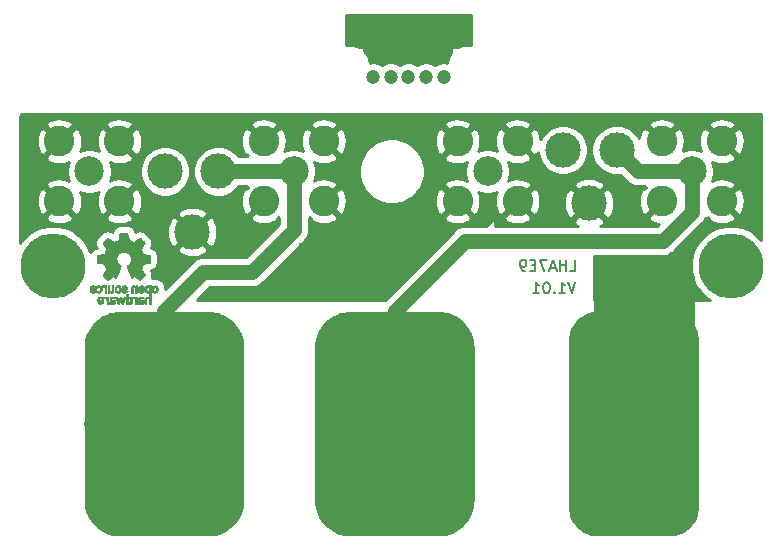
<source format=gbr>
G04 #@! TF.GenerationSoftware,KiCad,Pcbnew,(5.1.0)-1*
G04 #@! TF.CreationDate,2019-08-14T22:30:10+08:00*
G04 #@! TF.ProjectId,Kelvin Connector for Handheld LCR Meter,4b656c76-696e-4204-936f-6e6e6563746f,1.01*
G04 #@! TF.SameCoordinates,Original*
G04 #@! TF.FileFunction,Copper,L2,Bot*
G04 #@! TF.FilePolarity,Positive*
%FSLAX46Y46*%
G04 Gerber Fmt 4.6, Leading zero omitted, Abs format (unit mm)*
G04 Created by KiCad (PCBNEW (5.1.0)-1) date 2019-08-14 22:30:10*
%MOMM*%
%LPD*%
G04 APERTURE LIST*
%ADD10C,0.177800*%
%ADD11C,0.010000*%
%ADD12C,2.500000*%
%ADD13C,2.600000*%
%ADD14C,5.500000*%
%ADD15C,0.100000*%
%ADD16C,11.000000*%
%ADD17C,13.500000*%
%ADD18C,2.999999*%
%ADD19C,1.200000*%
%ADD20C,0.600000*%
%ADD21C,10.160000*%
%ADD22C,2.540000*%
%ADD23C,1.270000*%
%ADD24C,0.254000*%
G04 APERTURE END LIST*
D10*
X230128800Y-102399257D02*
X229824000Y-103313657D01*
X229519200Y-102399257D01*
X228735428Y-103313657D02*
X229257942Y-103313657D01*
X228996685Y-103313657D02*
X228996685Y-102399257D01*
X229083771Y-102529885D01*
X229170857Y-102616971D01*
X229257942Y-102660514D01*
X228343542Y-103226571D02*
X228300000Y-103270114D01*
X228343542Y-103313657D01*
X228387085Y-103270114D01*
X228343542Y-103226571D01*
X228343542Y-103313657D01*
X227733942Y-102399257D02*
X227646857Y-102399257D01*
X227559771Y-102442800D01*
X227516228Y-102486342D01*
X227472685Y-102573428D01*
X227429142Y-102747600D01*
X227429142Y-102965314D01*
X227472685Y-103139485D01*
X227516228Y-103226571D01*
X227559771Y-103270114D01*
X227646857Y-103313657D01*
X227733942Y-103313657D01*
X227821028Y-103270114D01*
X227864571Y-103226571D01*
X227908114Y-103139485D01*
X227951657Y-102965314D01*
X227951657Y-102747600D01*
X227908114Y-102573428D01*
X227864571Y-102486342D01*
X227821028Y-102442800D01*
X227733942Y-102399257D01*
X226558285Y-103313657D02*
X227080800Y-103313657D01*
X226819542Y-103313657D02*
X226819542Y-102399257D01*
X226906628Y-102529885D01*
X226993714Y-102616971D01*
X227080800Y-102660514D01*
X229672342Y-101413657D02*
X230107771Y-101413657D01*
X230107771Y-100499257D01*
X229367542Y-101413657D02*
X229367542Y-100499257D01*
X229367542Y-100934685D02*
X228845028Y-100934685D01*
X228845028Y-101413657D02*
X228845028Y-100499257D01*
X228453142Y-101152400D02*
X228017714Y-101152400D01*
X228540228Y-101413657D02*
X228235428Y-100499257D01*
X227930628Y-101413657D01*
X227712914Y-100499257D02*
X227103314Y-100499257D01*
X227495200Y-101413657D01*
X226754971Y-100934685D02*
X226450171Y-100934685D01*
X226319542Y-101413657D02*
X226754971Y-101413657D01*
X226754971Y-100499257D01*
X226319542Y-100499257D01*
X225884114Y-101413657D02*
X225709942Y-101413657D01*
X225622857Y-101370114D01*
X225579314Y-101326571D01*
X225492228Y-101195942D01*
X225448685Y-101021771D01*
X225448685Y-100673428D01*
X225492228Y-100586342D01*
X225535771Y-100542800D01*
X225622857Y-100499257D01*
X225797028Y-100499257D01*
X225884114Y-100542800D01*
X225927657Y-100586342D01*
X225971200Y-100673428D01*
X225971200Y-100891142D01*
X225927657Y-100978228D01*
X225884114Y-101021771D01*
X225797028Y-101065314D01*
X225622857Y-101065314D01*
X225535771Y-101021771D01*
X225492228Y-100978228D01*
X225448685Y-100891142D01*
D11*
G36*
X193808759Y-102669184D02*
G01*
X193782247Y-102682282D01*
X193749553Y-102705106D01*
X193725725Y-102729996D01*
X193709406Y-102761249D01*
X193699240Y-102803166D01*
X193693872Y-102860044D01*
X193691944Y-102936184D01*
X193691831Y-102968917D01*
X193692161Y-103040656D01*
X193693527Y-103091927D01*
X193696500Y-103127404D01*
X193701649Y-103151763D01*
X193709543Y-103169680D01*
X193717757Y-103181902D01*
X193770187Y-103233905D01*
X193831930Y-103265184D01*
X193898536Y-103274592D01*
X193965558Y-103260980D01*
X193986792Y-103251354D01*
X194037624Y-103224859D01*
X194037624Y-103640052D01*
X194000525Y-103620868D01*
X193951643Y-103606025D01*
X193891561Y-103602222D01*
X193831564Y-103609243D01*
X193786256Y-103625013D01*
X193748675Y-103655047D01*
X193716564Y-103698024D01*
X193714150Y-103702436D01*
X193703967Y-103723221D01*
X193696530Y-103744170D01*
X193691411Y-103769548D01*
X193688181Y-103803618D01*
X193686413Y-103850641D01*
X193685677Y-103914882D01*
X193685544Y-103987176D01*
X193685544Y-104217822D01*
X193823861Y-104217822D01*
X193823861Y-103792533D01*
X193862549Y-103759979D01*
X193902738Y-103733940D01*
X193940797Y-103729205D01*
X193979066Y-103741389D01*
X193999462Y-103753320D01*
X194014642Y-103770313D01*
X194025438Y-103795995D01*
X194032683Y-103833991D01*
X194037208Y-103887926D01*
X194039844Y-103961425D01*
X194040772Y-104010347D01*
X194043911Y-104211535D01*
X194109926Y-104215336D01*
X194175940Y-104219136D01*
X194175940Y-102970650D01*
X194037624Y-102970650D01*
X194034097Y-103040254D01*
X194022215Y-103088569D01*
X194000020Y-103118631D01*
X193965559Y-103133471D01*
X193930742Y-103136436D01*
X193891329Y-103133028D01*
X193865171Y-103119617D01*
X193848814Y-103101896D01*
X193835937Y-103082835D01*
X193828272Y-103061601D01*
X193824861Y-103031849D01*
X193824749Y-102987236D01*
X193825897Y-102949880D01*
X193828532Y-102893604D01*
X193832456Y-102856658D01*
X193839063Y-102833223D01*
X193849749Y-102817480D01*
X193859833Y-102808380D01*
X193901970Y-102788537D01*
X193951840Y-102785332D01*
X193980476Y-102792168D01*
X194008828Y-102816464D01*
X194027609Y-102863728D01*
X194036712Y-102933624D01*
X194037624Y-102970650D01*
X194175940Y-102970650D01*
X194175940Y-102658614D01*
X194106782Y-102658614D01*
X194065260Y-102660256D01*
X194043838Y-102666087D01*
X194037626Y-102677461D01*
X194037624Y-102677798D01*
X194034742Y-102688938D01*
X194022030Y-102687673D01*
X193996757Y-102675433D01*
X193937869Y-102656707D01*
X193871615Y-102654739D01*
X193808759Y-102669184D01*
X193808759Y-102669184D01*
G37*
X193808759Y-102669184D02*
X193782247Y-102682282D01*
X193749553Y-102705106D01*
X193725725Y-102729996D01*
X193709406Y-102761249D01*
X193699240Y-102803166D01*
X193693872Y-102860044D01*
X193691944Y-102936184D01*
X193691831Y-102968917D01*
X193692161Y-103040656D01*
X193693527Y-103091927D01*
X193696500Y-103127404D01*
X193701649Y-103151763D01*
X193709543Y-103169680D01*
X193717757Y-103181902D01*
X193770187Y-103233905D01*
X193831930Y-103265184D01*
X193898536Y-103274592D01*
X193965558Y-103260980D01*
X193986792Y-103251354D01*
X194037624Y-103224859D01*
X194037624Y-103640052D01*
X194000525Y-103620868D01*
X193951643Y-103606025D01*
X193891561Y-103602222D01*
X193831564Y-103609243D01*
X193786256Y-103625013D01*
X193748675Y-103655047D01*
X193716564Y-103698024D01*
X193714150Y-103702436D01*
X193703967Y-103723221D01*
X193696530Y-103744170D01*
X193691411Y-103769548D01*
X193688181Y-103803618D01*
X193686413Y-103850641D01*
X193685677Y-103914882D01*
X193685544Y-103987176D01*
X193685544Y-104217822D01*
X193823861Y-104217822D01*
X193823861Y-103792533D01*
X193862549Y-103759979D01*
X193902738Y-103733940D01*
X193940797Y-103729205D01*
X193979066Y-103741389D01*
X193999462Y-103753320D01*
X194014642Y-103770313D01*
X194025438Y-103795995D01*
X194032683Y-103833991D01*
X194037208Y-103887926D01*
X194039844Y-103961425D01*
X194040772Y-104010347D01*
X194043911Y-104211535D01*
X194109926Y-104215336D01*
X194175940Y-104219136D01*
X194175940Y-102970650D01*
X194037624Y-102970650D01*
X194034097Y-103040254D01*
X194022215Y-103088569D01*
X194000020Y-103118631D01*
X193965559Y-103133471D01*
X193930742Y-103136436D01*
X193891329Y-103133028D01*
X193865171Y-103119617D01*
X193848814Y-103101896D01*
X193835937Y-103082835D01*
X193828272Y-103061601D01*
X193824861Y-103031849D01*
X193824749Y-102987236D01*
X193825897Y-102949880D01*
X193828532Y-102893604D01*
X193832456Y-102856658D01*
X193839063Y-102833223D01*
X193849749Y-102817480D01*
X193859833Y-102808380D01*
X193901970Y-102788537D01*
X193951840Y-102785332D01*
X193980476Y-102792168D01*
X194008828Y-102816464D01*
X194027609Y-102863728D01*
X194036712Y-102933624D01*
X194037624Y-102970650D01*
X194175940Y-102970650D01*
X194175940Y-102658614D01*
X194106782Y-102658614D01*
X194065260Y-102660256D01*
X194043838Y-102666087D01*
X194037626Y-102677461D01*
X194037624Y-102677798D01*
X194034742Y-102688938D01*
X194022030Y-102687673D01*
X193996757Y-102675433D01*
X193937869Y-102656707D01*
X193871615Y-102654739D01*
X193808759Y-102669184D01*
G36*
X192893356Y-103603020D02*
G01*
X192874539Y-103608660D01*
X192868473Y-103621053D01*
X192868218Y-103626647D01*
X192867129Y-103642230D01*
X192859632Y-103644676D01*
X192839381Y-103633993D01*
X192827351Y-103626694D01*
X192789400Y-103611063D01*
X192744072Y-103603334D01*
X192696544Y-103602740D01*
X192651995Y-103608513D01*
X192615602Y-103619884D01*
X192592543Y-103636088D01*
X192587996Y-103656355D01*
X192590291Y-103661843D01*
X192607020Y-103684626D01*
X192632963Y-103712647D01*
X192637655Y-103717177D01*
X192662383Y-103738005D01*
X192683718Y-103744735D01*
X192713555Y-103740038D01*
X192725508Y-103736917D01*
X192762705Y-103729421D01*
X192788859Y-103732792D01*
X192810946Y-103744681D01*
X192831178Y-103760635D01*
X192846079Y-103780700D01*
X192856434Y-103808702D01*
X192863029Y-103848467D01*
X192866649Y-103903823D01*
X192868078Y-103978594D01*
X192868218Y-104023740D01*
X192868218Y-104217822D01*
X192993960Y-104217822D01*
X192993960Y-103601683D01*
X192931089Y-103601683D01*
X192893356Y-103603020D01*
X192893356Y-103603020D01*
G37*
X192893356Y-103603020D02*
X192874539Y-103608660D01*
X192868473Y-103621053D01*
X192868218Y-103626647D01*
X192867129Y-103642230D01*
X192859632Y-103644676D01*
X192839381Y-103633993D01*
X192827351Y-103626694D01*
X192789400Y-103611063D01*
X192744072Y-103603334D01*
X192696544Y-103602740D01*
X192651995Y-103608513D01*
X192615602Y-103619884D01*
X192592543Y-103636088D01*
X192587996Y-103656355D01*
X192590291Y-103661843D01*
X192607020Y-103684626D01*
X192632963Y-103712647D01*
X192637655Y-103717177D01*
X192662383Y-103738005D01*
X192683718Y-103744735D01*
X192713555Y-103740038D01*
X192725508Y-103736917D01*
X192762705Y-103729421D01*
X192788859Y-103732792D01*
X192810946Y-103744681D01*
X192831178Y-103760635D01*
X192846079Y-103780700D01*
X192856434Y-103808702D01*
X192863029Y-103848467D01*
X192866649Y-103903823D01*
X192868078Y-103978594D01*
X192868218Y-104023740D01*
X192868218Y-104217822D01*
X192993960Y-104217822D01*
X192993960Y-103601683D01*
X192931089Y-103601683D01*
X192893356Y-103603020D01*
G36*
X192101188Y-104217822D02*
G01*
X192170346Y-104217822D01*
X192210488Y-104216645D01*
X192231394Y-104211772D01*
X192238922Y-104201186D01*
X192239505Y-104194029D01*
X192240774Y-104179676D01*
X192248779Y-104176923D01*
X192269815Y-104185771D01*
X192286173Y-104194029D01*
X192348977Y-104213597D01*
X192417248Y-104214729D01*
X192472752Y-104200135D01*
X192524438Y-104164877D01*
X192563838Y-104112835D01*
X192585413Y-104051450D01*
X192585962Y-104048018D01*
X192589167Y-104010571D01*
X192590761Y-103956813D01*
X192590633Y-103916155D01*
X192453279Y-103916155D01*
X192450097Y-103970194D01*
X192442859Y-104014735D01*
X192433060Y-104039888D01*
X192395989Y-104074260D01*
X192351974Y-104086582D01*
X192306584Y-104076618D01*
X192267797Y-104046895D01*
X192253108Y-104026905D01*
X192244519Y-104003050D01*
X192240496Y-103968230D01*
X192239505Y-103915930D01*
X192241278Y-103864139D01*
X192245963Y-103818634D01*
X192252603Y-103788181D01*
X192253710Y-103785452D01*
X192280491Y-103753000D01*
X192319579Y-103735183D01*
X192363315Y-103732306D01*
X192404038Y-103744674D01*
X192434087Y-103772593D01*
X192437204Y-103778148D01*
X192446961Y-103812022D01*
X192452277Y-103860728D01*
X192453279Y-103916155D01*
X192590633Y-103916155D01*
X192590568Y-103895540D01*
X192589664Y-103862563D01*
X192583514Y-103780981D01*
X192570733Y-103719730D01*
X192549471Y-103674449D01*
X192517878Y-103640779D01*
X192487207Y-103621014D01*
X192444354Y-103607120D01*
X192391056Y-103602354D01*
X192336480Y-103606236D01*
X192289792Y-103618282D01*
X192265124Y-103632693D01*
X192239505Y-103655878D01*
X192239505Y-103362773D01*
X192101188Y-103362773D01*
X192101188Y-104217822D01*
X192101188Y-104217822D01*
G37*
X192101188Y-104217822D02*
X192170346Y-104217822D01*
X192210488Y-104216645D01*
X192231394Y-104211772D01*
X192238922Y-104201186D01*
X192239505Y-104194029D01*
X192240774Y-104179676D01*
X192248779Y-104176923D01*
X192269815Y-104185771D01*
X192286173Y-104194029D01*
X192348977Y-104213597D01*
X192417248Y-104214729D01*
X192472752Y-104200135D01*
X192524438Y-104164877D01*
X192563838Y-104112835D01*
X192585413Y-104051450D01*
X192585962Y-104048018D01*
X192589167Y-104010571D01*
X192590761Y-103956813D01*
X192590633Y-103916155D01*
X192453279Y-103916155D01*
X192450097Y-103970194D01*
X192442859Y-104014735D01*
X192433060Y-104039888D01*
X192395989Y-104074260D01*
X192351974Y-104086582D01*
X192306584Y-104076618D01*
X192267797Y-104046895D01*
X192253108Y-104026905D01*
X192244519Y-104003050D01*
X192240496Y-103968230D01*
X192239505Y-103915930D01*
X192241278Y-103864139D01*
X192245963Y-103818634D01*
X192252603Y-103788181D01*
X192253710Y-103785452D01*
X192280491Y-103753000D01*
X192319579Y-103735183D01*
X192363315Y-103732306D01*
X192404038Y-103744674D01*
X192434087Y-103772593D01*
X192437204Y-103778148D01*
X192446961Y-103812022D01*
X192452277Y-103860728D01*
X192453279Y-103916155D01*
X192590633Y-103916155D01*
X192590568Y-103895540D01*
X192589664Y-103862563D01*
X192583514Y-103780981D01*
X192570733Y-103719730D01*
X192549471Y-103674449D01*
X192517878Y-103640779D01*
X192487207Y-103621014D01*
X192444354Y-103607120D01*
X192391056Y-103602354D01*
X192336480Y-103606236D01*
X192289792Y-103618282D01*
X192265124Y-103632693D01*
X192239505Y-103655878D01*
X192239505Y-103362773D01*
X192101188Y-103362773D01*
X192101188Y-104217822D01*
G36*
X191523036Y-98490018D02*
G01*
X191466188Y-98791570D01*
X191046662Y-98964512D01*
X190795016Y-98793395D01*
X190724542Y-98745750D01*
X190660837Y-98703210D01*
X190606874Y-98667715D01*
X190565627Y-98641210D01*
X190540066Y-98625636D01*
X190533105Y-98622278D01*
X190520565Y-98630914D01*
X190493769Y-98654792D01*
X190455720Y-98690859D01*
X190409421Y-98736067D01*
X190357877Y-98787364D01*
X190304091Y-98841701D01*
X190251065Y-98896028D01*
X190201805Y-98947295D01*
X190159313Y-98992451D01*
X190126593Y-99028446D01*
X190106649Y-99052230D01*
X190101881Y-99060190D01*
X190108743Y-99074865D01*
X190127980Y-99107014D01*
X190157570Y-99153492D01*
X190195490Y-99211156D01*
X190239718Y-99276860D01*
X190265346Y-99314336D01*
X190312059Y-99382768D01*
X190353568Y-99444520D01*
X190387860Y-99496519D01*
X190412920Y-99535692D01*
X190426736Y-99558965D01*
X190428812Y-99563855D01*
X190424105Y-99577755D01*
X190411277Y-99610150D01*
X190392262Y-99656485D01*
X190368997Y-99712206D01*
X190343416Y-99772758D01*
X190317455Y-99833586D01*
X190293050Y-99890136D01*
X190272137Y-99937852D01*
X190256651Y-99972181D01*
X190248528Y-99988568D01*
X190248048Y-99989212D01*
X190235293Y-99992341D01*
X190201323Y-99999321D01*
X190149660Y-100009467D01*
X190083824Y-100022092D01*
X190007336Y-100036509D01*
X189962710Y-100044823D01*
X189880979Y-100060384D01*
X189807157Y-100075192D01*
X189744979Y-100088436D01*
X189698178Y-100099305D01*
X189670491Y-100106989D01*
X189664926Y-100109427D01*
X189659474Y-100125930D01*
X189655076Y-100163200D01*
X189651728Y-100216880D01*
X189649426Y-100282612D01*
X189648168Y-100356037D01*
X189647952Y-100432796D01*
X189648773Y-100508532D01*
X189650629Y-100578886D01*
X189653518Y-100639500D01*
X189657435Y-100686016D01*
X189662378Y-100714075D01*
X189665343Y-100719916D01*
X189683066Y-100726917D01*
X189720619Y-100736927D01*
X189773036Y-100748769D01*
X189835348Y-100761267D01*
X189857100Y-100765310D01*
X189961976Y-100784520D01*
X190044820Y-100799991D01*
X190108370Y-100812337D01*
X190155363Y-100822173D01*
X190188537Y-100830114D01*
X190210629Y-100836776D01*
X190224376Y-100842773D01*
X190232516Y-100848719D01*
X190233655Y-100849894D01*
X190245023Y-100868826D01*
X190262365Y-100905669D01*
X190283950Y-100955913D01*
X190308046Y-101015046D01*
X190332921Y-101078556D01*
X190356843Y-101141932D01*
X190378081Y-101200662D01*
X190394903Y-101250235D01*
X190405578Y-101286139D01*
X190408373Y-101303862D01*
X190408140Y-101304483D01*
X190398669Y-101318970D01*
X190377182Y-101350844D01*
X190345937Y-101396789D01*
X190307193Y-101453485D01*
X190263207Y-101517617D01*
X190250681Y-101535842D01*
X190206016Y-101601914D01*
X190166712Y-101662200D01*
X190134912Y-101713235D01*
X190112755Y-101751560D01*
X190102383Y-101773711D01*
X190101881Y-101776432D01*
X190110595Y-101790736D01*
X190134675Y-101819072D01*
X190171024Y-101858396D01*
X190216547Y-101905661D01*
X190268148Y-101957823D01*
X190322733Y-102011835D01*
X190377206Y-102064653D01*
X190428471Y-102113231D01*
X190473433Y-102154523D01*
X190508996Y-102185485D01*
X190532065Y-102203070D01*
X190538446Y-102205941D01*
X190553301Y-102199178D01*
X190583714Y-102180939D01*
X190624732Y-102154297D01*
X190656291Y-102132852D01*
X190713475Y-102093503D01*
X190781194Y-102047171D01*
X190849120Y-102000913D01*
X190885639Y-101976155D01*
X191009248Y-101892547D01*
X191113009Y-101948650D01*
X191160280Y-101973228D01*
X191200477Y-101992331D01*
X191227674Y-102003227D01*
X191234598Y-102004743D01*
X191242923Y-101993549D01*
X191259346Y-101961917D01*
X191282643Y-101912765D01*
X191311586Y-101849010D01*
X191344950Y-101773571D01*
X191381509Y-101689364D01*
X191420036Y-101599308D01*
X191459306Y-101506321D01*
X191498092Y-101413320D01*
X191535170Y-101323223D01*
X191569311Y-101238948D01*
X191599292Y-101163413D01*
X191623884Y-101099534D01*
X191641864Y-101050231D01*
X191652003Y-101018421D01*
X191653634Y-101007496D01*
X191640709Y-100993561D01*
X191612411Y-100970940D01*
X191574654Y-100944333D01*
X191571485Y-100942228D01*
X191473900Y-100864114D01*
X191395214Y-100772982D01*
X191336109Y-100671745D01*
X191297268Y-100563318D01*
X191279372Y-100450614D01*
X191283103Y-100336548D01*
X191309143Y-100224034D01*
X191358175Y-100115985D01*
X191372600Y-100092345D01*
X191447631Y-99996887D01*
X191536270Y-99920232D01*
X191635451Y-99862780D01*
X191742105Y-99824929D01*
X191853164Y-99807078D01*
X191965561Y-99809625D01*
X192076227Y-99832970D01*
X192182094Y-99877510D01*
X192280095Y-99943645D01*
X192310410Y-99970487D01*
X192387562Y-100054512D01*
X192443782Y-100142966D01*
X192482347Y-100242115D01*
X192503826Y-100340303D01*
X192509128Y-100450697D01*
X192491448Y-100561640D01*
X192452581Y-100669381D01*
X192394323Y-100770169D01*
X192318469Y-100860256D01*
X192226817Y-100935892D01*
X192214772Y-100943864D01*
X192176611Y-100969974D01*
X192147601Y-100992595D01*
X192133732Y-101007039D01*
X192133531Y-101007496D01*
X192136508Y-101023121D01*
X192148311Y-101058582D01*
X192167714Y-101110962D01*
X192193488Y-101177345D01*
X192224409Y-101254814D01*
X192259249Y-101340450D01*
X192296783Y-101431337D01*
X192335783Y-101524559D01*
X192375023Y-101617197D01*
X192413276Y-101706335D01*
X192449317Y-101789055D01*
X192481917Y-101862441D01*
X192509852Y-101923575D01*
X192531895Y-101969541D01*
X192546818Y-101997421D01*
X192552828Y-102004743D01*
X192571191Y-101999041D01*
X192605552Y-101983749D01*
X192649984Y-101961599D01*
X192674417Y-101948650D01*
X192778178Y-101892547D01*
X192901787Y-101976155D01*
X192964886Y-102018987D01*
X193033970Y-102066122D01*
X193098707Y-102110503D01*
X193131134Y-102132852D01*
X193176741Y-102163477D01*
X193215360Y-102187747D01*
X193241952Y-102202587D01*
X193250590Y-102205724D01*
X193263161Y-102197261D01*
X193290984Y-102173636D01*
X193331361Y-102137302D01*
X193381595Y-102090711D01*
X193438988Y-102036317D01*
X193475286Y-102001392D01*
X193538790Y-101938996D01*
X193593673Y-101883188D01*
X193637714Y-101836354D01*
X193668695Y-101800882D01*
X193684398Y-101779161D01*
X193685905Y-101774752D01*
X193678914Y-101757985D01*
X193659594Y-101724082D01*
X193630091Y-101676476D01*
X193592545Y-101618599D01*
X193549100Y-101553884D01*
X193536745Y-101535842D01*
X193491727Y-101470267D01*
X193451340Y-101411228D01*
X193417840Y-101362042D01*
X193393486Y-101326028D01*
X193380536Y-101306502D01*
X193379285Y-101304483D01*
X193381156Y-101288922D01*
X193391087Y-101254709D01*
X193407347Y-101206355D01*
X193428205Y-101148371D01*
X193451927Y-101085270D01*
X193476784Y-101021563D01*
X193501042Y-100961761D01*
X193522971Y-100910376D01*
X193540838Y-100871919D01*
X193552913Y-100850902D01*
X193553771Y-100849894D01*
X193561154Y-100843888D01*
X193573625Y-100837948D01*
X193593920Y-100831460D01*
X193624778Y-100823809D01*
X193668934Y-100814380D01*
X193729126Y-100802559D01*
X193808093Y-100787729D01*
X193908570Y-100769277D01*
X193930325Y-100765310D01*
X193994802Y-100752853D01*
X194051011Y-100740666D01*
X194093987Y-100729926D01*
X194118760Y-100721809D01*
X194122082Y-100719916D01*
X194127556Y-100703138D01*
X194132006Y-100665645D01*
X194135428Y-100611794D01*
X194137819Y-100545944D01*
X194139177Y-100472453D01*
X194139499Y-100395680D01*
X194138781Y-100319983D01*
X194137021Y-100249720D01*
X194134216Y-100189250D01*
X194130362Y-100142930D01*
X194125457Y-100115119D01*
X194122500Y-100109427D01*
X194106037Y-100103686D01*
X194068551Y-100094345D01*
X194013775Y-100082215D01*
X193945445Y-100068107D01*
X193867294Y-100052830D01*
X193824716Y-100044823D01*
X193743929Y-100029721D01*
X193671887Y-100016040D01*
X193612111Y-100004467D01*
X193568121Y-99995687D01*
X193543439Y-99990387D01*
X193539377Y-99989212D01*
X193532511Y-99975965D01*
X193517998Y-99944057D01*
X193497771Y-99898047D01*
X193473766Y-99842492D01*
X193447918Y-99781953D01*
X193422160Y-99720986D01*
X193398427Y-99664151D01*
X193378654Y-99616006D01*
X193364776Y-99581110D01*
X193358726Y-99564021D01*
X193358614Y-99563274D01*
X193365472Y-99549793D01*
X193384698Y-99518770D01*
X193414272Y-99473289D01*
X193452173Y-99416432D01*
X193496380Y-99351283D01*
X193522079Y-99313862D01*
X193568907Y-99245247D01*
X193610499Y-99182952D01*
X193644825Y-99130129D01*
X193669857Y-99089927D01*
X193683565Y-99065500D01*
X193685544Y-99060024D01*
X193677034Y-99047278D01*
X193653507Y-99020063D01*
X193617968Y-98981428D01*
X193573423Y-98934423D01*
X193522877Y-98882095D01*
X193469336Y-98827495D01*
X193415805Y-98773670D01*
X193365289Y-98723670D01*
X193320794Y-98680543D01*
X193285325Y-98647339D01*
X193261887Y-98627106D01*
X193254046Y-98622278D01*
X193241280Y-98629067D01*
X193210744Y-98648142D01*
X193165410Y-98677561D01*
X193108244Y-98715381D01*
X193042216Y-98759661D01*
X192992410Y-98793395D01*
X192740764Y-98964512D01*
X192531001Y-98878041D01*
X192321237Y-98791570D01*
X192264389Y-98490018D01*
X192207540Y-98188466D01*
X191579885Y-98188466D01*
X191523036Y-98490018D01*
X191523036Y-98490018D01*
G37*
X191523036Y-98490018D02*
X191466188Y-98791570D01*
X191046662Y-98964512D01*
X190795016Y-98793395D01*
X190724542Y-98745750D01*
X190660837Y-98703210D01*
X190606874Y-98667715D01*
X190565627Y-98641210D01*
X190540066Y-98625636D01*
X190533105Y-98622278D01*
X190520565Y-98630914D01*
X190493769Y-98654792D01*
X190455720Y-98690859D01*
X190409421Y-98736067D01*
X190357877Y-98787364D01*
X190304091Y-98841701D01*
X190251065Y-98896028D01*
X190201805Y-98947295D01*
X190159313Y-98992451D01*
X190126593Y-99028446D01*
X190106649Y-99052230D01*
X190101881Y-99060190D01*
X190108743Y-99074865D01*
X190127980Y-99107014D01*
X190157570Y-99153492D01*
X190195490Y-99211156D01*
X190239718Y-99276860D01*
X190265346Y-99314336D01*
X190312059Y-99382768D01*
X190353568Y-99444520D01*
X190387860Y-99496519D01*
X190412920Y-99535692D01*
X190426736Y-99558965D01*
X190428812Y-99563855D01*
X190424105Y-99577755D01*
X190411277Y-99610150D01*
X190392262Y-99656485D01*
X190368997Y-99712206D01*
X190343416Y-99772758D01*
X190317455Y-99833586D01*
X190293050Y-99890136D01*
X190272137Y-99937852D01*
X190256651Y-99972181D01*
X190248528Y-99988568D01*
X190248048Y-99989212D01*
X190235293Y-99992341D01*
X190201323Y-99999321D01*
X190149660Y-100009467D01*
X190083824Y-100022092D01*
X190007336Y-100036509D01*
X189962710Y-100044823D01*
X189880979Y-100060384D01*
X189807157Y-100075192D01*
X189744979Y-100088436D01*
X189698178Y-100099305D01*
X189670491Y-100106989D01*
X189664926Y-100109427D01*
X189659474Y-100125930D01*
X189655076Y-100163200D01*
X189651728Y-100216880D01*
X189649426Y-100282612D01*
X189648168Y-100356037D01*
X189647952Y-100432796D01*
X189648773Y-100508532D01*
X189650629Y-100578886D01*
X189653518Y-100639500D01*
X189657435Y-100686016D01*
X189662378Y-100714075D01*
X189665343Y-100719916D01*
X189683066Y-100726917D01*
X189720619Y-100736927D01*
X189773036Y-100748769D01*
X189835348Y-100761267D01*
X189857100Y-100765310D01*
X189961976Y-100784520D01*
X190044820Y-100799991D01*
X190108370Y-100812337D01*
X190155363Y-100822173D01*
X190188537Y-100830114D01*
X190210629Y-100836776D01*
X190224376Y-100842773D01*
X190232516Y-100848719D01*
X190233655Y-100849894D01*
X190245023Y-100868826D01*
X190262365Y-100905669D01*
X190283950Y-100955913D01*
X190308046Y-101015046D01*
X190332921Y-101078556D01*
X190356843Y-101141932D01*
X190378081Y-101200662D01*
X190394903Y-101250235D01*
X190405578Y-101286139D01*
X190408373Y-101303862D01*
X190408140Y-101304483D01*
X190398669Y-101318970D01*
X190377182Y-101350844D01*
X190345937Y-101396789D01*
X190307193Y-101453485D01*
X190263207Y-101517617D01*
X190250681Y-101535842D01*
X190206016Y-101601914D01*
X190166712Y-101662200D01*
X190134912Y-101713235D01*
X190112755Y-101751560D01*
X190102383Y-101773711D01*
X190101881Y-101776432D01*
X190110595Y-101790736D01*
X190134675Y-101819072D01*
X190171024Y-101858396D01*
X190216547Y-101905661D01*
X190268148Y-101957823D01*
X190322733Y-102011835D01*
X190377206Y-102064653D01*
X190428471Y-102113231D01*
X190473433Y-102154523D01*
X190508996Y-102185485D01*
X190532065Y-102203070D01*
X190538446Y-102205941D01*
X190553301Y-102199178D01*
X190583714Y-102180939D01*
X190624732Y-102154297D01*
X190656291Y-102132852D01*
X190713475Y-102093503D01*
X190781194Y-102047171D01*
X190849120Y-102000913D01*
X190885639Y-101976155D01*
X191009248Y-101892547D01*
X191113009Y-101948650D01*
X191160280Y-101973228D01*
X191200477Y-101992331D01*
X191227674Y-102003227D01*
X191234598Y-102004743D01*
X191242923Y-101993549D01*
X191259346Y-101961917D01*
X191282643Y-101912765D01*
X191311586Y-101849010D01*
X191344950Y-101773571D01*
X191381509Y-101689364D01*
X191420036Y-101599308D01*
X191459306Y-101506321D01*
X191498092Y-101413320D01*
X191535170Y-101323223D01*
X191569311Y-101238948D01*
X191599292Y-101163413D01*
X191623884Y-101099534D01*
X191641864Y-101050231D01*
X191652003Y-101018421D01*
X191653634Y-101007496D01*
X191640709Y-100993561D01*
X191612411Y-100970940D01*
X191574654Y-100944333D01*
X191571485Y-100942228D01*
X191473900Y-100864114D01*
X191395214Y-100772982D01*
X191336109Y-100671745D01*
X191297268Y-100563318D01*
X191279372Y-100450614D01*
X191283103Y-100336548D01*
X191309143Y-100224034D01*
X191358175Y-100115985D01*
X191372600Y-100092345D01*
X191447631Y-99996887D01*
X191536270Y-99920232D01*
X191635451Y-99862780D01*
X191742105Y-99824929D01*
X191853164Y-99807078D01*
X191965561Y-99809625D01*
X192076227Y-99832970D01*
X192182094Y-99877510D01*
X192280095Y-99943645D01*
X192310410Y-99970487D01*
X192387562Y-100054512D01*
X192443782Y-100142966D01*
X192482347Y-100242115D01*
X192503826Y-100340303D01*
X192509128Y-100450697D01*
X192491448Y-100561640D01*
X192452581Y-100669381D01*
X192394323Y-100770169D01*
X192318469Y-100860256D01*
X192226817Y-100935892D01*
X192214772Y-100943864D01*
X192176611Y-100969974D01*
X192147601Y-100992595D01*
X192133732Y-101007039D01*
X192133531Y-101007496D01*
X192136508Y-101023121D01*
X192148311Y-101058582D01*
X192167714Y-101110962D01*
X192193488Y-101177345D01*
X192224409Y-101254814D01*
X192259249Y-101340450D01*
X192296783Y-101431337D01*
X192335783Y-101524559D01*
X192375023Y-101617197D01*
X192413276Y-101706335D01*
X192449317Y-101789055D01*
X192481917Y-101862441D01*
X192509852Y-101923575D01*
X192531895Y-101969541D01*
X192546818Y-101997421D01*
X192552828Y-102004743D01*
X192571191Y-101999041D01*
X192605552Y-101983749D01*
X192649984Y-101961599D01*
X192674417Y-101948650D01*
X192778178Y-101892547D01*
X192901787Y-101976155D01*
X192964886Y-102018987D01*
X193033970Y-102066122D01*
X193098707Y-102110503D01*
X193131134Y-102132852D01*
X193176741Y-102163477D01*
X193215360Y-102187747D01*
X193241952Y-102202587D01*
X193250590Y-102205724D01*
X193263161Y-102197261D01*
X193290984Y-102173636D01*
X193331361Y-102137302D01*
X193381595Y-102090711D01*
X193438988Y-102036317D01*
X193475286Y-102001392D01*
X193538790Y-101938996D01*
X193593673Y-101883188D01*
X193637714Y-101836354D01*
X193668695Y-101800882D01*
X193684398Y-101779161D01*
X193685905Y-101774752D01*
X193678914Y-101757985D01*
X193659594Y-101724082D01*
X193630091Y-101676476D01*
X193592545Y-101618599D01*
X193549100Y-101553884D01*
X193536745Y-101535842D01*
X193491727Y-101470267D01*
X193451340Y-101411228D01*
X193417840Y-101362042D01*
X193393486Y-101326028D01*
X193380536Y-101306502D01*
X193379285Y-101304483D01*
X193381156Y-101288922D01*
X193391087Y-101254709D01*
X193407347Y-101206355D01*
X193428205Y-101148371D01*
X193451927Y-101085270D01*
X193476784Y-101021563D01*
X193501042Y-100961761D01*
X193522971Y-100910376D01*
X193540838Y-100871919D01*
X193552913Y-100850902D01*
X193553771Y-100849894D01*
X193561154Y-100843888D01*
X193573625Y-100837948D01*
X193593920Y-100831460D01*
X193624778Y-100823809D01*
X193668934Y-100814380D01*
X193729126Y-100802559D01*
X193808093Y-100787729D01*
X193908570Y-100769277D01*
X193930325Y-100765310D01*
X193994802Y-100752853D01*
X194051011Y-100740666D01*
X194093987Y-100729926D01*
X194118760Y-100721809D01*
X194122082Y-100719916D01*
X194127556Y-100703138D01*
X194132006Y-100665645D01*
X194135428Y-100611794D01*
X194137819Y-100545944D01*
X194139177Y-100472453D01*
X194139499Y-100395680D01*
X194138781Y-100319983D01*
X194137021Y-100249720D01*
X194134216Y-100189250D01*
X194130362Y-100142930D01*
X194125457Y-100115119D01*
X194122500Y-100109427D01*
X194106037Y-100103686D01*
X194068551Y-100094345D01*
X194013775Y-100082215D01*
X193945445Y-100068107D01*
X193867294Y-100052830D01*
X193824716Y-100044823D01*
X193743929Y-100029721D01*
X193671887Y-100016040D01*
X193612111Y-100004467D01*
X193568121Y-99995687D01*
X193543439Y-99990387D01*
X193539377Y-99989212D01*
X193532511Y-99975965D01*
X193517998Y-99944057D01*
X193497771Y-99898047D01*
X193473766Y-99842492D01*
X193447918Y-99781953D01*
X193422160Y-99720986D01*
X193398427Y-99664151D01*
X193378654Y-99616006D01*
X193364776Y-99581110D01*
X193358726Y-99564021D01*
X193358614Y-99563274D01*
X193365472Y-99549793D01*
X193384698Y-99518770D01*
X193414272Y-99473289D01*
X193452173Y-99416432D01*
X193496380Y-99351283D01*
X193522079Y-99313862D01*
X193568907Y-99245247D01*
X193610499Y-99182952D01*
X193644825Y-99130129D01*
X193669857Y-99089927D01*
X193683565Y-99065500D01*
X193685544Y-99060024D01*
X193677034Y-99047278D01*
X193653507Y-99020063D01*
X193617968Y-98981428D01*
X193573423Y-98934423D01*
X193522877Y-98882095D01*
X193469336Y-98827495D01*
X193415805Y-98773670D01*
X193365289Y-98723670D01*
X193320794Y-98680543D01*
X193285325Y-98647339D01*
X193261887Y-98627106D01*
X193254046Y-98622278D01*
X193241280Y-98629067D01*
X193210744Y-98648142D01*
X193165410Y-98677561D01*
X193108244Y-98715381D01*
X193042216Y-98759661D01*
X192992410Y-98793395D01*
X192740764Y-98964512D01*
X192531001Y-98878041D01*
X192321237Y-98791570D01*
X192264389Y-98490018D01*
X192207540Y-98188466D01*
X191579885Y-98188466D01*
X191523036Y-98490018D01*
G36*
X193284210Y-103606555D02*
G01*
X193225055Y-103622339D01*
X193180023Y-103650948D01*
X193148246Y-103688419D01*
X193138366Y-103704411D01*
X193131073Y-103721163D01*
X193125974Y-103742592D01*
X193122679Y-103772616D01*
X193120797Y-103815154D01*
X193119937Y-103874122D01*
X193119707Y-103953440D01*
X193119703Y-103974484D01*
X193119703Y-104217822D01*
X193180059Y-104217822D01*
X193218557Y-104215126D01*
X193247023Y-104208295D01*
X193254155Y-104204083D01*
X193273652Y-104196813D01*
X193293566Y-104204083D01*
X193326353Y-104213160D01*
X193373978Y-104216813D01*
X193426764Y-104215228D01*
X193475036Y-104208589D01*
X193503218Y-104200072D01*
X193557753Y-104165063D01*
X193591835Y-104116479D01*
X193607157Y-104051882D01*
X193607299Y-104050223D01*
X193605955Y-104021566D01*
X193484356Y-104021566D01*
X193473726Y-104054161D01*
X193456410Y-104072505D01*
X193421652Y-104086379D01*
X193375773Y-104091917D01*
X193328988Y-104089191D01*
X193291514Y-104078274D01*
X193281015Y-104071269D01*
X193262668Y-104038904D01*
X193258020Y-104002111D01*
X193258020Y-103953763D01*
X193327582Y-103953763D01*
X193393667Y-103958850D01*
X193443764Y-103973263D01*
X193474929Y-103995729D01*
X193484356Y-104021566D01*
X193605955Y-104021566D01*
X193603987Y-103979647D01*
X193580710Y-103923845D01*
X193536948Y-103881647D01*
X193530899Y-103877808D01*
X193504907Y-103865309D01*
X193472735Y-103857740D01*
X193427760Y-103854061D01*
X193374331Y-103853216D01*
X193258020Y-103853169D01*
X193258020Y-103804411D01*
X193262953Y-103766581D01*
X193275543Y-103741236D01*
X193277017Y-103739887D01*
X193305034Y-103728800D01*
X193347326Y-103724503D01*
X193394064Y-103726615D01*
X193435418Y-103734756D01*
X193459957Y-103746965D01*
X193473253Y-103756746D01*
X193487294Y-103758613D01*
X193506671Y-103750600D01*
X193535976Y-103730739D01*
X193579803Y-103697063D01*
X193583825Y-103693909D01*
X193581764Y-103682236D01*
X193564568Y-103662822D01*
X193538433Y-103641248D01*
X193509552Y-103623096D01*
X193500478Y-103618809D01*
X193467380Y-103610256D01*
X193418880Y-103604155D01*
X193364695Y-103601708D01*
X193362161Y-103601703D01*
X193284210Y-103606555D01*
X193284210Y-103606555D01*
G37*
X193284210Y-103606555D02*
X193225055Y-103622339D01*
X193180023Y-103650948D01*
X193148246Y-103688419D01*
X193138366Y-103704411D01*
X193131073Y-103721163D01*
X193125974Y-103742592D01*
X193122679Y-103772616D01*
X193120797Y-103815154D01*
X193119937Y-103874122D01*
X193119707Y-103953440D01*
X193119703Y-103974484D01*
X193119703Y-104217822D01*
X193180059Y-104217822D01*
X193218557Y-104215126D01*
X193247023Y-104208295D01*
X193254155Y-104204083D01*
X193273652Y-104196813D01*
X193293566Y-104204083D01*
X193326353Y-104213160D01*
X193373978Y-104216813D01*
X193426764Y-104215228D01*
X193475036Y-104208589D01*
X193503218Y-104200072D01*
X193557753Y-104165063D01*
X193591835Y-104116479D01*
X193607157Y-104051882D01*
X193607299Y-104050223D01*
X193605955Y-104021566D01*
X193484356Y-104021566D01*
X193473726Y-104054161D01*
X193456410Y-104072505D01*
X193421652Y-104086379D01*
X193375773Y-104091917D01*
X193328988Y-104089191D01*
X193291514Y-104078274D01*
X193281015Y-104071269D01*
X193262668Y-104038904D01*
X193258020Y-104002111D01*
X193258020Y-103953763D01*
X193327582Y-103953763D01*
X193393667Y-103958850D01*
X193443764Y-103973263D01*
X193474929Y-103995729D01*
X193484356Y-104021566D01*
X193605955Y-104021566D01*
X193603987Y-103979647D01*
X193580710Y-103923845D01*
X193536948Y-103881647D01*
X193530899Y-103877808D01*
X193504907Y-103865309D01*
X193472735Y-103857740D01*
X193427760Y-103854061D01*
X193374331Y-103853216D01*
X193258020Y-103853169D01*
X193258020Y-103804411D01*
X193262953Y-103766581D01*
X193275543Y-103741236D01*
X193277017Y-103739887D01*
X193305034Y-103728800D01*
X193347326Y-103724503D01*
X193394064Y-103726615D01*
X193435418Y-103734756D01*
X193459957Y-103746965D01*
X193473253Y-103756746D01*
X193487294Y-103758613D01*
X193506671Y-103750600D01*
X193535976Y-103730739D01*
X193579803Y-103697063D01*
X193583825Y-103693909D01*
X193581764Y-103682236D01*
X193564568Y-103662822D01*
X193538433Y-103641248D01*
X193509552Y-103623096D01*
X193500478Y-103618809D01*
X193467380Y-103610256D01*
X193418880Y-103604155D01*
X193364695Y-103601708D01*
X193362161Y-103601703D01*
X193284210Y-103606555D01*
G36*
X191618476Y-103604237D02*
G01*
X191568745Y-103607971D01*
X191438709Y-103997773D01*
X191418322Y-103928614D01*
X191406054Y-103885874D01*
X191389915Y-103828115D01*
X191372488Y-103764625D01*
X191363274Y-103730570D01*
X191328612Y-103601683D01*
X191185609Y-103601683D01*
X191228354Y-103736857D01*
X191249404Y-103803342D01*
X191274833Y-103883539D01*
X191301390Y-103967193D01*
X191325098Y-104041782D01*
X191379098Y-104211535D01*
X191437402Y-104215328D01*
X191495705Y-104219122D01*
X191527321Y-104114734D01*
X191546818Y-104049889D01*
X191568096Y-103978400D01*
X191586692Y-103915263D01*
X191587426Y-103912750D01*
X191601316Y-103869969D01*
X191613571Y-103840779D01*
X191622154Y-103829741D01*
X191623918Y-103831018D01*
X191630109Y-103848130D01*
X191641872Y-103884787D01*
X191657775Y-103936378D01*
X191676386Y-103998294D01*
X191686457Y-104032352D01*
X191740993Y-104217822D01*
X191856736Y-104217822D01*
X191949263Y-103925471D01*
X191975256Y-103843462D01*
X191998934Y-103768987D01*
X192019180Y-103705544D01*
X192034874Y-103656632D01*
X192044898Y-103625749D01*
X192047945Y-103616726D01*
X192045533Y-103607487D01*
X192026592Y-103603441D01*
X191987177Y-103603846D01*
X191981007Y-103604152D01*
X191907914Y-103607971D01*
X191860043Y-103784010D01*
X191842447Y-103848211D01*
X191826723Y-103904649D01*
X191814254Y-103948422D01*
X191806426Y-103974630D01*
X191804980Y-103978903D01*
X191798986Y-103973990D01*
X191786899Y-103948532D01*
X191770107Y-103905997D01*
X191749997Y-103849850D01*
X191732997Y-103799130D01*
X191668206Y-103600504D01*
X191618476Y-103604237D01*
X191618476Y-103604237D01*
G37*
X191618476Y-103604237D02*
X191568745Y-103607971D01*
X191438709Y-103997773D01*
X191418322Y-103928614D01*
X191406054Y-103885874D01*
X191389915Y-103828115D01*
X191372488Y-103764625D01*
X191363274Y-103730570D01*
X191328612Y-103601683D01*
X191185609Y-103601683D01*
X191228354Y-103736857D01*
X191249404Y-103803342D01*
X191274833Y-103883539D01*
X191301390Y-103967193D01*
X191325098Y-104041782D01*
X191379098Y-104211535D01*
X191437402Y-104215328D01*
X191495705Y-104219122D01*
X191527321Y-104114734D01*
X191546818Y-104049889D01*
X191568096Y-103978400D01*
X191586692Y-103915263D01*
X191587426Y-103912750D01*
X191601316Y-103869969D01*
X191613571Y-103840779D01*
X191622154Y-103829741D01*
X191623918Y-103831018D01*
X191630109Y-103848130D01*
X191641872Y-103884787D01*
X191657775Y-103936378D01*
X191676386Y-103998294D01*
X191686457Y-104032352D01*
X191740993Y-104217822D01*
X191856736Y-104217822D01*
X191949263Y-103925471D01*
X191975256Y-103843462D01*
X191998934Y-103768987D01*
X192019180Y-103705544D01*
X192034874Y-103656632D01*
X192044898Y-103625749D01*
X192047945Y-103616726D01*
X192045533Y-103607487D01*
X192026592Y-103603441D01*
X191987177Y-103603846D01*
X191981007Y-103604152D01*
X191907914Y-103607971D01*
X191860043Y-103784010D01*
X191842447Y-103848211D01*
X191826723Y-103904649D01*
X191814254Y-103948422D01*
X191806426Y-103974630D01*
X191804980Y-103978903D01*
X191798986Y-103973990D01*
X191786899Y-103948532D01*
X191770107Y-103905997D01*
X191749997Y-103849850D01*
X191732997Y-103799130D01*
X191668206Y-103600504D01*
X191618476Y-103604237D01*
G36*
X190861589Y-103605417D02*
G01*
X190808589Y-103618290D01*
X190793269Y-103625110D01*
X190763572Y-103642974D01*
X190740780Y-103663093D01*
X190723917Y-103688962D01*
X190712002Y-103724073D01*
X190704058Y-103771920D01*
X190699106Y-103835996D01*
X190696169Y-103919794D01*
X190695053Y-103975768D01*
X190690948Y-104217822D01*
X190761068Y-104217822D01*
X190803607Y-104216038D01*
X190825524Y-104209942D01*
X190831188Y-104199706D01*
X190834179Y-104188637D01*
X190847549Y-104190754D01*
X190865767Y-104199629D01*
X190911376Y-104213233D01*
X190969993Y-104216899D01*
X191031646Y-104210903D01*
X191086362Y-104195521D01*
X191091270Y-104193386D01*
X191141277Y-104158255D01*
X191174244Y-104109419D01*
X191189413Y-104052333D01*
X191188254Y-104031824D01*
X191064492Y-104031824D01*
X191053587Y-104059425D01*
X191021255Y-104079204D01*
X190969090Y-104089819D01*
X190941213Y-104091228D01*
X190894753Y-104087620D01*
X190863871Y-104073597D01*
X190856336Y-104066931D01*
X190835924Y-104030666D01*
X190831188Y-103997773D01*
X190831188Y-103953763D01*
X190892487Y-103953763D01*
X190963744Y-103957395D01*
X191013724Y-103968818D01*
X191045304Y-103988824D01*
X191052374Y-103997743D01*
X191064492Y-104031824D01*
X191188254Y-104031824D01*
X191186029Y-103992456D01*
X191163337Y-103935244D01*
X191132376Y-103896580D01*
X191113624Y-103879864D01*
X191095267Y-103868878D01*
X191071381Y-103862180D01*
X191036043Y-103858326D01*
X190983331Y-103855873D01*
X190962423Y-103855168D01*
X190831188Y-103850879D01*
X190831380Y-103811158D01*
X190836463Y-103769405D01*
X190854838Y-103744158D01*
X190891961Y-103728030D01*
X190892957Y-103727742D01*
X190945590Y-103721400D01*
X190997094Y-103729684D01*
X191035370Y-103749827D01*
X191050728Y-103759773D01*
X191067270Y-103758397D01*
X191092725Y-103743987D01*
X191107672Y-103733817D01*
X191136909Y-103712088D01*
X191155020Y-103695800D01*
X191157926Y-103691137D01*
X191145960Y-103667005D01*
X191110604Y-103638185D01*
X191095247Y-103628461D01*
X191051099Y-103611714D01*
X190991602Y-103602227D01*
X190925513Y-103600095D01*
X190861589Y-103605417D01*
X190861589Y-103605417D01*
G37*
X190861589Y-103605417D02*
X190808589Y-103618290D01*
X190793269Y-103625110D01*
X190763572Y-103642974D01*
X190740780Y-103663093D01*
X190723917Y-103688962D01*
X190712002Y-103724073D01*
X190704058Y-103771920D01*
X190699106Y-103835996D01*
X190696169Y-103919794D01*
X190695053Y-103975768D01*
X190690948Y-104217822D01*
X190761068Y-104217822D01*
X190803607Y-104216038D01*
X190825524Y-104209942D01*
X190831188Y-104199706D01*
X190834179Y-104188637D01*
X190847549Y-104190754D01*
X190865767Y-104199629D01*
X190911376Y-104213233D01*
X190969993Y-104216899D01*
X191031646Y-104210903D01*
X191086362Y-104195521D01*
X191091270Y-104193386D01*
X191141277Y-104158255D01*
X191174244Y-104109419D01*
X191189413Y-104052333D01*
X191188254Y-104031824D01*
X191064492Y-104031824D01*
X191053587Y-104059425D01*
X191021255Y-104079204D01*
X190969090Y-104089819D01*
X190941213Y-104091228D01*
X190894753Y-104087620D01*
X190863871Y-104073597D01*
X190856336Y-104066931D01*
X190835924Y-104030666D01*
X190831188Y-103997773D01*
X190831188Y-103953763D01*
X190892487Y-103953763D01*
X190963744Y-103957395D01*
X191013724Y-103968818D01*
X191045304Y-103988824D01*
X191052374Y-103997743D01*
X191064492Y-104031824D01*
X191188254Y-104031824D01*
X191186029Y-103992456D01*
X191163337Y-103935244D01*
X191132376Y-103896580D01*
X191113624Y-103879864D01*
X191095267Y-103868878D01*
X191071381Y-103862180D01*
X191036043Y-103858326D01*
X190983331Y-103855873D01*
X190962423Y-103855168D01*
X190831188Y-103850879D01*
X190831380Y-103811158D01*
X190836463Y-103769405D01*
X190854838Y-103744158D01*
X190891961Y-103728030D01*
X190892957Y-103727742D01*
X190945590Y-103721400D01*
X190997094Y-103729684D01*
X191035370Y-103749827D01*
X191050728Y-103759773D01*
X191067270Y-103758397D01*
X191092725Y-103743987D01*
X191107672Y-103733817D01*
X191136909Y-103712088D01*
X191155020Y-103695800D01*
X191157926Y-103691137D01*
X191145960Y-103667005D01*
X191110604Y-103638185D01*
X191095247Y-103628461D01*
X191051099Y-103611714D01*
X190991602Y-103602227D01*
X190925513Y-103600095D01*
X190861589Y-103605417D01*
G36*
X190264745Y-103601486D02*
G01*
X190216405Y-103611015D01*
X190188886Y-103625125D01*
X190159936Y-103648568D01*
X190201124Y-103700571D01*
X190226518Y-103732064D01*
X190243762Y-103747428D01*
X190260898Y-103749776D01*
X190285973Y-103742217D01*
X190297743Y-103737941D01*
X190345730Y-103731631D01*
X190389676Y-103745156D01*
X190421940Y-103775710D01*
X190427181Y-103785452D01*
X190432888Y-103811258D01*
X190437294Y-103858817D01*
X190440189Y-103924758D01*
X190441369Y-104005710D01*
X190441386Y-104017226D01*
X190441386Y-104217822D01*
X190579703Y-104217822D01*
X190579703Y-103601683D01*
X190510544Y-103601683D01*
X190470667Y-103602725D01*
X190449893Y-103607358D01*
X190442211Y-103617849D01*
X190441386Y-103627745D01*
X190441386Y-103653806D01*
X190408255Y-103627745D01*
X190370265Y-103609965D01*
X190319230Y-103601174D01*
X190264745Y-103601486D01*
X190264745Y-103601486D01*
G37*
X190264745Y-103601486D02*
X190216405Y-103611015D01*
X190188886Y-103625125D01*
X190159936Y-103648568D01*
X190201124Y-103700571D01*
X190226518Y-103732064D01*
X190243762Y-103747428D01*
X190260898Y-103749776D01*
X190285973Y-103742217D01*
X190297743Y-103737941D01*
X190345730Y-103731631D01*
X190389676Y-103745156D01*
X190421940Y-103775710D01*
X190427181Y-103785452D01*
X190432888Y-103811258D01*
X190437294Y-103858817D01*
X190440189Y-103924758D01*
X190441369Y-104005710D01*
X190441386Y-104017226D01*
X190441386Y-104217822D01*
X190579703Y-104217822D01*
X190579703Y-103601683D01*
X190510544Y-103601683D01*
X190470667Y-103602725D01*
X190449893Y-103607358D01*
X190442211Y-103617849D01*
X190441386Y-103627745D01*
X190441386Y-103653806D01*
X190408255Y-103627745D01*
X190370265Y-103609965D01*
X190319230Y-103601174D01*
X190264745Y-103601486D01*
G36*
X189867419Y-103604970D02*
G01*
X189807315Y-103620597D01*
X189756979Y-103652848D01*
X189732607Y-103676940D01*
X189692655Y-103733895D01*
X189669758Y-103799965D01*
X189661892Y-103881182D01*
X189661852Y-103887748D01*
X189661782Y-103953763D01*
X190041736Y-103953763D01*
X190033637Y-103988342D01*
X190019013Y-104019659D01*
X189993419Y-104052291D01*
X189988065Y-104057500D01*
X189942057Y-104085694D01*
X189889590Y-104090475D01*
X189829197Y-104071926D01*
X189818960Y-104066931D01*
X189787561Y-104051745D01*
X189766530Y-104043094D01*
X189762861Y-104042293D01*
X189750052Y-104050063D01*
X189725622Y-104069072D01*
X189713221Y-104079460D01*
X189687524Y-104103321D01*
X189679085Y-104119077D01*
X189684942Y-104133571D01*
X189688072Y-104137534D01*
X189709275Y-104154879D01*
X189744262Y-104175959D01*
X189768663Y-104188265D01*
X189837928Y-104209946D01*
X189914612Y-104216971D01*
X189987235Y-104208647D01*
X190007574Y-104202686D01*
X190070524Y-104168952D01*
X190117185Y-104117045D01*
X190147827Y-104046459D01*
X190162718Y-103956692D01*
X190164353Y-103909753D01*
X190159579Y-103841413D01*
X190039010Y-103841413D01*
X190027348Y-103846465D01*
X189996002Y-103850429D01*
X189950429Y-103852768D01*
X189919554Y-103853169D01*
X189864019Y-103852783D01*
X189828967Y-103850975D01*
X189809738Y-103846773D01*
X189801670Y-103839203D01*
X189800099Y-103828218D01*
X189810879Y-103794381D01*
X189838020Y-103760940D01*
X189873723Y-103735272D01*
X189909440Y-103724772D01*
X189957952Y-103734086D01*
X189999947Y-103761013D01*
X190029064Y-103799827D01*
X190039010Y-103841413D01*
X190159579Y-103841413D01*
X190157401Y-103810236D01*
X190135945Y-103730949D01*
X190099530Y-103671263D01*
X190047703Y-103630549D01*
X189980010Y-103608179D01*
X189943338Y-103603871D01*
X189867419Y-103604970D01*
X189867419Y-103604970D01*
G37*
X189867419Y-103604970D02*
X189807315Y-103620597D01*
X189756979Y-103652848D01*
X189732607Y-103676940D01*
X189692655Y-103733895D01*
X189669758Y-103799965D01*
X189661892Y-103881182D01*
X189661852Y-103887748D01*
X189661782Y-103953763D01*
X190041736Y-103953763D01*
X190033637Y-103988342D01*
X190019013Y-104019659D01*
X189993419Y-104052291D01*
X189988065Y-104057500D01*
X189942057Y-104085694D01*
X189889590Y-104090475D01*
X189829197Y-104071926D01*
X189818960Y-104066931D01*
X189787561Y-104051745D01*
X189766530Y-104043094D01*
X189762861Y-104042293D01*
X189750052Y-104050063D01*
X189725622Y-104069072D01*
X189713221Y-104079460D01*
X189687524Y-104103321D01*
X189679085Y-104119077D01*
X189684942Y-104133571D01*
X189688072Y-104137534D01*
X189709275Y-104154879D01*
X189744262Y-104175959D01*
X189768663Y-104188265D01*
X189837928Y-104209946D01*
X189914612Y-104216971D01*
X189987235Y-104208647D01*
X190007574Y-104202686D01*
X190070524Y-104168952D01*
X190117185Y-104117045D01*
X190147827Y-104046459D01*
X190162718Y-103956692D01*
X190164353Y-103909753D01*
X190159579Y-103841413D01*
X190039010Y-103841413D01*
X190027348Y-103846465D01*
X189996002Y-103850429D01*
X189950429Y-103852768D01*
X189919554Y-103853169D01*
X189864019Y-103852783D01*
X189828967Y-103850975D01*
X189809738Y-103846773D01*
X189801670Y-103839203D01*
X189800099Y-103828218D01*
X189810879Y-103794381D01*
X189838020Y-103760940D01*
X189873723Y-103735272D01*
X189909440Y-103724772D01*
X189957952Y-103734086D01*
X189999947Y-103761013D01*
X190029064Y-103799827D01*
X190039010Y-103841413D01*
X190159579Y-103841413D01*
X190157401Y-103810236D01*
X190135945Y-103730949D01*
X190099530Y-103671263D01*
X190047703Y-103630549D01*
X189980010Y-103608179D01*
X189943338Y-103603871D01*
X189867419Y-103604970D01*
G36*
X194438261Y-102665148D02*
G01*
X194372479Y-102694231D01*
X194322540Y-102742793D01*
X194288374Y-102810908D01*
X194269907Y-102898651D01*
X194268583Y-102912351D01*
X194267546Y-103008939D01*
X194280993Y-103093602D01*
X194308108Y-103162221D01*
X194322627Y-103184294D01*
X194373201Y-103231011D01*
X194437609Y-103261268D01*
X194509666Y-103273824D01*
X194583185Y-103267439D01*
X194639072Y-103247772D01*
X194687132Y-103214629D01*
X194726412Y-103171175D01*
X194727092Y-103170158D01*
X194743044Y-103143338D01*
X194753410Y-103116368D01*
X194759688Y-103082332D01*
X194763373Y-103034310D01*
X194764997Y-102994931D01*
X194765672Y-102959219D01*
X194639955Y-102959219D01*
X194638726Y-102994770D01*
X194634266Y-103042094D01*
X194626397Y-103072465D01*
X194612207Y-103094072D01*
X194598917Y-103106694D01*
X194551802Y-103133122D01*
X194502505Y-103136653D01*
X194456593Y-103117639D01*
X194433638Y-103096331D01*
X194417096Y-103074859D01*
X194407421Y-103054313D01*
X194403174Y-103027574D01*
X194402920Y-102987523D01*
X194404228Y-102950638D01*
X194407043Y-102897947D01*
X194411505Y-102863772D01*
X194419548Y-102841480D01*
X194433103Y-102824442D01*
X194443845Y-102814703D01*
X194488777Y-102789123D01*
X194537249Y-102787847D01*
X194577894Y-102802999D01*
X194612567Y-102834642D01*
X194633224Y-102886620D01*
X194639955Y-102959219D01*
X194765672Y-102959219D01*
X194766479Y-102916621D01*
X194763948Y-102858056D01*
X194756362Y-102814007D01*
X194742681Y-102779248D01*
X194721865Y-102748551D01*
X194714147Y-102739436D01*
X194665889Y-102694021D01*
X194614128Y-102667493D01*
X194550828Y-102656379D01*
X194519961Y-102655471D01*
X194438261Y-102665148D01*
X194438261Y-102665148D01*
G37*
X194438261Y-102665148D02*
X194372479Y-102694231D01*
X194322540Y-102742793D01*
X194288374Y-102810908D01*
X194269907Y-102898651D01*
X194268583Y-102912351D01*
X194267546Y-103008939D01*
X194280993Y-103093602D01*
X194308108Y-103162221D01*
X194322627Y-103184294D01*
X194373201Y-103231011D01*
X194437609Y-103261268D01*
X194509666Y-103273824D01*
X194583185Y-103267439D01*
X194639072Y-103247772D01*
X194687132Y-103214629D01*
X194726412Y-103171175D01*
X194727092Y-103170158D01*
X194743044Y-103143338D01*
X194753410Y-103116368D01*
X194759688Y-103082332D01*
X194763373Y-103034310D01*
X194764997Y-102994931D01*
X194765672Y-102959219D01*
X194639955Y-102959219D01*
X194638726Y-102994770D01*
X194634266Y-103042094D01*
X194626397Y-103072465D01*
X194612207Y-103094072D01*
X194598917Y-103106694D01*
X194551802Y-103133122D01*
X194502505Y-103136653D01*
X194456593Y-103117639D01*
X194433638Y-103096331D01*
X194417096Y-103074859D01*
X194407421Y-103054313D01*
X194403174Y-103027574D01*
X194402920Y-102987523D01*
X194404228Y-102950638D01*
X194407043Y-102897947D01*
X194411505Y-102863772D01*
X194419548Y-102841480D01*
X194433103Y-102824442D01*
X194443845Y-102814703D01*
X194488777Y-102789123D01*
X194537249Y-102787847D01*
X194577894Y-102802999D01*
X194612567Y-102834642D01*
X194633224Y-102886620D01*
X194639955Y-102959219D01*
X194765672Y-102959219D01*
X194766479Y-102916621D01*
X194763948Y-102858056D01*
X194756362Y-102814007D01*
X194742681Y-102779248D01*
X194721865Y-102748551D01*
X194714147Y-102739436D01*
X194665889Y-102694021D01*
X194614128Y-102667493D01*
X194550828Y-102656379D01*
X194519961Y-102655471D01*
X194438261Y-102665148D01*
G36*
X193256699Y-102672614D02*
G01*
X193244168Y-102678514D01*
X193200799Y-102710283D01*
X193159790Y-102756646D01*
X193129168Y-102807696D01*
X193120459Y-102831166D01*
X193112512Y-102873091D01*
X193107774Y-102923757D01*
X193107199Y-102944679D01*
X193107129Y-103010693D01*
X193487083Y-103010693D01*
X193478983Y-103045273D01*
X193459104Y-103086170D01*
X193424347Y-103121514D01*
X193382998Y-103144282D01*
X193356649Y-103149010D01*
X193320916Y-103143273D01*
X193278282Y-103128882D01*
X193263799Y-103122262D01*
X193210240Y-103095513D01*
X193164533Y-103130376D01*
X193138158Y-103153955D01*
X193124124Y-103173417D01*
X193123414Y-103179129D01*
X193135951Y-103192973D01*
X193163428Y-103214012D01*
X193188366Y-103230425D01*
X193255664Y-103259930D01*
X193331110Y-103273284D01*
X193405888Y-103269812D01*
X193465495Y-103251663D01*
X193526941Y-103212784D01*
X193570608Y-103161595D01*
X193597926Y-103095367D01*
X193610322Y-103011371D01*
X193611421Y-102972936D01*
X193607022Y-102884861D01*
X193606482Y-102882299D01*
X193480582Y-102882299D01*
X193477115Y-102890558D01*
X193462863Y-102895113D01*
X193433470Y-102897065D01*
X193384575Y-102897517D01*
X193365748Y-102897525D01*
X193308467Y-102896843D01*
X193272141Y-102894364D01*
X193252604Y-102889443D01*
X193245690Y-102881434D01*
X193245445Y-102878862D01*
X193253336Y-102858423D01*
X193273085Y-102829789D01*
X193281575Y-102819763D01*
X193313094Y-102791408D01*
X193345949Y-102780259D01*
X193363651Y-102779327D01*
X193411539Y-102790981D01*
X193451699Y-102822285D01*
X193477173Y-102867752D01*
X193477625Y-102869233D01*
X193480582Y-102882299D01*
X193606482Y-102882299D01*
X193592392Y-102815510D01*
X193566038Y-102760025D01*
X193533807Y-102720639D01*
X193474217Y-102677931D01*
X193404168Y-102655109D01*
X193329661Y-102653046D01*
X193256699Y-102672614D01*
X193256699Y-102672614D01*
G37*
X193256699Y-102672614D02*
X193244168Y-102678514D01*
X193200799Y-102710283D01*
X193159790Y-102756646D01*
X193129168Y-102807696D01*
X193120459Y-102831166D01*
X193112512Y-102873091D01*
X193107774Y-102923757D01*
X193107199Y-102944679D01*
X193107129Y-103010693D01*
X193487083Y-103010693D01*
X193478983Y-103045273D01*
X193459104Y-103086170D01*
X193424347Y-103121514D01*
X193382998Y-103144282D01*
X193356649Y-103149010D01*
X193320916Y-103143273D01*
X193278282Y-103128882D01*
X193263799Y-103122262D01*
X193210240Y-103095513D01*
X193164533Y-103130376D01*
X193138158Y-103153955D01*
X193124124Y-103173417D01*
X193123414Y-103179129D01*
X193135951Y-103192973D01*
X193163428Y-103214012D01*
X193188366Y-103230425D01*
X193255664Y-103259930D01*
X193331110Y-103273284D01*
X193405888Y-103269812D01*
X193465495Y-103251663D01*
X193526941Y-103212784D01*
X193570608Y-103161595D01*
X193597926Y-103095367D01*
X193610322Y-103011371D01*
X193611421Y-102972936D01*
X193607022Y-102884861D01*
X193606482Y-102882299D01*
X193480582Y-102882299D01*
X193477115Y-102890558D01*
X193462863Y-102895113D01*
X193433470Y-102897065D01*
X193384575Y-102897517D01*
X193365748Y-102897525D01*
X193308467Y-102896843D01*
X193272141Y-102894364D01*
X193252604Y-102889443D01*
X193245690Y-102881434D01*
X193245445Y-102878862D01*
X193253336Y-102858423D01*
X193273085Y-102829789D01*
X193281575Y-102819763D01*
X193313094Y-102791408D01*
X193345949Y-102780259D01*
X193363651Y-102779327D01*
X193411539Y-102790981D01*
X193451699Y-102822285D01*
X193477173Y-102867752D01*
X193477625Y-102869233D01*
X193480582Y-102882299D01*
X193606482Y-102882299D01*
X193592392Y-102815510D01*
X193566038Y-102760025D01*
X193533807Y-102720639D01*
X193474217Y-102677931D01*
X193404168Y-102655109D01*
X193329661Y-102653046D01*
X193256699Y-102672614D01*
G36*
X191885983Y-102656452D02*
G01*
X191838366Y-102665482D01*
X191788966Y-102684370D01*
X191783688Y-102686777D01*
X191746226Y-102706476D01*
X191720283Y-102724781D01*
X191711897Y-102736508D01*
X191719883Y-102755632D01*
X191739280Y-102783850D01*
X191747890Y-102794384D01*
X191783372Y-102835847D01*
X191829115Y-102808858D01*
X191872650Y-102790878D01*
X191922950Y-102781267D01*
X191971188Y-102780660D01*
X192008533Y-102789691D01*
X192017495Y-102795327D01*
X192034563Y-102821171D01*
X192036637Y-102850941D01*
X192023866Y-102874197D01*
X192016312Y-102878708D01*
X191993675Y-102884309D01*
X191953885Y-102890892D01*
X191904834Y-102897183D01*
X191895785Y-102898170D01*
X191817004Y-102911798D01*
X191759864Y-102934946D01*
X191721970Y-102969752D01*
X191700921Y-103018354D01*
X191694365Y-103077718D01*
X191703423Y-103145198D01*
X191732836Y-103198188D01*
X191782722Y-103236783D01*
X191853200Y-103261081D01*
X191931435Y-103270667D01*
X191995234Y-103270552D01*
X192046984Y-103261845D01*
X192082327Y-103249825D01*
X192126983Y-103228880D01*
X192168253Y-103204574D01*
X192182921Y-103193876D01*
X192220643Y-103163084D01*
X192175148Y-103117049D01*
X192129653Y-103071013D01*
X192077928Y-103105243D01*
X192026048Y-103130952D01*
X191970649Y-103144399D01*
X191917395Y-103145818D01*
X191871951Y-103135443D01*
X191839984Y-103113507D01*
X191829662Y-103094998D01*
X191831211Y-103065314D01*
X191856860Y-103042615D01*
X191906540Y-103026940D01*
X191960969Y-103019695D01*
X192044736Y-103005873D01*
X192106967Y-102979796D01*
X192148493Y-102940699D01*
X192170147Y-102887820D01*
X192173147Y-102825126D01*
X192158329Y-102759642D01*
X192124546Y-102710144D01*
X192071495Y-102676408D01*
X191998874Y-102658207D01*
X191945072Y-102654639D01*
X191885983Y-102656452D01*
X191885983Y-102656452D01*
G37*
X191885983Y-102656452D02*
X191838366Y-102665482D01*
X191788966Y-102684370D01*
X191783688Y-102686777D01*
X191746226Y-102706476D01*
X191720283Y-102724781D01*
X191711897Y-102736508D01*
X191719883Y-102755632D01*
X191739280Y-102783850D01*
X191747890Y-102794384D01*
X191783372Y-102835847D01*
X191829115Y-102808858D01*
X191872650Y-102790878D01*
X191922950Y-102781267D01*
X191971188Y-102780660D01*
X192008533Y-102789691D01*
X192017495Y-102795327D01*
X192034563Y-102821171D01*
X192036637Y-102850941D01*
X192023866Y-102874197D01*
X192016312Y-102878708D01*
X191993675Y-102884309D01*
X191953885Y-102890892D01*
X191904834Y-102897183D01*
X191895785Y-102898170D01*
X191817004Y-102911798D01*
X191759864Y-102934946D01*
X191721970Y-102969752D01*
X191700921Y-103018354D01*
X191694365Y-103077718D01*
X191703423Y-103145198D01*
X191732836Y-103198188D01*
X191782722Y-103236783D01*
X191853200Y-103261081D01*
X191931435Y-103270667D01*
X191995234Y-103270552D01*
X192046984Y-103261845D01*
X192082327Y-103249825D01*
X192126983Y-103228880D01*
X192168253Y-103204574D01*
X192182921Y-103193876D01*
X192220643Y-103163084D01*
X192175148Y-103117049D01*
X192129653Y-103071013D01*
X192077928Y-103105243D01*
X192026048Y-103130952D01*
X191970649Y-103144399D01*
X191917395Y-103145818D01*
X191871951Y-103135443D01*
X191839984Y-103113507D01*
X191829662Y-103094998D01*
X191831211Y-103065314D01*
X191856860Y-103042615D01*
X191906540Y-103026940D01*
X191960969Y-103019695D01*
X192044736Y-103005873D01*
X192106967Y-102979796D01*
X192148493Y-102940699D01*
X192170147Y-102887820D01*
X192173147Y-102825126D01*
X192158329Y-102759642D01*
X192124546Y-102710144D01*
X192071495Y-102676408D01*
X191998874Y-102658207D01*
X191945072Y-102654639D01*
X191885983Y-102656452D01*
G36*
X191289238Y-102666055D02*
G01*
X191225637Y-102700692D01*
X191175877Y-102755372D01*
X191152432Y-102799842D01*
X191142366Y-102839121D01*
X191135844Y-102895116D01*
X191133049Y-102959621D01*
X191134164Y-103024429D01*
X191139374Y-103081334D01*
X191145459Y-103111727D01*
X191165986Y-103153306D01*
X191201537Y-103197468D01*
X191244381Y-103236087D01*
X191286789Y-103261034D01*
X191287823Y-103261430D01*
X191340447Y-103272331D01*
X191402812Y-103272601D01*
X191462076Y-103262676D01*
X191484960Y-103254722D01*
X191543898Y-103221300D01*
X191586110Y-103177511D01*
X191613844Y-103119538D01*
X191629349Y-103043565D01*
X191632857Y-103003771D01*
X191632410Y-102953766D01*
X191497624Y-102953766D01*
X191493083Y-103026732D01*
X191480014Y-103082334D01*
X191459244Y-103117861D01*
X191444448Y-103128020D01*
X191406536Y-103135104D01*
X191361473Y-103133007D01*
X191322513Y-103122812D01*
X191312296Y-103117204D01*
X191285341Y-103084538D01*
X191267549Y-103034545D01*
X191259976Y-102973705D01*
X191263675Y-102908497D01*
X191271943Y-102869253D01*
X191295680Y-102823805D01*
X191333151Y-102795396D01*
X191378280Y-102785573D01*
X191424989Y-102795887D01*
X191460868Y-102821112D01*
X191479723Y-102841925D01*
X191490728Y-102862439D01*
X191495974Y-102890203D01*
X191497551Y-102932762D01*
X191497624Y-102953766D01*
X191632410Y-102953766D01*
X191631906Y-102897580D01*
X191614612Y-102810501D01*
X191580971Y-102742530D01*
X191530982Y-102693664D01*
X191464644Y-102663899D01*
X191450399Y-102660448D01*
X191364790Y-102652345D01*
X191289238Y-102666055D01*
X191289238Y-102666055D01*
G37*
X191289238Y-102666055D02*
X191225637Y-102700692D01*
X191175877Y-102755372D01*
X191152432Y-102799842D01*
X191142366Y-102839121D01*
X191135844Y-102895116D01*
X191133049Y-102959621D01*
X191134164Y-103024429D01*
X191139374Y-103081334D01*
X191145459Y-103111727D01*
X191165986Y-103153306D01*
X191201537Y-103197468D01*
X191244381Y-103236087D01*
X191286789Y-103261034D01*
X191287823Y-103261430D01*
X191340447Y-103272331D01*
X191402812Y-103272601D01*
X191462076Y-103262676D01*
X191484960Y-103254722D01*
X191543898Y-103221300D01*
X191586110Y-103177511D01*
X191613844Y-103119538D01*
X191629349Y-103043565D01*
X191632857Y-103003771D01*
X191632410Y-102953766D01*
X191497624Y-102953766D01*
X191493083Y-103026732D01*
X191480014Y-103082334D01*
X191459244Y-103117861D01*
X191444448Y-103128020D01*
X191406536Y-103135104D01*
X191361473Y-103133007D01*
X191322513Y-103122812D01*
X191312296Y-103117204D01*
X191285341Y-103084538D01*
X191267549Y-103034545D01*
X191259976Y-102973705D01*
X191263675Y-102908497D01*
X191271943Y-102869253D01*
X191295680Y-102823805D01*
X191333151Y-102795396D01*
X191378280Y-102785573D01*
X191424989Y-102795887D01*
X191460868Y-102821112D01*
X191479723Y-102841925D01*
X191490728Y-102862439D01*
X191495974Y-102890203D01*
X191497551Y-102932762D01*
X191497624Y-102953766D01*
X191632410Y-102953766D01*
X191631906Y-102897580D01*
X191614612Y-102810501D01*
X191580971Y-102742530D01*
X191530982Y-102693664D01*
X191464644Y-102663899D01*
X191450399Y-102660448D01*
X191364790Y-102652345D01*
X191289238Y-102666055D01*
G36*
X190906633Y-102854342D02*
G01*
X190905445Y-102946563D01*
X190901103Y-103016610D01*
X190892442Y-103067381D01*
X190878296Y-103101772D01*
X190857500Y-103122679D01*
X190828890Y-103133000D01*
X190793465Y-103135636D01*
X190756364Y-103132682D01*
X190728182Y-103121889D01*
X190707757Y-103100360D01*
X190693921Y-103065199D01*
X190685509Y-103013510D01*
X190681357Y-102942394D01*
X190680297Y-102854342D01*
X190680297Y-102658614D01*
X190541980Y-102658614D01*
X190541980Y-103262179D01*
X190611138Y-103262179D01*
X190652830Y-103260489D01*
X190674299Y-103254556D01*
X190680297Y-103243293D01*
X190683909Y-103233261D01*
X190698286Y-103235383D01*
X190727264Y-103249580D01*
X190793681Y-103271480D01*
X190864125Y-103269928D01*
X190931623Y-103246147D01*
X190963767Y-103227362D01*
X190988285Y-103207022D01*
X191006196Y-103181573D01*
X191018521Y-103147458D01*
X191026277Y-103101121D01*
X191030484Y-103039007D01*
X191032160Y-102957561D01*
X191032376Y-102894578D01*
X191032376Y-102658614D01*
X190906633Y-102658614D01*
X190906633Y-102854342D01*
X190906633Y-102854342D01*
G37*
X190906633Y-102854342D02*
X190905445Y-102946563D01*
X190901103Y-103016610D01*
X190892442Y-103067381D01*
X190878296Y-103101772D01*
X190857500Y-103122679D01*
X190828890Y-103133000D01*
X190793465Y-103135636D01*
X190756364Y-103132682D01*
X190728182Y-103121889D01*
X190707757Y-103100360D01*
X190693921Y-103065199D01*
X190685509Y-103013510D01*
X190681357Y-102942394D01*
X190680297Y-102854342D01*
X190680297Y-102658614D01*
X190541980Y-102658614D01*
X190541980Y-103262179D01*
X190611138Y-103262179D01*
X190652830Y-103260489D01*
X190674299Y-103254556D01*
X190680297Y-103243293D01*
X190683909Y-103233261D01*
X190698286Y-103235383D01*
X190727264Y-103249580D01*
X190793681Y-103271480D01*
X190864125Y-103269928D01*
X190931623Y-103246147D01*
X190963767Y-103227362D01*
X190988285Y-103207022D01*
X191006196Y-103181573D01*
X191018521Y-103147458D01*
X191026277Y-103101121D01*
X191030484Y-103039007D01*
X191032160Y-102957561D01*
X191032376Y-102894578D01*
X191032376Y-102658614D01*
X190906633Y-102658614D01*
X190906633Y-102854342D01*
G36*
X189682774Y-102663880D02*
G01*
X189609920Y-102694830D01*
X189586973Y-102709895D01*
X189557646Y-102733048D01*
X189539236Y-102751253D01*
X189536039Y-102757183D01*
X189545065Y-102770340D01*
X189568163Y-102792667D01*
X189586656Y-102808250D01*
X189637272Y-102848926D01*
X189677240Y-102815295D01*
X189708126Y-102793584D01*
X189738241Y-102786090D01*
X189772708Y-102787920D01*
X189827439Y-102801528D01*
X189865114Y-102829772D01*
X189888009Y-102875433D01*
X189898403Y-102941289D01*
X189898405Y-102941331D01*
X189897506Y-103014939D01*
X189883537Y-103068946D01*
X189855672Y-103105716D01*
X189836675Y-103118168D01*
X189786224Y-103133673D01*
X189732337Y-103133683D01*
X189685454Y-103118638D01*
X189674356Y-103111287D01*
X189646524Y-103092511D01*
X189624764Y-103089434D01*
X189601296Y-103103409D01*
X189575351Y-103128510D01*
X189534284Y-103170880D01*
X189579879Y-103208464D01*
X189650326Y-103250882D01*
X189729767Y-103271785D01*
X189812785Y-103270272D01*
X189867306Y-103256411D01*
X189931030Y-103222135D01*
X189981995Y-103168212D01*
X190005149Y-103130149D01*
X190023901Y-103075536D01*
X190033285Y-103006369D01*
X190033357Y-102931407D01*
X190024176Y-102859409D01*
X190005801Y-102799137D01*
X190002907Y-102792958D01*
X189960048Y-102732351D01*
X189902021Y-102688224D01*
X189833409Y-102661493D01*
X189758799Y-102653073D01*
X189682774Y-102663880D01*
X189682774Y-102663880D01*
G37*
X189682774Y-102663880D02*
X189609920Y-102694830D01*
X189586973Y-102709895D01*
X189557646Y-102733048D01*
X189539236Y-102751253D01*
X189536039Y-102757183D01*
X189545065Y-102770340D01*
X189568163Y-102792667D01*
X189586656Y-102808250D01*
X189637272Y-102848926D01*
X189677240Y-102815295D01*
X189708126Y-102793584D01*
X189738241Y-102786090D01*
X189772708Y-102787920D01*
X189827439Y-102801528D01*
X189865114Y-102829772D01*
X189888009Y-102875433D01*
X189898403Y-102941289D01*
X189898405Y-102941331D01*
X189897506Y-103014939D01*
X189883537Y-103068946D01*
X189855672Y-103105716D01*
X189836675Y-103118168D01*
X189786224Y-103133673D01*
X189732337Y-103133683D01*
X189685454Y-103118638D01*
X189674356Y-103111287D01*
X189646524Y-103092511D01*
X189624764Y-103089434D01*
X189601296Y-103103409D01*
X189575351Y-103128510D01*
X189534284Y-103170880D01*
X189579879Y-103208464D01*
X189650326Y-103250882D01*
X189729767Y-103271785D01*
X189812785Y-103270272D01*
X189867306Y-103256411D01*
X189931030Y-103222135D01*
X189981995Y-103168212D01*
X190005149Y-103130149D01*
X190023901Y-103075536D01*
X190033285Y-103006369D01*
X190033357Y-102931407D01*
X190024176Y-102859409D01*
X190005801Y-102799137D01*
X190002907Y-102792958D01*
X189960048Y-102732351D01*
X189902021Y-102688224D01*
X189833409Y-102661493D01*
X189758799Y-102653073D01*
X189682774Y-102663880D01*
G36*
X189222102Y-102656457D02*
G01*
X189189904Y-102664279D01*
X189128175Y-102692921D01*
X189075390Y-102736667D01*
X189038859Y-102789117D01*
X189033840Y-102800893D01*
X189026955Y-102831740D01*
X189022136Y-102877371D01*
X189020495Y-102923492D01*
X189020495Y-103010693D01*
X189202822Y-103010693D01*
X189278021Y-103010978D01*
X189330997Y-103012704D01*
X189364675Y-103017181D01*
X189381980Y-103025720D01*
X189385837Y-103039630D01*
X189379171Y-103060222D01*
X189367230Y-103084315D01*
X189333920Y-103124525D01*
X189287632Y-103144558D01*
X189231056Y-103143905D01*
X189166969Y-103122101D01*
X189111583Y-103095193D01*
X189065625Y-103131532D01*
X189019667Y-103167872D01*
X189062904Y-103207819D01*
X189120626Y-103245563D01*
X189191614Y-103268320D01*
X189267971Y-103274688D01*
X189341801Y-103263268D01*
X189353713Y-103259393D01*
X189418601Y-103225506D01*
X189466870Y-103174986D01*
X189499535Y-103106325D01*
X189517615Y-103018014D01*
X189517825Y-103016121D01*
X189519444Y-102919878D01*
X189512900Y-102885542D01*
X189385148Y-102885542D01*
X189373416Y-102890822D01*
X189341562Y-102894867D01*
X189294603Y-102897176D01*
X189264846Y-102897525D01*
X189209352Y-102897306D01*
X189174654Y-102895916D01*
X189156399Y-102892251D01*
X189150234Y-102885210D01*
X189151805Y-102873690D01*
X189153122Y-102869233D01*
X189175618Y-102827355D01*
X189210997Y-102793604D01*
X189242220Y-102778773D01*
X189283699Y-102779668D01*
X189325731Y-102798164D01*
X189360988Y-102828786D01*
X189382146Y-102866062D01*
X189385148Y-102885542D01*
X189512900Y-102885542D01*
X189503310Y-102835229D01*
X189471302Y-102764191D01*
X189425299Y-102708779D01*
X189367179Y-102671009D01*
X189298820Y-102652896D01*
X189222102Y-102656457D01*
X189222102Y-102656457D01*
G37*
X189222102Y-102656457D02*
X189189904Y-102664279D01*
X189128175Y-102692921D01*
X189075390Y-102736667D01*
X189038859Y-102789117D01*
X189033840Y-102800893D01*
X189026955Y-102831740D01*
X189022136Y-102877371D01*
X189020495Y-102923492D01*
X189020495Y-103010693D01*
X189202822Y-103010693D01*
X189278021Y-103010978D01*
X189330997Y-103012704D01*
X189364675Y-103017181D01*
X189381980Y-103025720D01*
X189385837Y-103039630D01*
X189379171Y-103060222D01*
X189367230Y-103084315D01*
X189333920Y-103124525D01*
X189287632Y-103144558D01*
X189231056Y-103143905D01*
X189166969Y-103122101D01*
X189111583Y-103095193D01*
X189065625Y-103131532D01*
X189019667Y-103167872D01*
X189062904Y-103207819D01*
X189120626Y-103245563D01*
X189191614Y-103268320D01*
X189267971Y-103274688D01*
X189341801Y-103263268D01*
X189353713Y-103259393D01*
X189418601Y-103225506D01*
X189466870Y-103174986D01*
X189499535Y-103106325D01*
X189517615Y-103018014D01*
X189517825Y-103016121D01*
X189519444Y-102919878D01*
X189512900Y-102885542D01*
X189385148Y-102885542D01*
X189373416Y-102890822D01*
X189341562Y-102894867D01*
X189294603Y-102897176D01*
X189264846Y-102897525D01*
X189209352Y-102897306D01*
X189174654Y-102895916D01*
X189156399Y-102892251D01*
X189150234Y-102885210D01*
X189151805Y-102873690D01*
X189153122Y-102869233D01*
X189175618Y-102827355D01*
X189210997Y-102793604D01*
X189242220Y-102778773D01*
X189283699Y-102779668D01*
X189325731Y-102798164D01*
X189360988Y-102828786D01*
X189382146Y-102866062D01*
X189385148Y-102885542D01*
X189512900Y-102885542D01*
X189503310Y-102835229D01*
X189471302Y-102764191D01*
X189425299Y-102708779D01*
X189367179Y-102671009D01*
X189298820Y-102652896D01*
X189222102Y-102656457D01*
G36*
X192654012Y-102669002D02*
G01*
X192622717Y-102683950D01*
X192592409Y-102705541D01*
X192569318Y-102730391D01*
X192552500Y-102762087D01*
X192541006Y-102804214D01*
X192533891Y-102860358D01*
X192530207Y-102934106D01*
X192529008Y-103029044D01*
X192528989Y-103038985D01*
X192528713Y-103262179D01*
X192667030Y-103262179D01*
X192667030Y-103056418D01*
X192667128Y-102980189D01*
X192667809Y-102924939D01*
X192669651Y-102886501D01*
X192673233Y-102860706D01*
X192679132Y-102843384D01*
X192687927Y-102830368D01*
X192700180Y-102817507D01*
X192743047Y-102789873D01*
X192789843Y-102784745D01*
X192834424Y-102802217D01*
X192849928Y-102815221D01*
X192861310Y-102827447D01*
X192869481Y-102840540D01*
X192874974Y-102858615D01*
X192878320Y-102885787D01*
X192880051Y-102926170D01*
X192880697Y-102983879D01*
X192880792Y-103054132D01*
X192880792Y-103262179D01*
X193019109Y-103262179D01*
X193019109Y-102658614D01*
X192949950Y-102658614D01*
X192908428Y-102660256D01*
X192887006Y-102666087D01*
X192880795Y-102677461D01*
X192880792Y-102677798D01*
X192877910Y-102688938D01*
X192865199Y-102687674D01*
X192839926Y-102675434D01*
X192782605Y-102657424D01*
X192717037Y-102655421D01*
X192654012Y-102669002D01*
X192654012Y-102669002D01*
G37*
X192654012Y-102669002D02*
X192622717Y-102683950D01*
X192592409Y-102705541D01*
X192569318Y-102730391D01*
X192552500Y-102762087D01*
X192541006Y-102804214D01*
X192533891Y-102860358D01*
X192530207Y-102934106D01*
X192529008Y-103029044D01*
X192528989Y-103038985D01*
X192528713Y-103262179D01*
X192667030Y-103262179D01*
X192667030Y-103056418D01*
X192667128Y-102980189D01*
X192667809Y-102924939D01*
X192669651Y-102886501D01*
X192673233Y-102860706D01*
X192679132Y-102843384D01*
X192687927Y-102830368D01*
X192700180Y-102817507D01*
X192743047Y-102789873D01*
X192789843Y-102784745D01*
X192834424Y-102802217D01*
X192849928Y-102815221D01*
X192861310Y-102827447D01*
X192869481Y-102840540D01*
X192874974Y-102858615D01*
X192878320Y-102885787D01*
X192880051Y-102926170D01*
X192880697Y-102983879D01*
X192880792Y-103054132D01*
X192880792Y-103262179D01*
X193019109Y-103262179D01*
X193019109Y-102658614D01*
X192949950Y-102658614D01*
X192908428Y-102660256D01*
X192887006Y-102666087D01*
X192880795Y-102677461D01*
X192880792Y-102677798D01*
X192877910Y-102688938D01*
X192865199Y-102687674D01*
X192839926Y-102675434D01*
X192782605Y-102657424D01*
X192717037Y-102655421D01*
X192654012Y-102669002D01*
G36*
X190100540Y-102658030D02*
G01*
X190057289Y-102671245D01*
X190029442Y-102687941D01*
X190020371Y-102701145D01*
X190022868Y-102716797D01*
X190039069Y-102741385D01*
X190052768Y-102758800D01*
X190081008Y-102790283D01*
X190102225Y-102803529D01*
X190120312Y-102802664D01*
X190173965Y-102789010D01*
X190213370Y-102789630D01*
X190245368Y-102805104D01*
X190256110Y-102814161D01*
X190290495Y-102846027D01*
X190290495Y-103262179D01*
X190428812Y-103262179D01*
X190428812Y-102658614D01*
X190359653Y-102658614D01*
X190318131Y-102660256D01*
X190296709Y-102666087D01*
X190290498Y-102677461D01*
X190290495Y-102677798D01*
X190287561Y-102689713D01*
X190274296Y-102688159D01*
X190255916Y-102679563D01*
X190217954Y-102663568D01*
X190187128Y-102653945D01*
X190147464Y-102651478D01*
X190100540Y-102658030D01*
X190100540Y-102658030D01*
G37*
X190100540Y-102658030D02*
X190057289Y-102671245D01*
X190029442Y-102687941D01*
X190020371Y-102701145D01*
X190022868Y-102716797D01*
X190039069Y-102741385D01*
X190052768Y-102758800D01*
X190081008Y-102790283D01*
X190102225Y-102803529D01*
X190120312Y-102802664D01*
X190173965Y-102789010D01*
X190213370Y-102789630D01*
X190245368Y-102805104D01*
X190256110Y-102814161D01*
X190290495Y-102846027D01*
X190290495Y-103262179D01*
X190428812Y-103262179D01*
X190428812Y-102658614D01*
X190359653Y-102658614D01*
X190318131Y-102660256D01*
X190296709Y-102666087D01*
X190290498Y-102677461D01*
X190290495Y-102677798D01*
X190287561Y-102689713D01*
X190274296Y-102688159D01*
X190255916Y-102679563D01*
X190217954Y-102663568D01*
X190187128Y-102653945D01*
X190147464Y-102651478D01*
X190100540Y-102658030D01*
D12*
X222700000Y-93000000D03*
D13*
X225240000Y-90460000D03*
X225240000Y-95540000D03*
X220160000Y-90460000D03*
X220160000Y-95540000D03*
D14*
X243300000Y-101000000D03*
X185900000Y-101000000D03*
D15*
G36*
X238397358Y-104911759D02*
G01*
X238634411Y-104946922D01*
X238866875Y-105005152D01*
X239092513Y-105085886D01*
X239309151Y-105188348D01*
X239514703Y-105311551D01*
X239707188Y-105454308D01*
X239884755Y-105615245D01*
X240045692Y-105792812D01*
X240188449Y-105985297D01*
X240311652Y-106190849D01*
X240414114Y-106407487D01*
X240494848Y-106633125D01*
X240553078Y-106865589D01*
X240588241Y-107102642D01*
X240600000Y-107342000D01*
X240600000Y-121458000D01*
X240588241Y-121697358D01*
X240553078Y-121934411D01*
X240494848Y-122166875D01*
X240414114Y-122392513D01*
X240311652Y-122609151D01*
X240188449Y-122814703D01*
X240045692Y-123007188D01*
X239884755Y-123184755D01*
X239707188Y-123345692D01*
X239514703Y-123488449D01*
X239309151Y-123611652D01*
X239092513Y-123714114D01*
X238866875Y-123794848D01*
X238634411Y-123853078D01*
X238397358Y-123888241D01*
X238158000Y-123900000D01*
X232042000Y-123900000D01*
X231802642Y-123888241D01*
X231565589Y-123853078D01*
X231333125Y-123794848D01*
X231107487Y-123714114D01*
X230890849Y-123611652D01*
X230685297Y-123488449D01*
X230492812Y-123345692D01*
X230315245Y-123184755D01*
X230154308Y-123007188D01*
X230011551Y-122814703D01*
X229888348Y-122609151D01*
X229785886Y-122392513D01*
X229705152Y-122166875D01*
X229646922Y-121934411D01*
X229611759Y-121697358D01*
X229600000Y-121458000D01*
X229600000Y-107342000D01*
X229611759Y-107102642D01*
X229646922Y-106865589D01*
X229705152Y-106633125D01*
X229785886Y-106407487D01*
X229888348Y-106190849D01*
X230011551Y-105985297D01*
X230154308Y-105792812D01*
X230315245Y-105615245D01*
X230492812Y-105454308D01*
X230685297Y-105311551D01*
X230890849Y-105188348D01*
X231107487Y-105085886D01*
X231333125Y-105005152D01*
X231565589Y-104946922D01*
X231802642Y-104911759D01*
X232042000Y-104900000D01*
X238158000Y-104900000D01*
X238397358Y-104911759D01*
X238397358Y-104911759D01*
G37*
D16*
X235100000Y-114400000D03*
D15*
G36*
X218896757Y-104914431D02*
G01*
X219187686Y-104957587D01*
X219472983Y-105029050D01*
X219749902Y-105128133D01*
X220015776Y-105253882D01*
X220268044Y-105405086D01*
X220504277Y-105580288D01*
X220722199Y-105777801D01*
X220919712Y-105995723D01*
X221094914Y-106231956D01*
X221246118Y-106484224D01*
X221371867Y-106750098D01*
X221470950Y-107027017D01*
X221542413Y-107312314D01*
X221585569Y-107603243D01*
X221600000Y-107897000D01*
X221600000Y-120903000D01*
X221585569Y-121196757D01*
X221542413Y-121487686D01*
X221470950Y-121772983D01*
X221371867Y-122049902D01*
X221246118Y-122315776D01*
X221094914Y-122568044D01*
X220919712Y-122804277D01*
X220722199Y-123022199D01*
X220504277Y-123219712D01*
X220268044Y-123394914D01*
X220015776Y-123546118D01*
X219749902Y-123671867D01*
X219472983Y-123770950D01*
X219187686Y-123842413D01*
X218896757Y-123885569D01*
X218603000Y-123900000D01*
X211097000Y-123900000D01*
X210803243Y-123885569D01*
X210512314Y-123842413D01*
X210227017Y-123770950D01*
X209950098Y-123671867D01*
X209684224Y-123546118D01*
X209431956Y-123394914D01*
X209195723Y-123219712D01*
X208977801Y-123022199D01*
X208780288Y-122804277D01*
X208605086Y-122568044D01*
X208453882Y-122315776D01*
X208328133Y-122049902D01*
X208229050Y-121772983D01*
X208157587Y-121487686D01*
X208114431Y-121196757D01*
X208100000Y-120903000D01*
X208100000Y-107897000D01*
X208114431Y-107603243D01*
X208157587Y-107312314D01*
X208229050Y-107027017D01*
X208328133Y-106750098D01*
X208453882Y-106484224D01*
X208605086Y-106231956D01*
X208780288Y-105995723D01*
X208977801Y-105777801D01*
X209195723Y-105580288D01*
X209431956Y-105405086D01*
X209684224Y-105253882D01*
X209950098Y-105128133D01*
X210227017Y-105029050D01*
X210512314Y-104957587D01*
X210803243Y-104914431D01*
X211097000Y-104900000D01*
X218603000Y-104900000D01*
X218896757Y-104914431D01*
X218896757Y-104914431D01*
G37*
D17*
X214850000Y-114400000D03*
D15*
G36*
X199396757Y-104914431D02*
G01*
X199687686Y-104957587D01*
X199972983Y-105029050D01*
X200249902Y-105128133D01*
X200515776Y-105253882D01*
X200768044Y-105405086D01*
X201004277Y-105580288D01*
X201222199Y-105777801D01*
X201419712Y-105995723D01*
X201594914Y-106231956D01*
X201746118Y-106484224D01*
X201871867Y-106750098D01*
X201970950Y-107027017D01*
X202042413Y-107312314D01*
X202085569Y-107603243D01*
X202100000Y-107897000D01*
X202100000Y-120903000D01*
X202085569Y-121196757D01*
X202042413Y-121487686D01*
X201970950Y-121772983D01*
X201871867Y-122049902D01*
X201746118Y-122315776D01*
X201594914Y-122568044D01*
X201419712Y-122804277D01*
X201222199Y-123022199D01*
X201004277Y-123219712D01*
X200768044Y-123394914D01*
X200515776Y-123546118D01*
X200249902Y-123671867D01*
X199972983Y-123770950D01*
X199687686Y-123842413D01*
X199396757Y-123885569D01*
X199103000Y-123900000D01*
X191597000Y-123900000D01*
X191303243Y-123885569D01*
X191012314Y-123842413D01*
X190727017Y-123770950D01*
X190450098Y-123671867D01*
X190184224Y-123546118D01*
X189931956Y-123394914D01*
X189695723Y-123219712D01*
X189477801Y-123022199D01*
X189280288Y-122804277D01*
X189105086Y-122568044D01*
X188953882Y-122315776D01*
X188828133Y-122049902D01*
X188729050Y-121772983D01*
X188657587Y-121487686D01*
X188614431Y-121196757D01*
X188600000Y-120903000D01*
X188600000Y-107897000D01*
X188614431Y-107603243D01*
X188657587Y-107312314D01*
X188729050Y-107027017D01*
X188828133Y-106750098D01*
X188953882Y-106484224D01*
X189105086Y-106231956D01*
X189280288Y-105995723D01*
X189477801Y-105777801D01*
X189695723Y-105580288D01*
X189931956Y-105405086D01*
X190184224Y-105253882D01*
X190450098Y-105128133D01*
X190727017Y-105029050D01*
X191012314Y-104957587D01*
X191303243Y-104914431D01*
X191597000Y-104900000D01*
X199103000Y-104900000D01*
X199396757Y-104914431D01*
X199396757Y-104914431D01*
G37*
D17*
X195350000Y-114400000D03*
D18*
X231300000Y-95700000D03*
X197693000Y-98125000D03*
X195400000Y-93000000D03*
D13*
X203760000Y-95540000D03*
X203760000Y-90460000D03*
X208840000Y-95540000D03*
X208840000Y-90460000D03*
D12*
X206300000Y-93000000D03*
D18*
X199900000Y-93000000D03*
D12*
X189000000Y-93000000D03*
D13*
X191540000Y-90460000D03*
X191540000Y-95540000D03*
X186460000Y-90460000D03*
X186460000Y-95540000D03*
D18*
X229100000Y-91200000D03*
D13*
X237460000Y-95540000D03*
X237460000Y-90460000D03*
X242540000Y-95540000D03*
X242540000Y-90460000D03*
D12*
X240000000Y-93000000D03*
D18*
X233634000Y-91200000D03*
D19*
X213000000Y-85000000D03*
X214500000Y-85000000D03*
X216000000Y-85000000D03*
X217500000Y-85000000D03*
X219000000Y-85000000D03*
D20*
X233000000Y-100500000D03*
X234000000Y-100500000D03*
X235000000Y-100500000D03*
X236000000Y-100500000D03*
X237000000Y-100500000D03*
X238000000Y-100500000D03*
X239000000Y-100500000D03*
X232000000Y-101700000D03*
X233000000Y-101700000D03*
X234000000Y-101700000D03*
X235000000Y-101700000D03*
X236000000Y-101700000D03*
X237000000Y-101700000D03*
X238000000Y-101700000D03*
X239000000Y-101700000D03*
X232000000Y-102900000D03*
X233000000Y-102900000D03*
X234000000Y-102900000D03*
X235000000Y-102900000D03*
X236000000Y-102900000D03*
X237000000Y-102900000D03*
X238000000Y-102900000D03*
X239000000Y-102900000D03*
X232000000Y-104100000D03*
X233000000Y-104100000D03*
X234000000Y-104100000D03*
X235000000Y-104100000D03*
X236000000Y-104100000D03*
X237000000Y-104100000D03*
X238000000Y-104100000D03*
X239000000Y-104100000D03*
X183600000Y-97800000D03*
X183600000Y-96900000D03*
X184400000Y-97300000D03*
X245500000Y-97700000D03*
X245500000Y-96900000D03*
X244800000Y-97300000D03*
X232000000Y-100500000D03*
X207000000Y-99300000D03*
X206000000Y-100500000D03*
X207000000Y-100500000D03*
X205000000Y-101700000D03*
X206000000Y-101700000D03*
X207000000Y-101700000D03*
X204000000Y-102900000D03*
X205000000Y-102900000D03*
X206000000Y-102900000D03*
X207000000Y-102900000D03*
X202000000Y-99300000D03*
X201000000Y-99300000D03*
X203000000Y-98100000D03*
X202000000Y-98100000D03*
X201000000Y-98100000D03*
X200000000Y-98100000D03*
X201000000Y-96900000D03*
X200000000Y-96900000D03*
D21*
X235100000Y-114400000D02*
X235280010Y-114219990D01*
D22*
X235100000Y-104800000D02*
X235100000Y-114400000D01*
X235100000Y-102800000D02*
X235100000Y-103700000D01*
X238200000Y-101600000D02*
X236700000Y-101600000D01*
X236300000Y-101600000D02*
X235100000Y-102800000D01*
X236700000Y-101600000D02*
X236300000Y-101600000D01*
X235100000Y-103700000D02*
X235100000Y-104600000D01*
X235100000Y-104600000D02*
X235100000Y-104800000D01*
X239000000Y-110500000D02*
X235100000Y-114400000D01*
X239000000Y-102100000D02*
X239000000Y-110500000D01*
X237500000Y-112000000D02*
X235100000Y-114400000D01*
X237500000Y-103500000D02*
X237500000Y-112000000D01*
X233000000Y-112300000D02*
X235100000Y-114400000D01*
X233000000Y-102000000D02*
X233000000Y-112300000D01*
X238750000Y-101050000D02*
X238200000Y-101600000D01*
D23*
X206300000Y-93000000D02*
X206300000Y-98000000D01*
X206300000Y-98000000D02*
X202800000Y-101500000D01*
X195350000Y-104800000D02*
X195350000Y-114400000D01*
X198650000Y-101500000D02*
X195350000Y-104800000D01*
X202800000Y-101500000D02*
X198650000Y-101500000D01*
X206300000Y-93000000D02*
X199900000Y-93000000D01*
X214850000Y-104800000D02*
X214850000Y-114400000D01*
X220765010Y-98884990D02*
X214850000Y-104800000D01*
X237550077Y-98884990D02*
X220765010Y-98884990D01*
X240000000Y-96435067D02*
X237550077Y-98884990D01*
X240000000Y-93000000D02*
X240000000Y-96435067D01*
X235434000Y-93000000D02*
X233634000Y-91200000D01*
X240000000Y-93000000D02*
X235434000Y-93000000D01*
D24*
G36*
X245873000Y-98785886D02*
G01*
X245457812Y-98370698D01*
X244903399Y-98000252D01*
X244287368Y-97745083D01*
X243633393Y-97615000D01*
X242966607Y-97615000D01*
X242312632Y-97745083D01*
X241696601Y-98000252D01*
X241142188Y-98370698D01*
X240670698Y-98842188D01*
X240300252Y-99396601D01*
X240045083Y-100012632D01*
X239915000Y-100666607D01*
X239915000Y-101333393D01*
X240045083Y-101987368D01*
X240300252Y-102603399D01*
X240670698Y-103157812D01*
X241142188Y-103629302D01*
X241506909Y-103873000D01*
X231727000Y-103873000D01*
X231727000Y-100154990D01*
X237487704Y-100154990D01*
X237550077Y-100161133D01*
X237612450Y-100154990D01*
X237612457Y-100154990D01*
X237799040Y-100136613D01*
X238038436Y-100063993D01*
X238259065Y-99946065D01*
X238452447Y-99787360D01*
X238492218Y-99738899D01*
X240853914Y-97377204D01*
X240902370Y-97337437D01*
X241061075Y-97144055D01*
X241177453Y-96926327D01*
X241255367Y-97004241D01*
X241370382Y-96889226D01*
X241502317Y-97184312D01*
X241843045Y-97355159D01*
X242210557Y-97456250D01*
X242590729Y-97483701D01*
X242968951Y-97436457D01*
X243330690Y-97316333D01*
X243577683Y-97184312D01*
X243709619Y-96889224D01*
X242540000Y-95719605D01*
X242525858Y-95733748D01*
X242346253Y-95554143D01*
X242360395Y-95540000D01*
X242719605Y-95540000D01*
X243889224Y-96709619D01*
X244184312Y-96577683D01*
X244355159Y-96236955D01*
X244456250Y-95869443D01*
X244483701Y-95489271D01*
X244436457Y-95111049D01*
X244316333Y-94749310D01*
X244184312Y-94502317D01*
X243889224Y-94370381D01*
X242719605Y-95540000D01*
X242360395Y-95540000D01*
X242346253Y-95525858D01*
X242525858Y-95346253D01*
X242540000Y-95360395D01*
X243709619Y-94190776D01*
X243577683Y-93895688D01*
X243236955Y-93724841D01*
X242869443Y-93623750D01*
X242489271Y-93596299D01*
X242111049Y-93643543D01*
X241749310Y-93763667D01*
X241716788Y-93781050D01*
X241812561Y-93549834D01*
X241885000Y-93185656D01*
X241885000Y-92814344D01*
X241812561Y-92450166D01*
X241713077Y-92209991D01*
X241843045Y-92275159D01*
X242210557Y-92376250D01*
X242590729Y-92403701D01*
X242968951Y-92356457D01*
X243330690Y-92236333D01*
X243577683Y-92104312D01*
X243709619Y-91809224D01*
X242540000Y-90639605D01*
X242525858Y-90653748D01*
X242346253Y-90474143D01*
X242360395Y-90460000D01*
X242719605Y-90460000D01*
X243889224Y-91629619D01*
X244184312Y-91497683D01*
X244355159Y-91156955D01*
X244456250Y-90789443D01*
X244483701Y-90409271D01*
X244436457Y-90031049D01*
X244316333Y-89669310D01*
X244184312Y-89422317D01*
X243889224Y-89290381D01*
X242719605Y-90460000D01*
X242360395Y-90460000D01*
X241190776Y-89290381D01*
X240895688Y-89422317D01*
X240724841Y-89763045D01*
X240623750Y-90130557D01*
X240596299Y-90510729D01*
X240643543Y-90888951D01*
X240763667Y-91250690D01*
X240781050Y-91283212D01*
X240549834Y-91187439D01*
X240185656Y-91115000D01*
X239814344Y-91115000D01*
X239450166Y-91187439D01*
X239209991Y-91286923D01*
X239275159Y-91156955D01*
X239376250Y-90789443D01*
X239403701Y-90409271D01*
X239356457Y-90031049D01*
X239236333Y-89669310D01*
X239104312Y-89422317D01*
X238809224Y-89290381D01*
X237639605Y-90460000D01*
X237653748Y-90474143D01*
X237474143Y-90653748D01*
X237460000Y-90639605D01*
X237445858Y-90653748D01*
X237266253Y-90474143D01*
X237280395Y-90460000D01*
X236110776Y-89290381D01*
X235815688Y-89422317D01*
X235644841Y-89763045D01*
X235543750Y-90130557D01*
X235537542Y-90216536D01*
X235526011Y-90188699D01*
X235292362Y-89839018D01*
X234994982Y-89541638D01*
X234645301Y-89307989D01*
X234256756Y-89147048D01*
X234074405Y-89110776D01*
X236290381Y-89110776D01*
X237460000Y-90280395D01*
X238629619Y-89110776D01*
X241370381Y-89110776D01*
X242540000Y-90280395D01*
X243709619Y-89110776D01*
X243577683Y-88815688D01*
X243236955Y-88644841D01*
X242869443Y-88543750D01*
X242489271Y-88516299D01*
X242111049Y-88563543D01*
X241749310Y-88683667D01*
X241502317Y-88815688D01*
X241370381Y-89110776D01*
X238629619Y-89110776D01*
X238497683Y-88815688D01*
X238156955Y-88644841D01*
X237789443Y-88543750D01*
X237409271Y-88516299D01*
X237031049Y-88563543D01*
X236669310Y-88683667D01*
X236422317Y-88815688D01*
X236290381Y-89110776D01*
X234074405Y-89110776D01*
X233844279Y-89065001D01*
X233423721Y-89065001D01*
X233011244Y-89147048D01*
X232622699Y-89307989D01*
X232273018Y-89541638D01*
X231975638Y-89839018D01*
X231741989Y-90188699D01*
X231581048Y-90577244D01*
X231499001Y-90989721D01*
X231499001Y-91410279D01*
X231581048Y-91822756D01*
X231741989Y-92211301D01*
X231975638Y-92560982D01*
X232273018Y-92858362D01*
X232622699Y-93092011D01*
X233011244Y-93252952D01*
X233423721Y-93334999D01*
X233844279Y-93334999D01*
X233951601Y-93313651D01*
X234491863Y-93853914D01*
X234531630Y-93902370D01*
X234725012Y-94061075D01*
X234945641Y-94179003D01*
X235112416Y-94229594D01*
X235185036Y-94251623D01*
X235210755Y-94254156D01*
X235371620Y-94270000D01*
X235371626Y-94270000D01*
X235433999Y-94276143D01*
X235496372Y-94270000D01*
X236010392Y-94270000D01*
X236110774Y-94370382D01*
X235815688Y-94502317D01*
X235644841Y-94843045D01*
X235543750Y-95210557D01*
X235516299Y-95590729D01*
X235563543Y-95968951D01*
X235683667Y-96330690D01*
X235815688Y-96577683D01*
X236110776Y-96709619D01*
X237280395Y-95540000D01*
X237266253Y-95525858D01*
X237445858Y-95346253D01*
X237460000Y-95360395D01*
X237474143Y-95346253D01*
X237653748Y-95525858D01*
X237639605Y-95540000D01*
X237653748Y-95554143D01*
X237474143Y-95733748D01*
X237460000Y-95719605D01*
X236290381Y-96889224D01*
X236422317Y-97184312D01*
X236763045Y-97355159D01*
X237130557Y-97456250D01*
X237179251Y-97459766D01*
X237024027Y-97614990D01*
X232254399Y-97614990D01*
X232456037Y-97507213D01*
X232612047Y-97191652D01*
X231300000Y-95879605D01*
X229987953Y-97191652D01*
X230143963Y-97507213D01*
X230355660Y-97614990D01*
X223327000Y-97614990D01*
X223327000Y-97200000D01*
X223324560Y-97175224D01*
X223317333Y-97151399D01*
X223305597Y-97129443D01*
X223289803Y-97110197D01*
X223270557Y-97094403D01*
X223248601Y-97082667D01*
X223224776Y-97075440D01*
X223200000Y-97073000D01*
X223175224Y-97075440D01*
X223151399Y-97082667D01*
X223129443Y-97094403D01*
X223110197Y-97110197D01*
X222605404Y-97614990D01*
X220827382Y-97614990D01*
X220765009Y-97608847D01*
X220702636Y-97614990D01*
X220702630Y-97614990D01*
X220541765Y-97630834D01*
X220516046Y-97633367D01*
X220462023Y-97649755D01*
X220276651Y-97705987D01*
X220056022Y-97823915D01*
X219862640Y-97982620D01*
X219822875Y-98031074D01*
X213996091Y-103857859D01*
X213977642Y-103873000D01*
X198073051Y-103873000D01*
X199176052Y-102770000D01*
X202737627Y-102770000D01*
X202800000Y-102776143D01*
X202862373Y-102770000D01*
X202862380Y-102770000D01*
X203048963Y-102751623D01*
X203288359Y-102679003D01*
X203508988Y-102561075D01*
X203702370Y-102402370D01*
X203742141Y-102353909D01*
X207153914Y-98942137D01*
X207202370Y-98902370D01*
X207361075Y-98708988D01*
X207479003Y-98488359D01*
X207531904Y-98313968D01*
X207551623Y-98248964D01*
X207554697Y-98217757D01*
X207570000Y-98062380D01*
X207570000Y-98062374D01*
X207576143Y-98000001D01*
X207570000Y-97937628D01*
X207570000Y-96989608D01*
X207670382Y-96889226D01*
X207802317Y-97184312D01*
X208143045Y-97355159D01*
X208510557Y-97456250D01*
X208890729Y-97483701D01*
X209268951Y-97436457D01*
X209630690Y-97316333D01*
X209877683Y-97184312D01*
X210009619Y-96889224D01*
X218990381Y-96889224D01*
X219122317Y-97184312D01*
X219463045Y-97355159D01*
X219830557Y-97456250D01*
X220210729Y-97483701D01*
X220588951Y-97436457D01*
X220950690Y-97316333D01*
X221197683Y-97184312D01*
X221329619Y-96889224D01*
X224070381Y-96889224D01*
X224202317Y-97184312D01*
X224543045Y-97355159D01*
X224910557Y-97456250D01*
X225290729Y-97483701D01*
X225668951Y-97436457D01*
X226030690Y-97316333D01*
X226277683Y-97184312D01*
X226409619Y-96889224D01*
X225240000Y-95719605D01*
X224070381Y-96889224D01*
X221329619Y-96889224D01*
X220160000Y-95719605D01*
X218990381Y-96889224D01*
X210009619Y-96889224D01*
X208840000Y-95719605D01*
X208825858Y-95733748D01*
X208646253Y-95554143D01*
X208660395Y-95540000D01*
X209019605Y-95540000D01*
X210189224Y-96709619D01*
X210484312Y-96577683D01*
X210655159Y-96236955D01*
X210756250Y-95869443D01*
X210783701Y-95489271D01*
X210736457Y-95111049D01*
X210616333Y-94749310D01*
X210484312Y-94502317D01*
X210189224Y-94370381D01*
X209019605Y-95540000D01*
X208660395Y-95540000D01*
X208646253Y-95525858D01*
X208825858Y-95346253D01*
X208840000Y-95360395D01*
X210009619Y-94190776D01*
X209877683Y-93895688D01*
X209536955Y-93724841D01*
X209169443Y-93623750D01*
X208789271Y-93596299D01*
X208411049Y-93643543D01*
X208049310Y-93763667D01*
X208016788Y-93781050D01*
X208112561Y-93549834D01*
X208185000Y-93185656D01*
X208185000Y-92814344D01*
X208167368Y-92725701D01*
X211815000Y-92725701D01*
X211815000Y-93274299D01*
X211922026Y-93812354D01*
X212131965Y-94319192D01*
X212436750Y-94775334D01*
X212824666Y-95163250D01*
X213280808Y-95468035D01*
X213787646Y-95677974D01*
X214325701Y-95785000D01*
X214874299Y-95785000D01*
X215412354Y-95677974D01*
X215622982Y-95590729D01*
X218216299Y-95590729D01*
X218263543Y-95968951D01*
X218383667Y-96330690D01*
X218515688Y-96577683D01*
X218810776Y-96709619D01*
X219980395Y-95540000D01*
X218810776Y-94370381D01*
X218515688Y-94502317D01*
X218344841Y-94843045D01*
X218243750Y-95210557D01*
X218216299Y-95590729D01*
X215622982Y-95590729D01*
X215919192Y-95468035D01*
X216375334Y-95163250D01*
X216763250Y-94775334D01*
X217068035Y-94319192D01*
X217277974Y-93812354D01*
X217385000Y-93274299D01*
X217385000Y-92725701D01*
X217277974Y-92187646D01*
X217121227Y-91809224D01*
X218990381Y-91809224D01*
X219122317Y-92104312D01*
X219463045Y-92275159D01*
X219830557Y-92376250D01*
X220210729Y-92403701D01*
X220588951Y-92356457D01*
X220950690Y-92236333D01*
X220983212Y-92218950D01*
X220887439Y-92450166D01*
X220815000Y-92814344D01*
X220815000Y-93185656D01*
X220887439Y-93549834D01*
X220986923Y-93790009D01*
X220856955Y-93724841D01*
X220489443Y-93623750D01*
X220109271Y-93596299D01*
X219731049Y-93643543D01*
X219369310Y-93763667D01*
X219122317Y-93895688D01*
X218990381Y-94190776D01*
X220160000Y-95360395D01*
X220174143Y-95346253D01*
X220353748Y-95525858D01*
X220339605Y-95540000D01*
X221509224Y-96709619D01*
X221804312Y-96577683D01*
X221975159Y-96236955D01*
X222076250Y-95869443D01*
X222103701Y-95489271D01*
X222056457Y-95111049D01*
X221936333Y-94749310D01*
X221918950Y-94716788D01*
X222150166Y-94812561D01*
X222514344Y-94885000D01*
X222885656Y-94885000D01*
X223249834Y-94812561D01*
X223490009Y-94713077D01*
X223424841Y-94843045D01*
X223323750Y-95210557D01*
X223296299Y-95590729D01*
X223343543Y-95968951D01*
X223463667Y-96330690D01*
X223595688Y-96577683D01*
X223890776Y-96709619D01*
X225060395Y-95540000D01*
X225419605Y-95540000D01*
X226589224Y-96709619D01*
X226884312Y-96577683D01*
X227055159Y-96236955D01*
X227156250Y-95869443D01*
X227165392Y-95742825D01*
X229155098Y-95742825D01*
X229204667Y-96160452D01*
X229334758Y-96560383D01*
X229492787Y-96856037D01*
X229808348Y-97012047D01*
X231120395Y-95700000D01*
X231479605Y-95700000D01*
X232791652Y-97012047D01*
X233107213Y-96856037D01*
X233298019Y-96481254D01*
X233412043Y-96076448D01*
X233444902Y-95657175D01*
X233395333Y-95239548D01*
X233265242Y-94839617D01*
X233107213Y-94543963D01*
X232791652Y-94387953D01*
X231479605Y-95700000D01*
X231120395Y-95700000D01*
X229808348Y-94387953D01*
X229492787Y-94543963D01*
X229301981Y-94918746D01*
X229187957Y-95323552D01*
X229155098Y-95742825D01*
X227165392Y-95742825D01*
X227183701Y-95489271D01*
X227136457Y-95111049D01*
X227016333Y-94749310D01*
X226884312Y-94502317D01*
X226589224Y-94370381D01*
X225419605Y-95540000D01*
X225060395Y-95540000D01*
X225046253Y-95525858D01*
X225225858Y-95346253D01*
X225240000Y-95360395D01*
X226392047Y-94208348D01*
X229987953Y-94208348D01*
X231300000Y-95520395D01*
X232612047Y-94208348D01*
X232456037Y-93892787D01*
X232081254Y-93701981D01*
X231676448Y-93587957D01*
X231257175Y-93555098D01*
X230839548Y-93604667D01*
X230439617Y-93734758D01*
X230143963Y-93892787D01*
X229987953Y-94208348D01*
X226392047Y-94208348D01*
X226409619Y-94190776D01*
X226277683Y-93895688D01*
X225936955Y-93724841D01*
X225569443Y-93623750D01*
X225189271Y-93596299D01*
X224811049Y-93643543D01*
X224449310Y-93763667D01*
X224416788Y-93781050D01*
X224512561Y-93549834D01*
X224585000Y-93185656D01*
X224585000Y-92814344D01*
X224512561Y-92450166D01*
X224413077Y-92209991D01*
X224543045Y-92275159D01*
X224910557Y-92376250D01*
X225290729Y-92403701D01*
X225668951Y-92356457D01*
X226030690Y-92236333D01*
X226277683Y-92104312D01*
X226409619Y-91809224D01*
X225240000Y-90639605D01*
X225225858Y-90653748D01*
X225046253Y-90474143D01*
X225060395Y-90460000D01*
X225419605Y-90460000D01*
X226589224Y-91629619D01*
X226884312Y-91497683D01*
X226965001Y-91336761D01*
X226965001Y-91410279D01*
X227047048Y-91822756D01*
X227207989Y-92211301D01*
X227441638Y-92560982D01*
X227739018Y-92858362D01*
X228088699Y-93092011D01*
X228477244Y-93252952D01*
X228889721Y-93334999D01*
X229310279Y-93334999D01*
X229722756Y-93252952D01*
X230111301Y-93092011D01*
X230460982Y-92858362D01*
X230758362Y-92560982D01*
X230992011Y-92211301D01*
X231152952Y-91822756D01*
X231234999Y-91410279D01*
X231234999Y-90989721D01*
X231152952Y-90577244D01*
X230992011Y-90188699D01*
X230758362Y-89839018D01*
X230460982Y-89541638D01*
X230111301Y-89307989D01*
X229722756Y-89147048D01*
X229310279Y-89065001D01*
X228889721Y-89065001D01*
X228477244Y-89147048D01*
X228088699Y-89307989D01*
X227739018Y-89541638D01*
X227441638Y-89839018D01*
X227207989Y-90188699D01*
X227168160Y-90284854D01*
X227136457Y-90031049D01*
X227016333Y-89669310D01*
X226884312Y-89422317D01*
X226589224Y-89290381D01*
X225419605Y-90460000D01*
X225060395Y-90460000D01*
X223890776Y-89290381D01*
X223595688Y-89422317D01*
X223424841Y-89763045D01*
X223323750Y-90130557D01*
X223296299Y-90510729D01*
X223343543Y-90888951D01*
X223463667Y-91250690D01*
X223481050Y-91283212D01*
X223249834Y-91187439D01*
X222885656Y-91115000D01*
X222514344Y-91115000D01*
X222150166Y-91187439D01*
X221909991Y-91286923D01*
X221975159Y-91156955D01*
X222076250Y-90789443D01*
X222103701Y-90409271D01*
X222056457Y-90031049D01*
X221936333Y-89669310D01*
X221804312Y-89422317D01*
X221509224Y-89290381D01*
X220339605Y-90460000D01*
X220353748Y-90474143D01*
X220174143Y-90653748D01*
X220160000Y-90639605D01*
X218990381Y-91809224D01*
X217121227Y-91809224D01*
X217068035Y-91680808D01*
X216763250Y-91224666D01*
X216375334Y-90836750D01*
X215919192Y-90531965D01*
X215867924Y-90510729D01*
X218216299Y-90510729D01*
X218263543Y-90888951D01*
X218383667Y-91250690D01*
X218515688Y-91497683D01*
X218810776Y-91629619D01*
X219980395Y-90460000D01*
X218810776Y-89290381D01*
X218515688Y-89422317D01*
X218344841Y-89763045D01*
X218243750Y-90130557D01*
X218216299Y-90510729D01*
X215867924Y-90510729D01*
X215412354Y-90322026D01*
X214874299Y-90215000D01*
X214325701Y-90215000D01*
X213787646Y-90322026D01*
X213280808Y-90531965D01*
X212824666Y-90836750D01*
X212436750Y-91224666D01*
X212131965Y-91680808D01*
X211922026Y-92187646D01*
X211815000Y-92725701D01*
X208167368Y-92725701D01*
X208112561Y-92450166D01*
X208013077Y-92209991D01*
X208143045Y-92275159D01*
X208510557Y-92376250D01*
X208890729Y-92403701D01*
X209268951Y-92356457D01*
X209630690Y-92236333D01*
X209877683Y-92104312D01*
X210009619Y-91809224D01*
X208840000Y-90639605D01*
X208825858Y-90653748D01*
X208646253Y-90474143D01*
X208660395Y-90460000D01*
X209019605Y-90460000D01*
X210189224Y-91629619D01*
X210484312Y-91497683D01*
X210655159Y-91156955D01*
X210756250Y-90789443D01*
X210783701Y-90409271D01*
X210736457Y-90031049D01*
X210616333Y-89669310D01*
X210484312Y-89422317D01*
X210189224Y-89290381D01*
X209019605Y-90460000D01*
X208660395Y-90460000D01*
X207490776Y-89290381D01*
X207195688Y-89422317D01*
X207024841Y-89763045D01*
X206923750Y-90130557D01*
X206896299Y-90510729D01*
X206943543Y-90888951D01*
X207063667Y-91250690D01*
X207081050Y-91283212D01*
X206849834Y-91187439D01*
X206485656Y-91115000D01*
X206114344Y-91115000D01*
X205750166Y-91187439D01*
X205509991Y-91286923D01*
X205575159Y-91156955D01*
X205676250Y-90789443D01*
X205703701Y-90409271D01*
X205656457Y-90031049D01*
X205536333Y-89669310D01*
X205404312Y-89422317D01*
X205109224Y-89290381D01*
X203939605Y-90460000D01*
X203953748Y-90474143D01*
X203774143Y-90653748D01*
X203760000Y-90639605D01*
X203745858Y-90653748D01*
X203566253Y-90474143D01*
X203580395Y-90460000D01*
X202410776Y-89290381D01*
X202115688Y-89422317D01*
X201944841Y-89763045D01*
X201843750Y-90130557D01*
X201816299Y-90510729D01*
X201863543Y-90888951D01*
X201983667Y-91250690D01*
X202115688Y-91497683D01*
X202410774Y-91629618D01*
X202310392Y-91730000D01*
X201619154Y-91730000D01*
X201558362Y-91639018D01*
X201260982Y-91341638D01*
X200911301Y-91107989D01*
X200522756Y-90947048D01*
X200110279Y-90865001D01*
X199689721Y-90865001D01*
X199277244Y-90947048D01*
X198888699Y-91107989D01*
X198539018Y-91341638D01*
X198241638Y-91639018D01*
X198007989Y-91988699D01*
X197847048Y-92377244D01*
X197765001Y-92789721D01*
X197765001Y-93210279D01*
X197847048Y-93622756D01*
X198007989Y-94011301D01*
X198241638Y-94360982D01*
X198539018Y-94658362D01*
X198888699Y-94892011D01*
X199277244Y-95052952D01*
X199689721Y-95134999D01*
X200110279Y-95134999D01*
X200522756Y-95052952D01*
X200911301Y-94892011D01*
X201260982Y-94658362D01*
X201558362Y-94360982D01*
X201619154Y-94270000D01*
X202310392Y-94270000D01*
X202410774Y-94370382D01*
X202115688Y-94502317D01*
X201944841Y-94843045D01*
X201843750Y-95210557D01*
X201816299Y-95590729D01*
X201863543Y-95968951D01*
X201983667Y-96330690D01*
X202115688Y-96577683D01*
X202410776Y-96709619D01*
X203580395Y-95540000D01*
X203566253Y-95525858D01*
X203745858Y-95346253D01*
X203760000Y-95360395D01*
X203774143Y-95346253D01*
X203953748Y-95525858D01*
X203939605Y-95540000D01*
X203953748Y-95554143D01*
X203774143Y-95733748D01*
X203760000Y-95719605D01*
X202590381Y-96889224D01*
X202722317Y-97184312D01*
X203063045Y-97355159D01*
X203430557Y-97456250D01*
X203810729Y-97483701D01*
X204188951Y-97436457D01*
X204550690Y-97316333D01*
X204797683Y-97184312D01*
X204929618Y-96889226D01*
X205030001Y-96989609D01*
X205030001Y-97473948D01*
X202273950Y-100230000D01*
X198712380Y-100230000D01*
X198650000Y-100223856D01*
X198459407Y-100242628D01*
X198401037Y-100248377D01*
X198161641Y-100320997D01*
X197941012Y-100438925D01*
X197859024Y-100506211D01*
X197796083Y-100557865D01*
X197796080Y-100557868D01*
X197747630Y-100597630D01*
X197707868Y-100646080D01*
X195406000Y-102947949D01*
X195406364Y-102928743D01*
X195405148Y-102913339D01*
X195406206Y-102897919D01*
X195405882Y-102888988D01*
X195403351Y-102830423D01*
X195398254Y-102794493D01*
X195396119Y-102758252D01*
X195394663Y-102749435D01*
X195387077Y-102705387D01*
X195370963Y-102646771D01*
X195355108Y-102587946D01*
X195354003Y-102585081D01*
X195353967Y-102584949D01*
X195353903Y-102584822D01*
X195351893Y-102579608D01*
X195338212Y-102544849D01*
X195336531Y-102541562D01*
X195335483Y-102538033D01*
X195308113Y-102485991D01*
X195281342Y-102433641D01*
X195279059Y-102430749D01*
X195277342Y-102427484D01*
X195272378Y-102420054D01*
X195251563Y-102389357D01*
X195241419Y-102377157D01*
X195240074Y-102374744D01*
X195230633Y-102363626D01*
X195216019Y-102341842D01*
X195210292Y-102334983D01*
X195202574Y-102325867D01*
X195182887Y-102306760D01*
X195171706Y-102293312D01*
X195169183Y-102291265D01*
X195159223Y-102279536D01*
X195152758Y-102273367D01*
X195104500Y-102227952D01*
X195086225Y-102213847D01*
X195069829Y-102197602D01*
X195036899Y-102175776D01*
X195005620Y-102151635D01*
X194984957Y-102141350D01*
X194965715Y-102128597D01*
X194957791Y-102124466D01*
X194906030Y-102097938D01*
X194879104Y-102087312D01*
X194853443Y-102073921D01*
X194821150Y-102064442D01*
X194789844Y-102052088D01*
X194761371Y-102046895D01*
X194733594Y-102038742D01*
X194724804Y-102037135D01*
X194661504Y-102026021D01*
X194619899Y-102022851D01*
X194578576Y-102016980D01*
X194569646Y-102016656D01*
X194538779Y-102015748D01*
X194496229Y-102018660D01*
X194453563Y-102018924D01*
X194444682Y-102019914D01*
X194362982Y-102029591D01*
X194335148Y-102035688D01*
X194322950Y-102037024D01*
X194309003Y-102032600D01*
X194306775Y-102032350D01*
X194304630Y-102031686D01*
X194273056Y-102028368D01*
X194275176Y-102024474D01*
X194279556Y-102010470D01*
X194287051Y-101994592D01*
X194289999Y-101986156D01*
X194291506Y-101981747D01*
X194298408Y-101952484D01*
X194306806Y-101928182D01*
X194308006Y-101919493D01*
X194312457Y-101905261D01*
X194314919Y-101882477D01*
X194320178Y-101860177D01*
X194321587Y-101821183D01*
X194323899Y-101804451D01*
X194323706Y-101801143D01*
X194325874Y-101781078D01*
X194323863Y-101758243D01*
X194324690Y-101735352D01*
X194318396Y-101696184D01*
X194314914Y-101656653D01*
X194308509Y-101634655D01*
X194304873Y-101612028D01*
X194291088Y-101574821D01*
X194291078Y-101574787D01*
X194288694Y-101563647D01*
X194286033Y-101557462D01*
X194279996Y-101536727D01*
X194276615Y-101528455D01*
X194269624Y-101511689D01*
X194263407Y-101500110D01*
X194261477Y-101494902D01*
X194254529Y-101483578D01*
X194253123Y-101480958D01*
X194239335Y-101448907D01*
X194234964Y-101441113D01*
X194215645Y-101407210D01*
X194211400Y-101401210D01*
X194208251Y-101394574D01*
X194203597Y-101386946D01*
X194190021Y-101365040D01*
X194191945Y-101364421D01*
X194197495Y-101363677D01*
X194206179Y-101361571D01*
X194249156Y-101350831D01*
X194266608Y-101344606D01*
X194284751Y-101340835D01*
X194293262Y-101338111D01*
X194318035Y-101329994D01*
X194362933Y-101310246D01*
X194366802Y-101308866D01*
X194368850Y-101307643D01*
X194370220Y-101307041D01*
X194405954Y-101293517D01*
X194415652Y-101287473D01*
X194427827Y-101282236D01*
X194432234Y-101279765D01*
X194432370Y-101279705D01*
X194432489Y-101279622D01*
X194435622Y-101277865D01*
X194438943Y-101275973D01*
X194474733Y-101250654D01*
X194511960Y-101227455D01*
X194525630Y-101214649D01*
X194540914Y-101203837D01*
X194571106Y-101172048D01*
X194603116Y-101142061D01*
X194614038Y-101126844D01*
X194626931Y-101113269D01*
X194650378Y-101076214D01*
X194675950Y-101040587D01*
X194683705Y-101023546D01*
X194693720Y-101007719D01*
X194709525Y-100966810D01*
X194727687Y-100926901D01*
X194730518Y-100918425D01*
X194735992Y-100901647D01*
X194737721Y-100893828D01*
X194738734Y-100891206D01*
X194740375Y-100881825D01*
X194748635Y-100844474D01*
X194761980Y-100787436D01*
X194762946Y-100779756D01*
X194762961Y-100779687D01*
X194762962Y-100779623D01*
X194763095Y-100778569D01*
X194767545Y-100741077D01*
X194767812Y-100728014D01*
X194770089Y-100715146D01*
X194770718Y-100706232D01*
X194774140Y-100652381D01*
X194773995Y-100648140D01*
X194774620Y-100643945D01*
X194775007Y-100635017D01*
X194777398Y-100569167D01*
X194777322Y-100567932D01*
X194777483Y-100566702D01*
X194777710Y-100557768D01*
X194779068Y-100484277D01*
X194779060Y-100484176D01*
X194779072Y-100484073D01*
X194779171Y-100475137D01*
X194779492Y-100398554D01*
X194779493Y-100398546D01*
X194779470Y-100389609D01*
X194778752Y-100313913D01*
X194778697Y-100313406D01*
X194778742Y-100312892D01*
X194778580Y-100303957D01*
X194776820Y-100233694D01*
X194776531Y-100231356D01*
X194776686Y-100228994D01*
X194776334Y-100220064D01*
X194773529Y-100159594D01*
X194772482Y-100152378D01*
X194772691Y-100145093D01*
X194772012Y-100136183D01*
X194768158Y-100089863D01*
X194763687Y-100065399D01*
X194762125Y-100040580D01*
X194760634Y-100031769D01*
X194755729Y-100003958D01*
X194747536Y-99974617D01*
X194742323Y-99944604D01*
X194730778Y-99914608D01*
X194722134Y-99883655D01*
X194708963Y-99857584D01*
X194701707Y-99837178D01*
X194699639Y-99833705D01*
X194697456Y-99828034D01*
X194693392Y-99820076D01*
X194690435Y-99814384D01*
X194675696Y-99791734D01*
X194665812Y-99772168D01*
X194653950Y-99756987D01*
X194637796Y-99729861D01*
X194629266Y-99720379D01*
X194622311Y-99709691D01*
X194595470Y-99682140D01*
X194588909Y-99673743D01*
X194581760Y-99667573D01*
X194554258Y-99637002D01*
X194544044Y-99629354D01*
X194535149Y-99620224D01*
X194529962Y-99616652D01*
X196380953Y-99616652D01*
X196536963Y-99932213D01*
X196911746Y-100123019D01*
X197316552Y-100237043D01*
X197735825Y-100269902D01*
X198153452Y-100220333D01*
X198553383Y-100090242D01*
X198849037Y-99932213D01*
X199005047Y-99616652D01*
X197693000Y-98304605D01*
X196380953Y-99616652D01*
X194529962Y-99616652D01*
X194494368Y-99592145D01*
X194494352Y-99592131D01*
X194494328Y-99592117D01*
X194494140Y-99591988D01*
X194454273Y-99562137D01*
X194442778Y-99556623D01*
X194432271Y-99549389D01*
X194393160Y-99532506D01*
X194386517Y-99528421D01*
X194375244Y-99524230D01*
X194341653Y-99508118D01*
X194333235Y-99505117D01*
X194316773Y-99499376D01*
X194292678Y-99493536D01*
X194269440Y-99484897D01*
X194260784Y-99482676D01*
X194223298Y-99473335D01*
X194219385Y-99472758D01*
X194215636Y-99471475D01*
X194206925Y-99469483D01*
X194189809Y-99465693D01*
X194213147Y-99428210D01*
X194217636Y-99419131D01*
X194223552Y-99410898D01*
X194227979Y-99403135D01*
X194241687Y-99378709D01*
X194259814Y-99337416D01*
X194274358Y-99310817D01*
X194277120Y-99302042D01*
X194282369Y-99291407D01*
X194285465Y-99283024D01*
X194287444Y-99277547D01*
X194289303Y-99270237D01*
X194291893Y-99264337D01*
X194298818Y-99233103D01*
X194311858Y-99191673D01*
X194313816Y-99173855D01*
X194318231Y-99156495D01*
X194320622Y-99111920D01*
X194325501Y-99067514D01*
X194323961Y-99049655D01*
X194324920Y-99031768D01*
X194318606Y-98987568D01*
X194314768Y-98943070D01*
X194309790Y-98925858D01*
X194307256Y-98908117D01*
X194292471Y-98865970D01*
X194280067Y-98823080D01*
X194271841Y-98807162D01*
X194265909Y-98790253D01*
X194243615Y-98752452D01*
X194237638Y-98738535D01*
X194232514Y-98731063D01*
X194222722Y-98712116D01*
X194217812Y-98704650D01*
X194209302Y-98691904D01*
X194204321Y-98685825D01*
X194202457Y-98682664D01*
X194193537Y-98672663D01*
X194186943Y-98664616D01*
X194166994Y-98635527D01*
X194161197Y-98628726D01*
X194137670Y-98601511D01*
X194133745Y-98597779D01*
X194130539Y-98593400D01*
X194124535Y-98586781D01*
X194088995Y-98548146D01*
X194088785Y-98547958D01*
X194088611Y-98547728D01*
X194082509Y-98541199D01*
X194037964Y-98494194D01*
X194037858Y-98494102D01*
X194033742Y-98489781D01*
X193983195Y-98437452D01*
X193983071Y-98437347D01*
X193979835Y-98434000D01*
X193926294Y-98379400D01*
X193926176Y-98379302D01*
X193923122Y-98376187D01*
X193869591Y-98322363D01*
X193869473Y-98322265D01*
X193866024Y-98318804D01*
X193815508Y-98268804D01*
X193815413Y-98268727D01*
X193810718Y-98264112D01*
X193766223Y-98220985D01*
X193765369Y-98220306D01*
X193764660Y-98219475D01*
X193758179Y-98213323D01*
X193722709Y-98180119D01*
X193716008Y-98174975D01*
X193710260Y-98168767D01*
X193709184Y-98167825D01*
X195548098Y-98167825D01*
X195597667Y-98585452D01*
X195727758Y-98985383D01*
X195885787Y-99281037D01*
X196201348Y-99437047D01*
X197513395Y-98125000D01*
X197872605Y-98125000D01*
X199184652Y-99437047D01*
X199500213Y-99281037D01*
X199691019Y-98906254D01*
X199805043Y-98501448D01*
X199837902Y-98082175D01*
X199788333Y-97664548D01*
X199658242Y-97264617D01*
X199500213Y-96968963D01*
X199184652Y-96812953D01*
X197872605Y-98125000D01*
X197513395Y-98125000D01*
X196201348Y-96812953D01*
X195885787Y-96968963D01*
X195694981Y-97343746D01*
X195580957Y-97748552D01*
X195548098Y-98167825D01*
X193709184Y-98167825D01*
X193703536Y-98162881D01*
X193680098Y-98142648D01*
X193666334Y-98132938D01*
X193665395Y-98131979D01*
X193651220Y-98122275D01*
X193641871Y-98115679D01*
X193605025Y-98086869D01*
X193597449Y-98082131D01*
X193589608Y-98077303D01*
X193582679Y-98073920D01*
X193578035Y-98070644D01*
X193571644Y-98067798D01*
X193562327Y-98061420D01*
X193519367Y-98043010D01*
X193477364Y-98022504D01*
X193462070Y-98018457D01*
X193447518Y-98012221D01*
X193401777Y-98002502D01*
X193356614Y-97990551D01*
X193340826Y-97989551D01*
X193325340Y-97986261D01*
X193278596Y-97985612D01*
X193231958Y-97982659D01*
X193216272Y-97984746D01*
X193200446Y-97984526D01*
X193154476Y-97992967D01*
X193108142Y-97999131D01*
X193093156Y-98004226D01*
X193077593Y-98007084D01*
X193034129Y-98024296D01*
X193029981Y-98025706D01*
X193022472Y-98027633D01*
X193017965Y-98029792D01*
X192989885Y-98039339D01*
X192976185Y-98047242D01*
X192961462Y-98053072D01*
X192953543Y-98057213D01*
X192940777Y-98064003D01*
X192925917Y-98073877D01*
X192909820Y-98081587D01*
X192902208Y-98086268D01*
X192871673Y-98105343D01*
X192870831Y-98105991D01*
X192869882Y-98106466D01*
X192862352Y-98111278D01*
X192846234Y-98121737D01*
X192836462Y-98069901D01*
X192836267Y-98069233D01*
X192836204Y-98068542D01*
X192818734Y-98009185D01*
X192801454Y-97950001D01*
X192801135Y-97949388D01*
X192800938Y-97948718D01*
X192772249Y-97893842D01*
X192743825Y-97839184D01*
X192743391Y-97838642D01*
X192743069Y-97838026D01*
X192704323Y-97789835D01*
X192665769Y-97741670D01*
X192665239Y-97741223D01*
X192664803Y-97740681D01*
X192617354Y-97700867D01*
X192570259Y-97661176D01*
X192569653Y-97660841D01*
X192569119Y-97660393D01*
X192514691Y-97630471D01*
X192460933Y-97600766D01*
X192460276Y-97600556D01*
X192459663Y-97600219D01*
X192400616Y-97581489D01*
X192341956Y-97562741D01*
X192341265Y-97562662D01*
X192340603Y-97562452D01*
X192279201Y-97555564D01*
X192217859Y-97548549D01*
X192217167Y-97548606D01*
X192216476Y-97548528D01*
X192207540Y-97548466D01*
X191579885Y-97548466D01*
X191579196Y-97548534D01*
X191578502Y-97548467D01*
X191516689Y-97554663D01*
X191455575Y-97560655D01*
X191454915Y-97560854D01*
X191454219Y-97560924D01*
X191394839Y-97578992D01*
X191336000Y-97596757D01*
X191335388Y-97597082D01*
X191334722Y-97597285D01*
X191280094Y-97626482D01*
X191225714Y-97655396D01*
X191225177Y-97655834D01*
X191224563Y-97656162D01*
X191176551Y-97695493D01*
X191128919Y-97734341D01*
X191128479Y-97734873D01*
X191127938Y-97735316D01*
X191088399Y-97783321D01*
X191049301Y-97830583D01*
X191048973Y-97831190D01*
X191048528Y-97831730D01*
X191019146Y-97886354D01*
X190989893Y-97940456D01*
X190989688Y-97941119D01*
X190989358Y-97941732D01*
X190971177Y-98000916D01*
X190952957Y-98059776D01*
X190952885Y-98060465D01*
X190952680Y-98061131D01*
X190950963Y-98069901D01*
X190941180Y-98121792D01*
X190911611Y-98102791D01*
X190908763Y-98101332D01*
X190906228Y-98099369D01*
X190898629Y-98094667D01*
X190873068Y-98079093D01*
X190848895Y-98067431D01*
X190826161Y-98053141D01*
X190818139Y-98049203D01*
X190811178Y-98045844D01*
X190792744Y-98039079D01*
X190775396Y-98029915D01*
X190764169Y-98026558D01*
X190760568Y-98024821D01*
X190743797Y-98020467D01*
X190734245Y-98017611D01*
X190693918Y-98002812D01*
X190674535Y-97999758D01*
X190655724Y-97994134D01*
X190612949Y-97990056D01*
X190570534Y-97983374D01*
X190550927Y-97984143D01*
X190531382Y-97982280D01*
X190488637Y-97986587D01*
X190445724Y-97988271D01*
X190426637Y-97992835D01*
X190407105Y-97994803D01*
X190366019Y-98007329D01*
X190324242Y-98017318D01*
X190306397Y-98025506D01*
X190287628Y-98031228D01*
X190249759Y-98051494D01*
X190210716Y-98069408D01*
X190194811Y-98080899D01*
X190177500Y-98090163D01*
X190170106Y-98095181D01*
X190157566Y-98103817D01*
X190130453Y-98126692D01*
X190101494Y-98147199D01*
X190094781Y-98153098D01*
X190067985Y-98176976D01*
X190064322Y-98180946D01*
X190060008Y-98184205D01*
X190053480Y-98190307D01*
X190015431Y-98226375D01*
X190015254Y-98226579D01*
X190015036Y-98226749D01*
X190008599Y-98232948D01*
X189962300Y-98278156D01*
X189962212Y-98278261D01*
X189957961Y-98282433D01*
X189906417Y-98333730D01*
X189906318Y-98333850D01*
X189903028Y-98337128D01*
X189849242Y-98391465D01*
X189849142Y-98391588D01*
X189846092Y-98394670D01*
X189793066Y-98448997D01*
X189792971Y-98449116D01*
X189789573Y-98452603D01*
X189740314Y-98503870D01*
X189740239Y-98503965D01*
X189735717Y-98508704D01*
X189693225Y-98553860D01*
X189692584Y-98554691D01*
X189691790Y-98555389D01*
X189685733Y-98561960D01*
X189653013Y-98597955D01*
X189648026Y-98604653D01*
X189641980Y-98610414D01*
X189636191Y-98617221D01*
X189616247Y-98641005D01*
X189590214Y-98679052D01*
X189562255Y-98715724D01*
X189557610Y-98723358D01*
X189552842Y-98731319D01*
X189549235Y-98738943D01*
X189545713Y-98744090D01*
X189535360Y-98768267D01*
X189528088Y-98783637D01*
X189502564Y-98835646D01*
X189501380Y-98840084D01*
X189499421Y-98844224D01*
X189485315Y-98900295D01*
X189470364Y-98956330D01*
X189470064Y-98960915D01*
X189468947Y-98965356D01*
X189465998Y-99023134D01*
X189462218Y-99080971D01*
X189462814Y-99085520D01*
X189462580Y-99090100D01*
X189470923Y-99147439D01*
X189478438Y-99204819D01*
X189479904Y-99209159D01*
X189480565Y-99213704D01*
X189499875Y-99268298D01*
X189500174Y-99269182D01*
X189503231Y-99282120D01*
X189508300Y-99293247D01*
X189518402Y-99323159D01*
X189522131Y-99331280D01*
X189528993Y-99345955D01*
X189543346Y-99370166D01*
X189555018Y-99395784D01*
X189559553Y-99403484D01*
X189578790Y-99435633D01*
X189581417Y-99439184D01*
X189583359Y-99443151D01*
X189588106Y-99450723D01*
X189597597Y-99465631D01*
X189553398Y-99475896D01*
X189544714Y-99478831D01*
X189535654Y-99480284D01*
X189527027Y-99482614D01*
X189499340Y-99490298D01*
X189461069Y-99505074D01*
X189421884Y-99517247D01*
X189413674Y-99520776D01*
X189408109Y-99523215D01*
X189396092Y-99529947D01*
X189383181Y-99534779D01*
X189341671Y-99560434D01*
X189299138Y-99584262D01*
X189288658Y-99593200D01*
X189276930Y-99600448D01*
X189241198Y-99633674D01*
X189204099Y-99665312D01*
X189195552Y-99676118D01*
X189185459Y-99685503D01*
X189156881Y-99725010D01*
X189126612Y-99763278D01*
X189120321Y-99775549D01*
X189112250Y-99786707D01*
X189091886Y-99831017D01*
X189085140Y-99844176D01*
X188899748Y-99396601D01*
X188529302Y-98842188D01*
X188057812Y-98370698D01*
X187503399Y-98000252D01*
X186887368Y-97745083D01*
X186233393Y-97615000D01*
X185566607Y-97615000D01*
X184912632Y-97745083D01*
X184296601Y-98000252D01*
X183742188Y-98370698D01*
X183270698Y-98842188D01*
X183127000Y-99057248D01*
X183127000Y-96889224D01*
X185290381Y-96889224D01*
X185422317Y-97184312D01*
X185763045Y-97355159D01*
X186130557Y-97456250D01*
X186510729Y-97483701D01*
X186888951Y-97436457D01*
X187250690Y-97316333D01*
X187497683Y-97184312D01*
X187629619Y-96889224D01*
X190370381Y-96889224D01*
X190502317Y-97184312D01*
X190843045Y-97355159D01*
X191210557Y-97456250D01*
X191590729Y-97483701D01*
X191968951Y-97436457D01*
X192330690Y-97316333D01*
X192577683Y-97184312D01*
X192709619Y-96889224D01*
X191540000Y-95719605D01*
X190370381Y-96889224D01*
X187629619Y-96889224D01*
X186460000Y-95719605D01*
X185290381Y-96889224D01*
X183127000Y-96889224D01*
X183127000Y-95590729D01*
X184516299Y-95590729D01*
X184563543Y-95968951D01*
X184683667Y-96330690D01*
X184815688Y-96577683D01*
X185110776Y-96709619D01*
X186280395Y-95540000D01*
X185110776Y-94370381D01*
X184815688Y-94502317D01*
X184644841Y-94843045D01*
X184543750Y-95210557D01*
X184516299Y-95590729D01*
X183127000Y-95590729D01*
X183127000Y-91809224D01*
X185290381Y-91809224D01*
X185422317Y-92104312D01*
X185763045Y-92275159D01*
X186130557Y-92376250D01*
X186510729Y-92403701D01*
X186888951Y-92356457D01*
X187250690Y-92236333D01*
X187283212Y-92218950D01*
X187187439Y-92450166D01*
X187115000Y-92814344D01*
X187115000Y-93185656D01*
X187187439Y-93549834D01*
X187286923Y-93790009D01*
X187156955Y-93724841D01*
X186789443Y-93623750D01*
X186409271Y-93596299D01*
X186031049Y-93643543D01*
X185669310Y-93763667D01*
X185422317Y-93895688D01*
X185290381Y-94190776D01*
X186460000Y-95360395D01*
X186474143Y-95346253D01*
X186653748Y-95525858D01*
X186639605Y-95540000D01*
X187809224Y-96709619D01*
X188104312Y-96577683D01*
X188275159Y-96236955D01*
X188376250Y-95869443D01*
X188403701Y-95489271D01*
X188356457Y-95111049D01*
X188236333Y-94749310D01*
X188218950Y-94716788D01*
X188450166Y-94812561D01*
X188814344Y-94885000D01*
X189185656Y-94885000D01*
X189549834Y-94812561D01*
X189790009Y-94713077D01*
X189724841Y-94843045D01*
X189623750Y-95210557D01*
X189596299Y-95590729D01*
X189643543Y-95968951D01*
X189763667Y-96330690D01*
X189895688Y-96577683D01*
X190190776Y-96709619D01*
X191360395Y-95540000D01*
X191719605Y-95540000D01*
X192889224Y-96709619D01*
X193059811Y-96633348D01*
X196380953Y-96633348D01*
X197693000Y-97945395D01*
X199005047Y-96633348D01*
X198849037Y-96317787D01*
X198474254Y-96126981D01*
X198069448Y-96012957D01*
X197650175Y-95980098D01*
X197232548Y-96029667D01*
X196832617Y-96159758D01*
X196536963Y-96317787D01*
X196380953Y-96633348D01*
X193059811Y-96633348D01*
X193184312Y-96577683D01*
X193355159Y-96236955D01*
X193456250Y-95869443D01*
X193483701Y-95489271D01*
X193436457Y-95111049D01*
X193316333Y-94749310D01*
X193184312Y-94502317D01*
X192889224Y-94370381D01*
X191719605Y-95540000D01*
X191360395Y-95540000D01*
X191346253Y-95525858D01*
X191525858Y-95346253D01*
X191540000Y-95360395D01*
X192709619Y-94190776D01*
X192577683Y-93895688D01*
X192236955Y-93724841D01*
X191869443Y-93623750D01*
X191489271Y-93596299D01*
X191111049Y-93643543D01*
X190749310Y-93763667D01*
X190716788Y-93781050D01*
X190812561Y-93549834D01*
X190885000Y-93185656D01*
X190885000Y-92814344D01*
X190880103Y-92789721D01*
X193265001Y-92789721D01*
X193265001Y-93210279D01*
X193347048Y-93622756D01*
X193507989Y-94011301D01*
X193741638Y-94360982D01*
X194039018Y-94658362D01*
X194388699Y-94892011D01*
X194777244Y-95052952D01*
X195189721Y-95134999D01*
X195610279Y-95134999D01*
X196022756Y-95052952D01*
X196411301Y-94892011D01*
X196760982Y-94658362D01*
X197058362Y-94360982D01*
X197292011Y-94011301D01*
X197452952Y-93622756D01*
X197534999Y-93210279D01*
X197534999Y-92789721D01*
X197452952Y-92377244D01*
X197292011Y-91988699D01*
X197058362Y-91639018D01*
X196760982Y-91341638D01*
X196411301Y-91107989D01*
X196022756Y-90947048D01*
X195610279Y-90865001D01*
X195189721Y-90865001D01*
X194777244Y-90947048D01*
X194388699Y-91107989D01*
X194039018Y-91341638D01*
X193741638Y-91639018D01*
X193507989Y-91988699D01*
X193347048Y-92377244D01*
X193265001Y-92789721D01*
X190880103Y-92789721D01*
X190812561Y-92450166D01*
X190713077Y-92209991D01*
X190843045Y-92275159D01*
X191210557Y-92376250D01*
X191590729Y-92403701D01*
X191968951Y-92356457D01*
X192330690Y-92236333D01*
X192577683Y-92104312D01*
X192709619Y-91809224D01*
X191540000Y-90639605D01*
X191525858Y-90653748D01*
X191346253Y-90474143D01*
X191360395Y-90460000D01*
X191719605Y-90460000D01*
X192889224Y-91629619D01*
X193184312Y-91497683D01*
X193355159Y-91156955D01*
X193456250Y-90789443D01*
X193483701Y-90409271D01*
X193436457Y-90031049D01*
X193316333Y-89669310D01*
X193184312Y-89422317D01*
X192889224Y-89290381D01*
X191719605Y-90460000D01*
X191360395Y-90460000D01*
X190190776Y-89290381D01*
X189895688Y-89422317D01*
X189724841Y-89763045D01*
X189623750Y-90130557D01*
X189596299Y-90510729D01*
X189643543Y-90888951D01*
X189763667Y-91250690D01*
X189781050Y-91283212D01*
X189549834Y-91187439D01*
X189185656Y-91115000D01*
X188814344Y-91115000D01*
X188450166Y-91187439D01*
X188209991Y-91286923D01*
X188275159Y-91156955D01*
X188376250Y-90789443D01*
X188403701Y-90409271D01*
X188356457Y-90031049D01*
X188236333Y-89669310D01*
X188104312Y-89422317D01*
X187809224Y-89290381D01*
X186639605Y-90460000D01*
X186653748Y-90474143D01*
X186474143Y-90653748D01*
X186460000Y-90639605D01*
X185290381Y-91809224D01*
X183127000Y-91809224D01*
X183127000Y-90510729D01*
X184516299Y-90510729D01*
X184563543Y-90888951D01*
X184683667Y-91250690D01*
X184815688Y-91497683D01*
X185110776Y-91629619D01*
X186280395Y-90460000D01*
X185110776Y-89290381D01*
X184815688Y-89422317D01*
X184644841Y-89763045D01*
X184543750Y-90130557D01*
X184516299Y-90510729D01*
X183127000Y-90510729D01*
X183127000Y-89110776D01*
X185290381Y-89110776D01*
X186460000Y-90280395D01*
X187629619Y-89110776D01*
X190370381Y-89110776D01*
X191540000Y-90280395D01*
X192709619Y-89110776D01*
X202590381Y-89110776D01*
X203760000Y-90280395D01*
X204929619Y-89110776D01*
X207670381Y-89110776D01*
X208840000Y-90280395D01*
X210009619Y-89110776D01*
X218990381Y-89110776D01*
X220160000Y-90280395D01*
X221329619Y-89110776D01*
X224070381Y-89110776D01*
X225240000Y-90280395D01*
X226409619Y-89110776D01*
X226277683Y-88815688D01*
X225936955Y-88644841D01*
X225569443Y-88543750D01*
X225189271Y-88516299D01*
X224811049Y-88563543D01*
X224449310Y-88683667D01*
X224202317Y-88815688D01*
X224070381Y-89110776D01*
X221329619Y-89110776D01*
X221197683Y-88815688D01*
X220856955Y-88644841D01*
X220489443Y-88543750D01*
X220109271Y-88516299D01*
X219731049Y-88563543D01*
X219369310Y-88683667D01*
X219122317Y-88815688D01*
X218990381Y-89110776D01*
X210009619Y-89110776D01*
X209877683Y-88815688D01*
X209536955Y-88644841D01*
X209169443Y-88543750D01*
X208789271Y-88516299D01*
X208411049Y-88563543D01*
X208049310Y-88683667D01*
X207802317Y-88815688D01*
X207670381Y-89110776D01*
X204929619Y-89110776D01*
X204797683Y-88815688D01*
X204456955Y-88644841D01*
X204089443Y-88543750D01*
X203709271Y-88516299D01*
X203331049Y-88563543D01*
X202969310Y-88683667D01*
X202722317Y-88815688D01*
X202590381Y-89110776D01*
X192709619Y-89110776D01*
X192577683Y-88815688D01*
X192236955Y-88644841D01*
X191869443Y-88543750D01*
X191489271Y-88516299D01*
X191111049Y-88563543D01*
X190749310Y-88683667D01*
X190502317Y-88815688D01*
X190370381Y-89110776D01*
X187629619Y-89110776D01*
X187497683Y-88815688D01*
X187156955Y-88644841D01*
X186789443Y-88543750D01*
X186409271Y-88516299D01*
X186031049Y-88563543D01*
X185669310Y-88683667D01*
X185422317Y-88815688D01*
X185290381Y-89110776D01*
X183127000Y-89110776D01*
X183127000Y-88289535D01*
X183208895Y-88189121D01*
X183283986Y-88127000D01*
X245873000Y-88127000D01*
X245873000Y-98785886D01*
X245873000Y-98785886D01*
G37*
X245873000Y-98785886D02*
X245457812Y-98370698D01*
X244903399Y-98000252D01*
X244287368Y-97745083D01*
X243633393Y-97615000D01*
X242966607Y-97615000D01*
X242312632Y-97745083D01*
X241696601Y-98000252D01*
X241142188Y-98370698D01*
X240670698Y-98842188D01*
X240300252Y-99396601D01*
X240045083Y-100012632D01*
X239915000Y-100666607D01*
X239915000Y-101333393D01*
X240045083Y-101987368D01*
X240300252Y-102603399D01*
X240670698Y-103157812D01*
X241142188Y-103629302D01*
X241506909Y-103873000D01*
X231727000Y-103873000D01*
X231727000Y-100154990D01*
X237487704Y-100154990D01*
X237550077Y-100161133D01*
X237612450Y-100154990D01*
X237612457Y-100154990D01*
X237799040Y-100136613D01*
X238038436Y-100063993D01*
X238259065Y-99946065D01*
X238452447Y-99787360D01*
X238492218Y-99738899D01*
X240853914Y-97377204D01*
X240902370Y-97337437D01*
X241061075Y-97144055D01*
X241177453Y-96926327D01*
X241255367Y-97004241D01*
X241370382Y-96889226D01*
X241502317Y-97184312D01*
X241843045Y-97355159D01*
X242210557Y-97456250D01*
X242590729Y-97483701D01*
X242968951Y-97436457D01*
X243330690Y-97316333D01*
X243577683Y-97184312D01*
X243709619Y-96889224D01*
X242540000Y-95719605D01*
X242525858Y-95733748D01*
X242346253Y-95554143D01*
X242360395Y-95540000D01*
X242719605Y-95540000D01*
X243889224Y-96709619D01*
X244184312Y-96577683D01*
X244355159Y-96236955D01*
X244456250Y-95869443D01*
X244483701Y-95489271D01*
X244436457Y-95111049D01*
X244316333Y-94749310D01*
X244184312Y-94502317D01*
X243889224Y-94370381D01*
X242719605Y-95540000D01*
X242360395Y-95540000D01*
X242346253Y-95525858D01*
X242525858Y-95346253D01*
X242540000Y-95360395D01*
X243709619Y-94190776D01*
X243577683Y-93895688D01*
X243236955Y-93724841D01*
X242869443Y-93623750D01*
X242489271Y-93596299D01*
X242111049Y-93643543D01*
X241749310Y-93763667D01*
X241716788Y-93781050D01*
X241812561Y-93549834D01*
X241885000Y-93185656D01*
X241885000Y-92814344D01*
X241812561Y-92450166D01*
X241713077Y-92209991D01*
X241843045Y-92275159D01*
X242210557Y-92376250D01*
X242590729Y-92403701D01*
X242968951Y-92356457D01*
X243330690Y-92236333D01*
X243577683Y-92104312D01*
X243709619Y-91809224D01*
X242540000Y-90639605D01*
X242525858Y-90653748D01*
X242346253Y-90474143D01*
X242360395Y-90460000D01*
X242719605Y-90460000D01*
X243889224Y-91629619D01*
X244184312Y-91497683D01*
X244355159Y-91156955D01*
X244456250Y-90789443D01*
X244483701Y-90409271D01*
X244436457Y-90031049D01*
X244316333Y-89669310D01*
X244184312Y-89422317D01*
X243889224Y-89290381D01*
X242719605Y-90460000D01*
X242360395Y-90460000D01*
X241190776Y-89290381D01*
X240895688Y-89422317D01*
X240724841Y-89763045D01*
X240623750Y-90130557D01*
X240596299Y-90510729D01*
X240643543Y-90888951D01*
X240763667Y-91250690D01*
X240781050Y-91283212D01*
X240549834Y-91187439D01*
X240185656Y-91115000D01*
X239814344Y-91115000D01*
X239450166Y-91187439D01*
X239209991Y-91286923D01*
X239275159Y-91156955D01*
X239376250Y-90789443D01*
X239403701Y-90409271D01*
X239356457Y-90031049D01*
X239236333Y-89669310D01*
X239104312Y-89422317D01*
X238809224Y-89290381D01*
X237639605Y-90460000D01*
X237653748Y-90474143D01*
X237474143Y-90653748D01*
X237460000Y-90639605D01*
X237445858Y-90653748D01*
X237266253Y-90474143D01*
X237280395Y-90460000D01*
X236110776Y-89290381D01*
X235815688Y-89422317D01*
X235644841Y-89763045D01*
X235543750Y-90130557D01*
X235537542Y-90216536D01*
X235526011Y-90188699D01*
X235292362Y-89839018D01*
X234994982Y-89541638D01*
X234645301Y-89307989D01*
X234256756Y-89147048D01*
X234074405Y-89110776D01*
X236290381Y-89110776D01*
X237460000Y-90280395D01*
X238629619Y-89110776D01*
X241370381Y-89110776D01*
X242540000Y-90280395D01*
X243709619Y-89110776D01*
X243577683Y-88815688D01*
X243236955Y-88644841D01*
X242869443Y-88543750D01*
X242489271Y-88516299D01*
X242111049Y-88563543D01*
X241749310Y-88683667D01*
X241502317Y-88815688D01*
X241370381Y-89110776D01*
X238629619Y-89110776D01*
X238497683Y-88815688D01*
X238156955Y-88644841D01*
X237789443Y-88543750D01*
X237409271Y-88516299D01*
X237031049Y-88563543D01*
X236669310Y-88683667D01*
X236422317Y-88815688D01*
X236290381Y-89110776D01*
X234074405Y-89110776D01*
X233844279Y-89065001D01*
X233423721Y-89065001D01*
X233011244Y-89147048D01*
X232622699Y-89307989D01*
X232273018Y-89541638D01*
X231975638Y-89839018D01*
X231741989Y-90188699D01*
X231581048Y-90577244D01*
X231499001Y-90989721D01*
X231499001Y-91410279D01*
X231581048Y-91822756D01*
X231741989Y-92211301D01*
X231975638Y-92560982D01*
X232273018Y-92858362D01*
X232622699Y-93092011D01*
X233011244Y-93252952D01*
X233423721Y-93334999D01*
X233844279Y-93334999D01*
X233951601Y-93313651D01*
X234491863Y-93853914D01*
X234531630Y-93902370D01*
X234725012Y-94061075D01*
X234945641Y-94179003D01*
X235112416Y-94229594D01*
X235185036Y-94251623D01*
X235210755Y-94254156D01*
X235371620Y-94270000D01*
X235371626Y-94270000D01*
X235433999Y-94276143D01*
X235496372Y-94270000D01*
X236010392Y-94270000D01*
X236110774Y-94370382D01*
X235815688Y-94502317D01*
X235644841Y-94843045D01*
X235543750Y-95210557D01*
X235516299Y-95590729D01*
X235563543Y-95968951D01*
X235683667Y-96330690D01*
X235815688Y-96577683D01*
X236110776Y-96709619D01*
X237280395Y-95540000D01*
X237266253Y-95525858D01*
X237445858Y-95346253D01*
X237460000Y-95360395D01*
X237474143Y-95346253D01*
X237653748Y-95525858D01*
X237639605Y-95540000D01*
X237653748Y-95554143D01*
X237474143Y-95733748D01*
X237460000Y-95719605D01*
X236290381Y-96889224D01*
X236422317Y-97184312D01*
X236763045Y-97355159D01*
X237130557Y-97456250D01*
X237179251Y-97459766D01*
X237024027Y-97614990D01*
X232254399Y-97614990D01*
X232456037Y-97507213D01*
X232612047Y-97191652D01*
X231300000Y-95879605D01*
X229987953Y-97191652D01*
X230143963Y-97507213D01*
X230355660Y-97614990D01*
X223327000Y-97614990D01*
X223327000Y-97200000D01*
X223324560Y-97175224D01*
X223317333Y-97151399D01*
X223305597Y-97129443D01*
X223289803Y-97110197D01*
X223270557Y-97094403D01*
X223248601Y-97082667D01*
X223224776Y-97075440D01*
X223200000Y-97073000D01*
X223175224Y-97075440D01*
X223151399Y-97082667D01*
X223129443Y-97094403D01*
X223110197Y-97110197D01*
X222605404Y-97614990D01*
X220827382Y-97614990D01*
X220765009Y-97608847D01*
X220702636Y-97614990D01*
X220702630Y-97614990D01*
X220541765Y-97630834D01*
X220516046Y-97633367D01*
X220462023Y-97649755D01*
X220276651Y-97705987D01*
X220056022Y-97823915D01*
X219862640Y-97982620D01*
X219822875Y-98031074D01*
X213996091Y-103857859D01*
X213977642Y-103873000D01*
X198073051Y-103873000D01*
X199176052Y-102770000D01*
X202737627Y-102770000D01*
X202800000Y-102776143D01*
X202862373Y-102770000D01*
X202862380Y-102770000D01*
X203048963Y-102751623D01*
X203288359Y-102679003D01*
X203508988Y-102561075D01*
X203702370Y-102402370D01*
X203742141Y-102353909D01*
X207153914Y-98942137D01*
X207202370Y-98902370D01*
X207361075Y-98708988D01*
X207479003Y-98488359D01*
X207531904Y-98313968D01*
X207551623Y-98248964D01*
X207554697Y-98217757D01*
X207570000Y-98062380D01*
X207570000Y-98062374D01*
X207576143Y-98000001D01*
X207570000Y-97937628D01*
X207570000Y-96989608D01*
X207670382Y-96889226D01*
X207802317Y-97184312D01*
X208143045Y-97355159D01*
X208510557Y-97456250D01*
X208890729Y-97483701D01*
X209268951Y-97436457D01*
X209630690Y-97316333D01*
X209877683Y-97184312D01*
X210009619Y-96889224D01*
X218990381Y-96889224D01*
X219122317Y-97184312D01*
X219463045Y-97355159D01*
X219830557Y-97456250D01*
X220210729Y-97483701D01*
X220588951Y-97436457D01*
X220950690Y-97316333D01*
X221197683Y-97184312D01*
X221329619Y-96889224D01*
X224070381Y-96889224D01*
X224202317Y-97184312D01*
X224543045Y-97355159D01*
X224910557Y-97456250D01*
X225290729Y-97483701D01*
X225668951Y-97436457D01*
X226030690Y-97316333D01*
X226277683Y-97184312D01*
X226409619Y-96889224D01*
X225240000Y-95719605D01*
X224070381Y-96889224D01*
X221329619Y-96889224D01*
X220160000Y-95719605D01*
X218990381Y-96889224D01*
X210009619Y-96889224D01*
X208840000Y-95719605D01*
X208825858Y-95733748D01*
X208646253Y-95554143D01*
X208660395Y-95540000D01*
X209019605Y-95540000D01*
X210189224Y-96709619D01*
X210484312Y-96577683D01*
X210655159Y-96236955D01*
X210756250Y-95869443D01*
X210783701Y-95489271D01*
X210736457Y-95111049D01*
X210616333Y-94749310D01*
X210484312Y-94502317D01*
X210189224Y-94370381D01*
X209019605Y-95540000D01*
X208660395Y-95540000D01*
X208646253Y-95525858D01*
X208825858Y-95346253D01*
X208840000Y-95360395D01*
X210009619Y-94190776D01*
X209877683Y-93895688D01*
X209536955Y-93724841D01*
X209169443Y-93623750D01*
X208789271Y-93596299D01*
X208411049Y-93643543D01*
X208049310Y-93763667D01*
X208016788Y-93781050D01*
X208112561Y-93549834D01*
X208185000Y-93185656D01*
X208185000Y-92814344D01*
X208167368Y-92725701D01*
X211815000Y-92725701D01*
X211815000Y-93274299D01*
X211922026Y-93812354D01*
X212131965Y-94319192D01*
X212436750Y-94775334D01*
X212824666Y-95163250D01*
X213280808Y-95468035D01*
X213787646Y-95677974D01*
X214325701Y-95785000D01*
X214874299Y-95785000D01*
X215412354Y-95677974D01*
X215622982Y-95590729D01*
X218216299Y-95590729D01*
X218263543Y-95968951D01*
X218383667Y-96330690D01*
X218515688Y-96577683D01*
X218810776Y-96709619D01*
X219980395Y-95540000D01*
X218810776Y-94370381D01*
X218515688Y-94502317D01*
X218344841Y-94843045D01*
X218243750Y-95210557D01*
X218216299Y-95590729D01*
X215622982Y-95590729D01*
X215919192Y-95468035D01*
X216375334Y-95163250D01*
X216763250Y-94775334D01*
X217068035Y-94319192D01*
X217277974Y-93812354D01*
X217385000Y-93274299D01*
X217385000Y-92725701D01*
X217277974Y-92187646D01*
X217121227Y-91809224D01*
X218990381Y-91809224D01*
X219122317Y-92104312D01*
X219463045Y-92275159D01*
X219830557Y-92376250D01*
X220210729Y-92403701D01*
X220588951Y-92356457D01*
X220950690Y-92236333D01*
X220983212Y-92218950D01*
X220887439Y-92450166D01*
X220815000Y-92814344D01*
X220815000Y-93185656D01*
X220887439Y-93549834D01*
X220986923Y-93790009D01*
X220856955Y-93724841D01*
X220489443Y-93623750D01*
X220109271Y-93596299D01*
X219731049Y-93643543D01*
X219369310Y-93763667D01*
X219122317Y-93895688D01*
X218990381Y-94190776D01*
X220160000Y-95360395D01*
X220174143Y-95346253D01*
X220353748Y-95525858D01*
X220339605Y-95540000D01*
X221509224Y-96709619D01*
X221804312Y-96577683D01*
X221975159Y-96236955D01*
X222076250Y-95869443D01*
X222103701Y-95489271D01*
X222056457Y-95111049D01*
X221936333Y-94749310D01*
X221918950Y-94716788D01*
X222150166Y-94812561D01*
X222514344Y-94885000D01*
X222885656Y-94885000D01*
X223249834Y-94812561D01*
X223490009Y-94713077D01*
X223424841Y-94843045D01*
X223323750Y-95210557D01*
X223296299Y-95590729D01*
X223343543Y-95968951D01*
X223463667Y-96330690D01*
X223595688Y-96577683D01*
X223890776Y-96709619D01*
X225060395Y-95540000D01*
X225419605Y-95540000D01*
X226589224Y-96709619D01*
X226884312Y-96577683D01*
X227055159Y-96236955D01*
X227156250Y-95869443D01*
X227165392Y-95742825D01*
X229155098Y-95742825D01*
X229204667Y-96160452D01*
X229334758Y-96560383D01*
X229492787Y-96856037D01*
X229808348Y-97012047D01*
X231120395Y-95700000D01*
X231479605Y-95700000D01*
X232791652Y-97012047D01*
X233107213Y-96856037D01*
X233298019Y-96481254D01*
X233412043Y-96076448D01*
X233444902Y-95657175D01*
X233395333Y-95239548D01*
X233265242Y-94839617D01*
X233107213Y-94543963D01*
X232791652Y-94387953D01*
X231479605Y-95700000D01*
X231120395Y-95700000D01*
X229808348Y-94387953D01*
X229492787Y-94543963D01*
X229301981Y-94918746D01*
X229187957Y-95323552D01*
X229155098Y-95742825D01*
X227165392Y-95742825D01*
X227183701Y-95489271D01*
X227136457Y-95111049D01*
X227016333Y-94749310D01*
X226884312Y-94502317D01*
X226589224Y-94370381D01*
X225419605Y-95540000D01*
X225060395Y-95540000D01*
X225046253Y-95525858D01*
X225225858Y-95346253D01*
X225240000Y-95360395D01*
X226392047Y-94208348D01*
X229987953Y-94208348D01*
X231300000Y-95520395D01*
X232612047Y-94208348D01*
X232456037Y-93892787D01*
X232081254Y-93701981D01*
X231676448Y-93587957D01*
X231257175Y-93555098D01*
X230839548Y-93604667D01*
X230439617Y-93734758D01*
X230143963Y-93892787D01*
X229987953Y-94208348D01*
X226392047Y-94208348D01*
X226409619Y-94190776D01*
X226277683Y-93895688D01*
X225936955Y-93724841D01*
X225569443Y-93623750D01*
X225189271Y-93596299D01*
X224811049Y-93643543D01*
X224449310Y-93763667D01*
X224416788Y-93781050D01*
X224512561Y-93549834D01*
X224585000Y-93185656D01*
X224585000Y-92814344D01*
X224512561Y-92450166D01*
X224413077Y-92209991D01*
X224543045Y-92275159D01*
X224910557Y-92376250D01*
X225290729Y-92403701D01*
X225668951Y-92356457D01*
X226030690Y-92236333D01*
X226277683Y-92104312D01*
X226409619Y-91809224D01*
X225240000Y-90639605D01*
X225225858Y-90653748D01*
X225046253Y-90474143D01*
X225060395Y-90460000D01*
X225419605Y-90460000D01*
X226589224Y-91629619D01*
X226884312Y-91497683D01*
X226965001Y-91336761D01*
X226965001Y-91410279D01*
X227047048Y-91822756D01*
X227207989Y-92211301D01*
X227441638Y-92560982D01*
X227739018Y-92858362D01*
X228088699Y-93092011D01*
X228477244Y-93252952D01*
X228889721Y-93334999D01*
X229310279Y-93334999D01*
X229722756Y-93252952D01*
X230111301Y-93092011D01*
X230460982Y-92858362D01*
X230758362Y-92560982D01*
X230992011Y-92211301D01*
X231152952Y-91822756D01*
X231234999Y-91410279D01*
X231234999Y-90989721D01*
X231152952Y-90577244D01*
X230992011Y-90188699D01*
X230758362Y-89839018D01*
X230460982Y-89541638D01*
X230111301Y-89307989D01*
X229722756Y-89147048D01*
X229310279Y-89065001D01*
X228889721Y-89065001D01*
X228477244Y-89147048D01*
X228088699Y-89307989D01*
X227739018Y-89541638D01*
X227441638Y-89839018D01*
X227207989Y-90188699D01*
X227168160Y-90284854D01*
X227136457Y-90031049D01*
X227016333Y-89669310D01*
X226884312Y-89422317D01*
X226589224Y-89290381D01*
X225419605Y-90460000D01*
X225060395Y-90460000D01*
X223890776Y-89290381D01*
X223595688Y-89422317D01*
X223424841Y-89763045D01*
X223323750Y-90130557D01*
X223296299Y-90510729D01*
X223343543Y-90888951D01*
X223463667Y-91250690D01*
X223481050Y-91283212D01*
X223249834Y-91187439D01*
X222885656Y-91115000D01*
X222514344Y-91115000D01*
X222150166Y-91187439D01*
X221909991Y-91286923D01*
X221975159Y-91156955D01*
X222076250Y-90789443D01*
X222103701Y-90409271D01*
X222056457Y-90031049D01*
X221936333Y-89669310D01*
X221804312Y-89422317D01*
X221509224Y-89290381D01*
X220339605Y-90460000D01*
X220353748Y-90474143D01*
X220174143Y-90653748D01*
X220160000Y-90639605D01*
X218990381Y-91809224D01*
X217121227Y-91809224D01*
X217068035Y-91680808D01*
X216763250Y-91224666D01*
X216375334Y-90836750D01*
X215919192Y-90531965D01*
X215867924Y-90510729D01*
X218216299Y-90510729D01*
X218263543Y-90888951D01*
X218383667Y-91250690D01*
X218515688Y-91497683D01*
X218810776Y-91629619D01*
X219980395Y-90460000D01*
X218810776Y-89290381D01*
X218515688Y-89422317D01*
X218344841Y-89763045D01*
X218243750Y-90130557D01*
X218216299Y-90510729D01*
X215867924Y-90510729D01*
X215412354Y-90322026D01*
X214874299Y-90215000D01*
X214325701Y-90215000D01*
X213787646Y-90322026D01*
X213280808Y-90531965D01*
X212824666Y-90836750D01*
X212436750Y-91224666D01*
X212131965Y-91680808D01*
X211922026Y-92187646D01*
X211815000Y-92725701D01*
X208167368Y-92725701D01*
X208112561Y-92450166D01*
X208013077Y-92209991D01*
X208143045Y-92275159D01*
X208510557Y-92376250D01*
X208890729Y-92403701D01*
X209268951Y-92356457D01*
X209630690Y-92236333D01*
X209877683Y-92104312D01*
X210009619Y-91809224D01*
X208840000Y-90639605D01*
X208825858Y-90653748D01*
X208646253Y-90474143D01*
X208660395Y-90460000D01*
X209019605Y-90460000D01*
X210189224Y-91629619D01*
X210484312Y-91497683D01*
X210655159Y-91156955D01*
X210756250Y-90789443D01*
X210783701Y-90409271D01*
X210736457Y-90031049D01*
X210616333Y-89669310D01*
X210484312Y-89422317D01*
X210189224Y-89290381D01*
X209019605Y-90460000D01*
X208660395Y-90460000D01*
X207490776Y-89290381D01*
X207195688Y-89422317D01*
X207024841Y-89763045D01*
X206923750Y-90130557D01*
X206896299Y-90510729D01*
X206943543Y-90888951D01*
X207063667Y-91250690D01*
X207081050Y-91283212D01*
X206849834Y-91187439D01*
X206485656Y-91115000D01*
X206114344Y-91115000D01*
X205750166Y-91187439D01*
X205509991Y-91286923D01*
X205575159Y-91156955D01*
X205676250Y-90789443D01*
X205703701Y-90409271D01*
X205656457Y-90031049D01*
X205536333Y-89669310D01*
X205404312Y-89422317D01*
X205109224Y-89290381D01*
X203939605Y-90460000D01*
X203953748Y-90474143D01*
X203774143Y-90653748D01*
X203760000Y-90639605D01*
X203745858Y-90653748D01*
X203566253Y-90474143D01*
X203580395Y-90460000D01*
X202410776Y-89290381D01*
X202115688Y-89422317D01*
X201944841Y-89763045D01*
X201843750Y-90130557D01*
X201816299Y-90510729D01*
X201863543Y-90888951D01*
X201983667Y-91250690D01*
X202115688Y-91497683D01*
X202410774Y-91629618D01*
X202310392Y-91730000D01*
X201619154Y-91730000D01*
X201558362Y-91639018D01*
X201260982Y-91341638D01*
X200911301Y-91107989D01*
X200522756Y-90947048D01*
X200110279Y-90865001D01*
X199689721Y-90865001D01*
X199277244Y-90947048D01*
X198888699Y-91107989D01*
X198539018Y-91341638D01*
X198241638Y-91639018D01*
X198007989Y-91988699D01*
X197847048Y-92377244D01*
X197765001Y-92789721D01*
X197765001Y-93210279D01*
X197847048Y-93622756D01*
X198007989Y-94011301D01*
X198241638Y-94360982D01*
X198539018Y-94658362D01*
X198888699Y-94892011D01*
X199277244Y-95052952D01*
X199689721Y-95134999D01*
X200110279Y-95134999D01*
X200522756Y-95052952D01*
X200911301Y-94892011D01*
X201260982Y-94658362D01*
X201558362Y-94360982D01*
X201619154Y-94270000D01*
X202310392Y-94270000D01*
X202410774Y-94370382D01*
X202115688Y-94502317D01*
X201944841Y-94843045D01*
X201843750Y-95210557D01*
X201816299Y-95590729D01*
X201863543Y-95968951D01*
X201983667Y-96330690D01*
X202115688Y-96577683D01*
X202410776Y-96709619D01*
X203580395Y-95540000D01*
X203566253Y-95525858D01*
X203745858Y-95346253D01*
X203760000Y-95360395D01*
X203774143Y-95346253D01*
X203953748Y-95525858D01*
X203939605Y-95540000D01*
X203953748Y-95554143D01*
X203774143Y-95733748D01*
X203760000Y-95719605D01*
X202590381Y-96889224D01*
X202722317Y-97184312D01*
X203063045Y-97355159D01*
X203430557Y-97456250D01*
X203810729Y-97483701D01*
X204188951Y-97436457D01*
X204550690Y-97316333D01*
X204797683Y-97184312D01*
X204929618Y-96889226D01*
X205030001Y-96989609D01*
X205030001Y-97473948D01*
X202273950Y-100230000D01*
X198712380Y-100230000D01*
X198650000Y-100223856D01*
X198459407Y-100242628D01*
X198401037Y-100248377D01*
X198161641Y-100320997D01*
X197941012Y-100438925D01*
X197859024Y-100506211D01*
X197796083Y-100557865D01*
X197796080Y-100557868D01*
X197747630Y-100597630D01*
X197707868Y-100646080D01*
X195406000Y-102947949D01*
X195406364Y-102928743D01*
X195405148Y-102913339D01*
X195406206Y-102897919D01*
X195405882Y-102888988D01*
X195403351Y-102830423D01*
X195398254Y-102794493D01*
X195396119Y-102758252D01*
X195394663Y-102749435D01*
X195387077Y-102705387D01*
X195370963Y-102646771D01*
X195355108Y-102587946D01*
X195354003Y-102585081D01*
X195353967Y-102584949D01*
X195353903Y-102584822D01*
X195351893Y-102579608D01*
X195338212Y-102544849D01*
X195336531Y-102541562D01*
X195335483Y-102538033D01*
X195308113Y-102485991D01*
X195281342Y-102433641D01*
X195279059Y-102430749D01*
X195277342Y-102427484D01*
X195272378Y-102420054D01*
X195251563Y-102389357D01*
X195241419Y-102377157D01*
X195240074Y-102374744D01*
X195230633Y-102363626D01*
X195216019Y-102341842D01*
X195210292Y-102334983D01*
X195202574Y-102325867D01*
X195182887Y-102306760D01*
X195171706Y-102293312D01*
X195169183Y-102291265D01*
X195159223Y-102279536D01*
X195152758Y-102273367D01*
X195104500Y-102227952D01*
X195086225Y-102213847D01*
X195069829Y-102197602D01*
X195036899Y-102175776D01*
X195005620Y-102151635D01*
X194984957Y-102141350D01*
X194965715Y-102128597D01*
X194957791Y-102124466D01*
X194906030Y-102097938D01*
X194879104Y-102087312D01*
X194853443Y-102073921D01*
X194821150Y-102064442D01*
X194789844Y-102052088D01*
X194761371Y-102046895D01*
X194733594Y-102038742D01*
X194724804Y-102037135D01*
X194661504Y-102026021D01*
X194619899Y-102022851D01*
X194578576Y-102016980D01*
X194569646Y-102016656D01*
X194538779Y-102015748D01*
X194496229Y-102018660D01*
X194453563Y-102018924D01*
X194444682Y-102019914D01*
X194362982Y-102029591D01*
X194335148Y-102035688D01*
X194322950Y-102037024D01*
X194309003Y-102032600D01*
X194306775Y-102032350D01*
X194304630Y-102031686D01*
X194273056Y-102028368D01*
X194275176Y-102024474D01*
X194279556Y-102010470D01*
X194287051Y-101994592D01*
X194289999Y-101986156D01*
X194291506Y-101981747D01*
X194298408Y-101952484D01*
X194306806Y-101928182D01*
X194308006Y-101919493D01*
X194312457Y-101905261D01*
X194314919Y-101882477D01*
X194320178Y-101860177D01*
X194321587Y-101821183D01*
X194323899Y-101804451D01*
X194323706Y-101801143D01*
X194325874Y-101781078D01*
X194323863Y-101758243D01*
X194324690Y-101735352D01*
X194318396Y-101696184D01*
X194314914Y-101656653D01*
X194308509Y-101634655D01*
X194304873Y-101612028D01*
X194291088Y-101574821D01*
X194291078Y-101574787D01*
X194288694Y-101563647D01*
X194286033Y-101557462D01*
X194279996Y-101536727D01*
X194276615Y-101528455D01*
X194269624Y-101511689D01*
X194263407Y-101500110D01*
X194261477Y-101494902D01*
X194254529Y-101483578D01*
X194253123Y-101480958D01*
X194239335Y-101448907D01*
X194234964Y-101441113D01*
X194215645Y-101407210D01*
X194211400Y-101401210D01*
X194208251Y-101394574D01*
X194203597Y-101386946D01*
X194190021Y-101365040D01*
X194191945Y-101364421D01*
X194197495Y-101363677D01*
X194206179Y-101361571D01*
X194249156Y-101350831D01*
X194266608Y-101344606D01*
X194284751Y-101340835D01*
X194293262Y-101338111D01*
X194318035Y-101329994D01*
X194362933Y-101310246D01*
X194366802Y-101308866D01*
X194368850Y-101307643D01*
X194370220Y-101307041D01*
X194405954Y-101293517D01*
X194415652Y-101287473D01*
X194427827Y-101282236D01*
X194432234Y-101279765D01*
X194432370Y-101279705D01*
X194432489Y-101279622D01*
X194435622Y-101277865D01*
X194438943Y-101275973D01*
X194474733Y-101250654D01*
X194511960Y-101227455D01*
X194525630Y-101214649D01*
X194540914Y-101203837D01*
X194571106Y-101172048D01*
X194603116Y-101142061D01*
X194614038Y-101126844D01*
X194626931Y-101113269D01*
X194650378Y-101076214D01*
X194675950Y-101040587D01*
X194683705Y-101023546D01*
X194693720Y-101007719D01*
X194709525Y-100966810D01*
X194727687Y-100926901D01*
X194730518Y-100918425D01*
X194735992Y-100901647D01*
X194737721Y-100893828D01*
X194738734Y-100891206D01*
X194740375Y-100881825D01*
X194748635Y-100844474D01*
X194761980Y-100787436D01*
X194762946Y-100779756D01*
X194762961Y-100779687D01*
X194762962Y-100779623D01*
X194763095Y-100778569D01*
X194767545Y-100741077D01*
X194767812Y-100728014D01*
X194770089Y-100715146D01*
X194770718Y-100706232D01*
X194774140Y-100652381D01*
X194773995Y-100648140D01*
X194774620Y-100643945D01*
X194775007Y-100635017D01*
X194777398Y-100569167D01*
X194777322Y-100567932D01*
X194777483Y-100566702D01*
X194777710Y-100557768D01*
X194779068Y-100484277D01*
X194779060Y-100484176D01*
X194779072Y-100484073D01*
X194779171Y-100475137D01*
X194779492Y-100398554D01*
X194779493Y-100398546D01*
X194779470Y-100389609D01*
X194778752Y-100313913D01*
X194778697Y-100313406D01*
X194778742Y-100312892D01*
X194778580Y-100303957D01*
X194776820Y-100233694D01*
X194776531Y-100231356D01*
X194776686Y-100228994D01*
X194776334Y-100220064D01*
X194773529Y-100159594D01*
X194772482Y-100152378D01*
X194772691Y-100145093D01*
X194772012Y-100136183D01*
X194768158Y-100089863D01*
X194763687Y-100065399D01*
X194762125Y-100040580D01*
X194760634Y-100031769D01*
X194755729Y-100003958D01*
X194747536Y-99974617D01*
X194742323Y-99944604D01*
X194730778Y-99914608D01*
X194722134Y-99883655D01*
X194708963Y-99857584D01*
X194701707Y-99837178D01*
X194699639Y-99833705D01*
X194697456Y-99828034D01*
X194693392Y-99820076D01*
X194690435Y-99814384D01*
X194675696Y-99791734D01*
X194665812Y-99772168D01*
X194653950Y-99756987D01*
X194637796Y-99729861D01*
X194629266Y-99720379D01*
X194622311Y-99709691D01*
X194595470Y-99682140D01*
X194588909Y-99673743D01*
X194581760Y-99667573D01*
X194554258Y-99637002D01*
X194544044Y-99629354D01*
X194535149Y-99620224D01*
X194529962Y-99616652D01*
X196380953Y-99616652D01*
X196536963Y-99932213D01*
X196911746Y-100123019D01*
X197316552Y-100237043D01*
X197735825Y-100269902D01*
X198153452Y-100220333D01*
X198553383Y-100090242D01*
X198849037Y-99932213D01*
X199005047Y-99616652D01*
X197693000Y-98304605D01*
X196380953Y-99616652D01*
X194529962Y-99616652D01*
X194494368Y-99592145D01*
X194494352Y-99592131D01*
X194494328Y-99592117D01*
X194494140Y-99591988D01*
X194454273Y-99562137D01*
X194442778Y-99556623D01*
X194432271Y-99549389D01*
X194393160Y-99532506D01*
X194386517Y-99528421D01*
X194375244Y-99524230D01*
X194341653Y-99508118D01*
X194333235Y-99505117D01*
X194316773Y-99499376D01*
X194292678Y-99493536D01*
X194269440Y-99484897D01*
X194260784Y-99482676D01*
X194223298Y-99473335D01*
X194219385Y-99472758D01*
X194215636Y-99471475D01*
X194206925Y-99469483D01*
X194189809Y-99465693D01*
X194213147Y-99428210D01*
X194217636Y-99419131D01*
X194223552Y-99410898D01*
X194227979Y-99403135D01*
X194241687Y-99378709D01*
X194259814Y-99337416D01*
X194274358Y-99310817D01*
X194277120Y-99302042D01*
X194282369Y-99291407D01*
X194285465Y-99283024D01*
X194287444Y-99277547D01*
X194289303Y-99270237D01*
X194291893Y-99264337D01*
X194298818Y-99233103D01*
X194311858Y-99191673D01*
X194313816Y-99173855D01*
X194318231Y-99156495D01*
X194320622Y-99111920D01*
X194325501Y-99067514D01*
X194323961Y-99049655D01*
X194324920Y-99031768D01*
X194318606Y-98987568D01*
X194314768Y-98943070D01*
X194309790Y-98925858D01*
X194307256Y-98908117D01*
X194292471Y-98865970D01*
X194280067Y-98823080D01*
X194271841Y-98807162D01*
X194265909Y-98790253D01*
X194243615Y-98752452D01*
X194237638Y-98738535D01*
X194232514Y-98731063D01*
X194222722Y-98712116D01*
X194217812Y-98704650D01*
X194209302Y-98691904D01*
X194204321Y-98685825D01*
X194202457Y-98682664D01*
X194193537Y-98672663D01*
X194186943Y-98664616D01*
X194166994Y-98635527D01*
X194161197Y-98628726D01*
X194137670Y-98601511D01*
X194133745Y-98597779D01*
X194130539Y-98593400D01*
X194124535Y-98586781D01*
X194088995Y-98548146D01*
X194088785Y-98547958D01*
X194088611Y-98547728D01*
X194082509Y-98541199D01*
X194037964Y-98494194D01*
X194037858Y-98494102D01*
X194033742Y-98489781D01*
X193983195Y-98437452D01*
X193983071Y-98437347D01*
X193979835Y-98434000D01*
X193926294Y-98379400D01*
X193926176Y-98379302D01*
X193923122Y-98376187D01*
X193869591Y-98322363D01*
X193869473Y-98322265D01*
X193866024Y-98318804D01*
X193815508Y-98268804D01*
X193815413Y-98268727D01*
X193810718Y-98264112D01*
X193766223Y-98220985D01*
X193765369Y-98220306D01*
X193764660Y-98219475D01*
X193758179Y-98213323D01*
X193722709Y-98180119D01*
X193716008Y-98174975D01*
X193710260Y-98168767D01*
X193709184Y-98167825D01*
X195548098Y-98167825D01*
X195597667Y-98585452D01*
X195727758Y-98985383D01*
X195885787Y-99281037D01*
X196201348Y-99437047D01*
X197513395Y-98125000D01*
X197872605Y-98125000D01*
X199184652Y-99437047D01*
X199500213Y-99281037D01*
X199691019Y-98906254D01*
X199805043Y-98501448D01*
X199837902Y-98082175D01*
X199788333Y-97664548D01*
X199658242Y-97264617D01*
X199500213Y-96968963D01*
X199184652Y-96812953D01*
X197872605Y-98125000D01*
X197513395Y-98125000D01*
X196201348Y-96812953D01*
X195885787Y-96968963D01*
X195694981Y-97343746D01*
X195580957Y-97748552D01*
X195548098Y-98167825D01*
X193709184Y-98167825D01*
X193703536Y-98162881D01*
X193680098Y-98142648D01*
X193666334Y-98132938D01*
X193665395Y-98131979D01*
X193651220Y-98122275D01*
X193641871Y-98115679D01*
X193605025Y-98086869D01*
X193597449Y-98082131D01*
X193589608Y-98077303D01*
X193582679Y-98073920D01*
X193578035Y-98070644D01*
X193571644Y-98067798D01*
X193562327Y-98061420D01*
X193519367Y-98043010D01*
X193477364Y-98022504D01*
X193462070Y-98018457D01*
X193447518Y-98012221D01*
X193401777Y-98002502D01*
X193356614Y-97990551D01*
X193340826Y-97989551D01*
X193325340Y-97986261D01*
X193278596Y-97985612D01*
X193231958Y-97982659D01*
X193216272Y-97984746D01*
X193200446Y-97984526D01*
X193154476Y-97992967D01*
X193108142Y-97999131D01*
X193093156Y-98004226D01*
X193077593Y-98007084D01*
X193034129Y-98024296D01*
X193029981Y-98025706D01*
X193022472Y-98027633D01*
X193017965Y-98029792D01*
X192989885Y-98039339D01*
X192976185Y-98047242D01*
X192961462Y-98053072D01*
X192953543Y-98057213D01*
X192940777Y-98064003D01*
X192925917Y-98073877D01*
X192909820Y-98081587D01*
X192902208Y-98086268D01*
X192871673Y-98105343D01*
X192870831Y-98105991D01*
X192869882Y-98106466D01*
X192862352Y-98111278D01*
X192846234Y-98121737D01*
X192836462Y-98069901D01*
X192836267Y-98069233D01*
X192836204Y-98068542D01*
X192818734Y-98009185D01*
X192801454Y-97950001D01*
X192801135Y-97949388D01*
X192800938Y-97948718D01*
X192772249Y-97893842D01*
X192743825Y-97839184D01*
X192743391Y-97838642D01*
X192743069Y-97838026D01*
X192704323Y-97789835D01*
X192665769Y-97741670D01*
X192665239Y-97741223D01*
X192664803Y-97740681D01*
X192617354Y-97700867D01*
X192570259Y-97661176D01*
X192569653Y-97660841D01*
X192569119Y-97660393D01*
X192514691Y-97630471D01*
X192460933Y-97600766D01*
X192460276Y-97600556D01*
X192459663Y-97600219D01*
X192400616Y-97581489D01*
X192341956Y-97562741D01*
X192341265Y-97562662D01*
X192340603Y-97562452D01*
X192279201Y-97555564D01*
X192217859Y-97548549D01*
X192217167Y-97548606D01*
X192216476Y-97548528D01*
X192207540Y-97548466D01*
X191579885Y-97548466D01*
X191579196Y-97548534D01*
X191578502Y-97548467D01*
X191516689Y-97554663D01*
X191455575Y-97560655D01*
X191454915Y-97560854D01*
X191454219Y-97560924D01*
X191394839Y-97578992D01*
X191336000Y-97596757D01*
X191335388Y-97597082D01*
X191334722Y-97597285D01*
X191280094Y-97626482D01*
X191225714Y-97655396D01*
X191225177Y-97655834D01*
X191224563Y-97656162D01*
X191176551Y-97695493D01*
X191128919Y-97734341D01*
X191128479Y-97734873D01*
X191127938Y-97735316D01*
X191088399Y-97783321D01*
X191049301Y-97830583D01*
X191048973Y-97831190D01*
X191048528Y-97831730D01*
X191019146Y-97886354D01*
X190989893Y-97940456D01*
X190989688Y-97941119D01*
X190989358Y-97941732D01*
X190971177Y-98000916D01*
X190952957Y-98059776D01*
X190952885Y-98060465D01*
X190952680Y-98061131D01*
X190950963Y-98069901D01*
X190941180Y-98121792D01*
X190911611Y-98102791D01*
X190908763Y-98101332D01*
X190906228Y-98099369D01*
X190898629Y-98094667D01*
X190873068Y-98079093D01*
X190848895Y-98067431D01*
X190826161Y-98053141D01*
X190818139Y-98049203D01*
X190811178Y-98045844D01*
X190792744Y-98039079D01*
X190775396Y-98029915D01*
X190764169Y-98026558D01*
X190760568Y-98024821D01*
X190743797Y-98020467D01*
X190734245Y-98017611D01*
X190693918Y-98002812D01*
X190674535Y-97999758D01*
X190655724Y-97994134D01*
X190612949Y-97990056D01*
X190570534Y-97983374D01*
X190550927Y-97984143D01*
X190531382Y-97982280D01*
X190488637Y-97986587D01*
X190445724Y-97988271D01*
X190426637Y-97992835D01*
X190407105Y-97994803D01*
X190366019Y-98007329D01*
X190324242Y-98017318D01*
X190306397Y-98025506D01*
X190287628Y-98031228D01*
X190249759Y-98051494D01*
X190210716Y-98069408D01*
X190194811Y-98080899D01*
X190177500Y-98090163D01*
X190170106Y-98095181D01*
X190157566Y-98103817D01*
X190130453Y-98126692D01*
X190101494Y-98147199D01*
X190094781Y-98153098D01*
X190067985Y-98176976D01*
X190064322Y-98180946D01*
X190060008Y-98184205D01*
X190053480Y-98190307D01*
X190015431Y-98226375D01*
X190015254Y-98226579D01*
X190015036Y-98226749D01*
X190008599Y-98232948D01*
X189962300Y-98278156D01*
X189962212Y-98278261D01*
X189957961Y-98282433D01*
X189906417Y-98333730D01*
X189906318Y-98333850D01*
X189903028Y-98337128D01*
X189849242Y-98391465D01*
X189849142Y-98391588D01*
X189846092Y-98394670D01*
X189793066Y-98448997D01*
X189792971Y-98449116D01*
X189789573Y-98452603D01*
X189740314Y-98503870D01*
X189740239Y-98503965D01*
X189735717Y-98508704D01*
X189693225Y-98553860D01*
X189692584Y-98554691D01*
X189691790Y-98555389D01*
X189685733Y-98561960D01*
X189653013Y-98597955D01*
X189648026Y-98604653D01*
X189641980Y-98610414D01*
X189636191Y-98617221D01*
X189616247Y-98641005D01*
X189590214Y-98679052D01*
X189562255Y-98715724D01*
X189557610Y-98723358D01*
X189552842Y-98731319D01*
X189549235Y-98738943D01*
X189545713Y-98744090D01*
X189535360Y-98768267D01*
X189528088Y-98783637D01*
X189502564Y-98835646D01*
X189501380Y-98840084D01*
X189499421Y-98844224D01*
X189485315Y-98900295D01*
X189470364Y-98956330D01*
X189470064Y-98960915D01*
X189468947Y-98965356D01*
X189465998Y-99023134D01*
X189462218Y-99080971D01*
X189462814Y-99085520D01*
X189462580Y-99090100D01*
X189470923Y-99147439D01*
X189478438Y-99204819D01*
X189479904Y-99209159D01*
X189480565Y-99213704D01*
X189499875Y-99268298D01*
X189500174Y-99269182D01*
X189503231Y-99282120D01*
X189508300Y-99293247D01*
X189518402Y-99323159D01*
X189522131Y-99331280D01*
X189528993Y-99345955D01*
X189543346Y-99370166D01*
X189555018Y-99395784D01*
X189559553Y-99403484D01*
X189578790Y-99435633D01*
X189581417Y-99439184D01*
X189583359Y-99443151D01*
X189588106Y-99450723D01*
X189597597Y-99465631D01*
X189553398Y-99475896D01*
X189544714Y-99478831D01*
X189535654Y-99480284D01*
X189527027Y-99482614D01*
X189499340Y-99490298D01*
X189461069Y-99505074D01*
X189421884Y-99517247D01*
X189413674Y-99520776D01*
X189408109Y-99523215D01*
X189396092Y-99529947D01*
X189383181Y-99534779D01*
X189341671Y-99560434D01*
X189299138Y-99584262D01*
X189288658Y-99593200D01*
X189276930Y-99600448D01*
X189241198Y-99633674D01*
X189204099Y-99665312D01*
X189195552Y-99676118D01*
X189185459Y-99685503D01*
X189156881Y-99725010D01*
X189126612Y-99763278D01*
X189120321Y-99775549D01*
X189112250Y-99786707D01*
X189091886Y-99831017D01*
X189085140Y-99844176D01*
X188899748Y-99396601D01*
X188529302Y-98842188D01*
X188057812Y-98370698D01*
X187503399Y-98000252D01*
X186887368Y-97745083D01*
X186233393Y-97615000D01*
X185566607Y-97615000D01*
X184912632Y-97745083D01*
X184296601Y-98000252D01*
X183742188Y-98370698D01*
X183270698Y-98842188D01*
X183127000Y-99057248D01*
X183127000Y-96889224D01*
X185290381Y-96889224D01*
X185422317Y-97184312D01*
X185763045Y-97355159D01*
X186130557Y-97456250D01*
X186510729Y-97483701D01*
X186888951Y-97436457D01*
X187250690Y-97316333D01*
X187497683Y-97184312D01*
X187629619Y-96889224D01*
X190370381Y-96889224D01*
X190502317Y-97184312D01*
X190843045Y-97355159D01*
X191210557Y-97456250D01*
X191590729Y-97483701D01*
X191968951Y-97436457D01*
X192330690Y-97316333D01*
X192577683Y-97184312D01*
X192709619Y-96889224D01*
X191540000Y-95719605D01*
X190370381Y-96889224D01*
X187629619Y-96889224D01*
X186460000Y-95719605D01*
X185290381Y-96889224D01*
X183127000Y-96889224D01*
X183127000Y-95590729D01*
X184516299Y-95590729D01*
X184563543Y-95968951D01*
X184683667Y-96330690D01*
X184815688Y-96577683D01*
X185110776Y-96709619D01*
X186280395Y-95540000D01*
X185110776Y-94370381D01*
X184815688Y-94502317D01*
X184644841Y-94843045D01*
X184543750Y-95210557D01*
X184516299Y-95590729D01*
X183127000Y-95590729D01*
X183127000Y-91809224D01*
X185290381Y-91809224D01*
X185422317Y-92104312D01*
X185763045Y-92275159D01*
X186130557Y-92376250D01*
X186510729Y-92403701D01*
X186888951Y-92356457D01*
X187250690Y-92236333D01*
X187283212Y-92218950D01*
X187187439Y-92450166D01*
X187115000Y-92814344D01*
X187115000Y-93185656D01*
X187187439Y-93549834D01*
X187286923Y-93790009D01*
X187156955Y-93724841D01*
X186789443Y-93623750D01*
X186409271Y-93596299D01*
X186031049Y-93643543D01*
X185669310Y-93763667D01*
X185422317Y-93895688D01*
X185290381Y-94190776D01*
X186460000Y-95360395D01*
X186474143Y-95346253D01*
X186653748Y-95525858D01*
X186639605Y-95540000D01*
X187809224Y-96709619D01*
X188104312Y-96577683D01*
X188275159Y-96236955D01*
X188376250Y-95869443D01*
X188403701Y-95489271D01*
X188356457Y-95111049D01*
X188236333Y-94749310D01*
X188218950Y-94716788D01*
X188450166Y-94812561D01*
X188814344Y-94885000D01*
X189185656Y-94885000D01*
X189549834Y-94812561D01*
X189790009Y-94713077D01*
X189724841Y-94843045D01*
X189623750Y-95210557D01*
X189596299Y-95590729D01*
X189643543Y-95968951D01*
X189763667Y-96330690D01*
X189895688Y-96577683D01*
X190190776Y-96709619D01*
X191360395Y-95540000D01*
X191719605Y-95540000D01*
X192889224Y-96709619D01*
X193059811Y-96633348D01*
X196380953Y-96633348D01*
X197693000Y-97945395D01*
X199005047Y-96633348D01*
X198849037Y-96317787D01*
X198474254Y-96126981D01*
X198069448Y-96012957D01*
X197650175Y-95980098D01*
X197232548Y-96029667D01*
X196832617Y-96159758D01*
X196536963Y-96317787D01*
X196380953Y-96633348D01*
X193059811Y-96633348D01*
X193184312Y-96577683D01*
X193355159Y-96236955D01*
X193456250Y-95869443D01*
X193483701Y-95489271D01*
X193436457Y-95111049D01*
X193316333Y-94749310D01*
X193184312Y-94502317D01*
X192889224Y-94370381D01*
X191719605Y-95540000D01*
X191360395Y-95540000D01*
X191346253Y-95525858D01*
X191525858Y-95346253D01*
X191540000Y-95360395D01*
X192709619Y-94190776D01*
X192577683Y-93895688D01*
X192236955Y-93724841D01*
X191869443Y-93623750D01*
X191489271Y-93596299D01*
X191111049Y-93643543D01*
X190749310Y-93763667D01*
X190716788Y-93781050D01*
X190812561Y-93549834D01*
X190885000Y-93185656D01*
X190885000Y-92814344D01*
X190880103Y-92789721D01*
X193265001Y-92789721D01*
X193265001Y-93210279D01*
X193347048Y-93622756D01*
X193507989Y-94011301D01*
X193741638Y-94360982D01*
X194039018Y-94658362D01*
X194388699Y-94892011D01*
X194777244Y-95052952D01*
X195189721Y-95134999D01*
X195610279Y-95134999D01*
X196022756Y-95052952D01*
X196411301Y-94892011D01*
X196760982Y-94658362D01*
X197058362Y-94360982D01*
X197292011Y-94011301D01*
X197452952Y-93622756D01*
X197534999Y-93210279D01*
X197534999Y-92789721D01*
X197452952Y-92377244D01*
X197292011Y-91988699D01*
X197058362Y-91639018D01*
X196760982Y-91341638D01*
X196411301Y-91107989D01*
X196022756Y-90947048D01*
X195610279Y-90865001D01*
X195189721Y-90865001D01*
X194777244Y-90947048D01*
X194388699Y-91107989D01*
X194039018Y-91341638D01*
X193741638Y-91639018D01*
X193507989Y-91988699D01*
X193347048Y-92377244D01*
X193265001Y-92789721D01*
X190880103Y-92789721D01*
X190812561Y-92450166D01*
X190713077Y-92209991D01*
X190843045Y-92275159D01*
X191210557Y-92376250D01*
X191590729Y-92403701D01*
X191968951Y-92356457D01*
X192330690Y-92236333D01*
X192577683Y-92104312D01*
X192709619Y-91809224D01*
X191540000Y-90639605D01*
X191525858Y-90653748D01*
X191346253Y-90474143D01*
X191360395Y-90460000D01*
X191719605Y-90460000D01*
X192889224Y-91629619D01*
X193184312Y-91497683D01*
X193355159Y-91156955D01*
X193456250Y-90789443D01*
X193483701Y-90409271D01*
X193436457Y-90031049D01*
X193316333Y-89669310D01*
X193184312Y-89422317D01*
X192889224Y-89290381D01*
X191719605Y-90460000D01*
X191360395Y-90460000D01*
X190190776Y-89290381D01*
X189895688Y-89422317D01*
X189724841Y-89763045D01*
X189623750Y-90130557D01*
X189596299Y-90510729D01*
X189643543Y-90888951D01*
X189763667Y-91250690D01*
X189781050Y-91283212D01*
X189549834Y-91187439D01*
X189185656Y-91115000D01*
X188814344Y-91115000D01*
X188450166Y-91187439D01*
X188209991Y-91286923D01*
X188275159Y-91156955D01*
X188376250Y-90789443D01*
X188403701Y-90409271D01*
X188356457Y-90031049D01*
X188236333Y-89669310D01*
X188104312Y-89422317D01*
X187809224Y-89290381D01*
X186639605Y-90460000D01*
X186653748Y-90474143D01*
X186474143Y-90653748D01*
X186460000Y-90639605D01*
X185290381Y-91809224D01*
X183127000Y-91809224D01*
X183127000Y-90510729D01*
X184516299Y-90510729D01*
X184563543Y-90888951D01*
X184683667Y-91250690D01*
X184815688Y-91497683D01*
X185110776Y-91629619D01*
X186280395Y-90460000D01*
X185110776Y-89290381D01*
X184815688Y-89422317D01*
X184644841Y-89763045D01*
X184543750Y-90130557D01*
X184516299Y-90510729D01*
X183127000Y-90510729D01*
X183127000Y-89110776D01*
X185290381Y-89110776D01*
X186460000Y-90280395D01*
X187629619Y-89110776D01*
X190370381Y-89110776D01*
X191540000Y-90280395D01*
X192709619Y-89110776D01*
X202590381Y-89110776D01*
X203760000Y-90280395D01*
X204929619Y-89110776D01*
X207670381Y-89110776D01*
X208840000Y-90280395D01*
X210009619Y-89110776D01*
X218990381Y-89110776D01*
X220160000Y-90280395D01*
X221329619Y-89110776D01*
X224070381Y-89110776D01*
X225240000Y-90280395D01*
X226409619Y-89110776D01*
X226277683Y-88815688D01*
X225936955Y-88644841D01*
X225569443Y-88543750D01*
X225189271Y-88516299D01*
X224811049Y-88563543D01*
X224449310Y-88683667D01*
X224202317Y-88815688D01*
X224070381Y-89110776D01*
X221329619Y-89110776D01*
X221197683Y-88815688D01*
X220856955Y-88644841D01*
X220489443Y-88543750D01*
X220109271Y-88516299D01*
X219731049Y-88563543D01*
X219369310Y-88683667D01*
X219122317Y-88815688D01*
X218990381Y-89110776D01*
X210009619Y-89110776D01*
X209877683Y-88815688D01*
X209536955Y-88644841D01*
X209169443Y-88543750D01*
X208789271Y-88516299D01*
X208411049Y-88563543D01*
X208049310Y-88683667D01*
X207802317Y-88815688D01*
X207670381Y-89110776D01*
X204929619Y-89110776D01*
X204797683Y-88815688D01*
X204456955Y-88644841D01*
X204089443Y-88543750D01*
X203709271Y-88516299D01*
X203331049Y-88563543D01*
X202969310Y-88683667D01*
X202722317Y-88815688D01*
X202590381Y-89110776D01*
X192709619Y-89110776D01*
X192577683Y-88815688D01*
X192236955Y-88644841D01*
X191869443Y-88543750D01*
X191489271Y-88516299D01*
X191111049Y-88563543D01*
X190749310Y-88683667D01*
X190502317Y-88815688D01*
X190370381Y-89110776D01*
X187629619Y-89110776D01*
X187497683Y-88815688D01*
X187156955Y-88644841D01*
X186789443Y-88543750D01*
X186409271Y-88516299D01*
X186031049Y-88563543D01*
X185669310Y-88683667D01*
X185422317Y-88815688D01*
X185290381Y-89110776D01*
X183127000Y-89110776D01*
X183127000Y-88289535D01*
X183208895Y-88189121D01*
X183283986Y-88127000D01*
X245873000Y-88127000D01*
X245873000Y-98785886D01*
G36*
X221265001Y-82265000D02*
G01*
X220963895Y-82265000D01*
X220932496Y-82268093D01*
X220926402Y-82268050D01*
X220916188Y-82269051D01*
X220722091Y-82289452D01*
X220656843Y-82302845D01*
X220591402Y-82315329D01*
X220581577Y-82318295D01*
X220395139Y-82376007D01*
X220333720Y-82401825D01*
X220271962Y-82426777D01*
X220262901Y-82431595D01*
X220186324Y-82473000D01*
X219700000Y-82473000D01*
X219675224Y-82475440D01*
X219651399Y-82482667D01*
X219629443Y-82494403D01*
X219610197Y-82510197D01*
X219594403Y-82529443D01*
X219582667Y-82551399D01*
X219575440Y-82575224D01*
X219573000Y-82600000D01*
X219573000Y-83018934D01*
X219560608Y-83037585D01*
X219522994Y-83092520D01*
X219518112Y-83101547D01*
X219426487Y-83273869D01*
X219401086Y-83335496D01*
X219374859Y-83396689D01*
X219371824Y-83406492D01*
X219315415Y-83593328D01*
X219302467Y-83658720D01*
X219288626Y-83723836D01*
X219287553Y-83734042D01*
X219281402Y-83796779D01*
X219121637Y-83765000D01*
X218878363Y-83765000D01*
X218639764Y-83812460D01*
X218415008Y-83905557D01*
X218250000Y-84015812D01*
X218084992Y-83905557D01*
X217860236Y-83812460D01*
X217621637Y-83765000D01*
X217378363Y-83765000D01*
X217139764Y-83812460D01*
X216915008Y-83905557D01*
X216750000Y-84015812D01*
X216584992Y-83905557D01*
X216360236Y-83812460D01*
X216121637Y-83765000D01*
X215878363Y-83765000D01*
X215639764Y-83812460D01*
X215415008Y-83905557D01*
X215250000Y-84015812D01*
X215084992Y-83905557D01*
X214860236Y-83812460D01*
X214621637Y-83765000D01*
X214378363Y-83765000D01*
X214139764Y-83812460D01*
X213915008Y-83905557D01*
X213750000Y-84015812D01*
X213584992Y-83905557D01*
X213360236Y-83812460D01*
X213121637Y-83765000D01*
X212878363Y-83765000D01*
X212718402Y-83796818D01*
X212710548Y-83722091D01*
X212697155Y-83656843D01*
X212684671Y-83591402D01*
X212681705Y-83581577D01*
X212623993Y-83395139D01*
X212598175Y-83333720D01*
X212573223Y-83271962D01*
X212568405Y-83262901D01*
X212475580Y-83091224D01*
X212438315Y-83035977D01*
X212401850Y-82980252D01*
X212395364Y-82972299D01*
X212270960Y-82821921D01*
X212243675Y-82794826D01*
X212226561Y-82589453D01*
X212222072Y-82564965D01*
X212212891Y-82541823D01*
X212199372Y-82520917D01*
X212182035Y-82503050D01*
X212161544Y-82488909D01*
X212138689Y-82479037D01*
X212114347Y-82473813D01*
X212100000Y-82473000D01*
X211813609Y-82473000D01*
X211726131Y-82426487D01*
X211664504Y-82401086D01*
X211603311Y-82374859D01*
X211593508Y-82371824D01*
X211406672Y-82315415D01*
X211341280Y-82302467D01*
X211276164Y-82288626D01*
X211265958Y-82287553D01*
X211071724Y-82268508D01*
X211071723Y-82268508D01*
X211036105Y-82265000D01*
X210735000Y-82265000D01*
X210735000Y-79735000D01*
X221265000Y-79735000D01*
X221265001Y-82265000D01*
X221265001Y-82265000D01*
G37*
X221265001Y-82265000D02*
X220963895Y-82265000D01*
X220932496Y-82268093D01*
X220926402Y-82268050D01*
X220916188Y-82269051D01*
X220722091Y-82289452D01*
X220656843Y-82302845D01*
X220591402Y-82315329D01*
X220581577Y-82318295D01*
X220395139Y-82376007D01*
X220333720Y-82401825D01*
X220271962Y-82426777D01*
X220262901Y-82431595D01*
X220186324Y-82473000D01*
X219700000Y-82473000D01*
X219675224Y-82475440D01*
X219651399Y-82482667D01*
X219629443Y-82494403D01*
X219610197Y-82510197D01*
X219594403Y-82529443D01*
X219582667Y-82551399D01*
X219575440Y-82575224D01*
X219573000Y-82600000D01*
X219573000Y-83018934D01*
X219560608Y-83037585D01*
X219522994Y-83092520D01*
X219518112Y-83101547D01*
X219426487Y-83273869D01*
X219401086Y-83335496D01*
X219374859Y-83396689D01*
X219371824Y-83406492D01*
X219315415Y-83593328D01*
X219302467Y-83658720D01*
X219288626Y-83723836D01*
X219287553Y-83734042D01*
X219281402Y-83796779D01*
X219121637Y-83765000D01*
X218878363Y-83765000D01*
X218639764Y-83812460D01*
X218415008Y-83905557D01*
X218250000Y-84015812D01*
X218084992Y-83905557D01*
X217860236Y-83812460D01*
X217621637Y-83765000D01*
X217378363Y-83765000D01*
X217139764Y-83812460D01*
X216915008Y-83905557D01*
X216750000Y-84015812D01*
X216584992Y-83905557D01*
X216360236Y-83812460D01*
X216121637Y-83765000D01*
X215878363Y-83765000D01*
X215639764Y-83812460D01*
X215415008Y-83905557D01*
X215250000Y-84015812D01*
X215084992Y-83905557D01*
X214860236Y-83812460D01*
X214621637Y-83765000D01*
X214378363Y-83765000D01*
X214139764Y-83812460D01*
X213915008Y-83905557D01*
X213750000Y-84015812D01*
X213584992Y-83905557D01*
X213360236Y-83812460D01*
X213121637Y-83765000D01*
X212878363Y-83765000D01*
X212718402Y-83796818D01*
X212710548Y-83722091D01*
X212697155Y-83656843D01*
X212684671Y-83591402D01*
X212681705Y-83581577D01*
X212623993Y-83395139D01*
X212598175Y-83333720D01*
X212573223Y-83271962D01*
X212568405Y-83262901D01*
X212475580Y-83091224D01*
X212438315Y-83035977D01*
X212401850Y-82980252D01*
X212395364Y-82972299D01*
X212270960Y-82821921D01*
X212243675Y-82794826D01*
X212226561Y-82589453D01*
X212222072Y-82564965D01*
X212212891Y-82541823D01*
X212199372Y-82520917D01*
X212182035Y-82503050D01*
X212161544Y-82488909D01*
X212138689Y-82479037D01*
X212114347Y-82473813D01*
X212100000Y-82473000D01*
X211813609Y-82473000D01*
X211726131Y-82426487D01*
X211664504Y-82401086D01*
X211603311Y-82374859D01*
X211593508Y-82371824D01*
X211406672Y-82315415D01*
X211341280Y-82302467D01*
X211276164Y-82288626D01*
X211265958Y-82287553D01*
X211071724Y-82268508D01*
X211071723Y-82268508D01*
X211036105Y-82265000D01*
X210735000Y-82265000D01*
X210735000Y-79735000D01*
X221265000Y-79735000D01*
X221265001Y-82265000D01*
M02*

</source>
